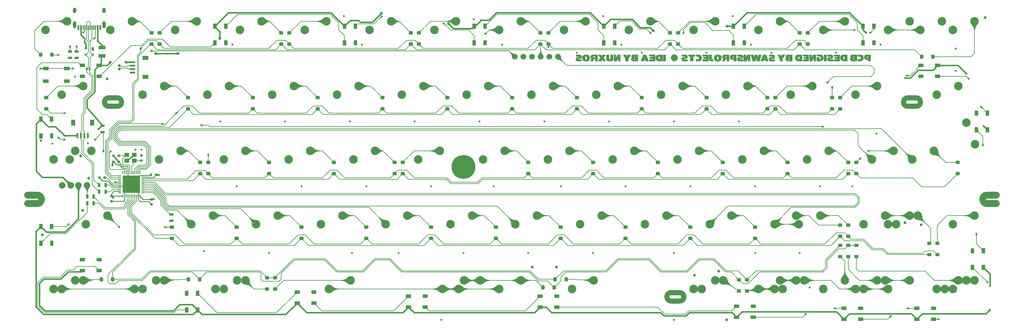
<source format=gbr>
G04 #@! TF.GenerationSoftware,KiCad,Pcbnew,(5.1.10)-1*
G04 #@! TF.CreationDate,2021-10-10T16:54:22+07:00*
G04 #@! TF.ProjectId,averange65,61766572-616e-4676-9536-352e6b696361,rev?*
G04 #@! TF.SameCoordinates,Original*
G04 #@! TF.FileFunction,Copper,L2,Bot*
G04 #@! TF.FilePolarity,Positive*
%FSLAX46Y46*%
G04 Gerber Fmt 4.6, Leading zero omitted, Abs format (unit mm)*
G04 Created by KiCad (PCBNEW (5.1.10)-1) date 2021-10-10 16:54:22*
%MOMM*%
%LPD*%
G01*
G04 APERTURE LIST*
G04 #@! TA.AperFunction,EtchedComponent*
%ADD10C,2.000000*%
G04 #@! TD*
G04 #@! TA.AperFunction,EtchedComponent*
%ADD11C,1.500000*%
G04 #@! TD*
G04 #@! TA.AperFunction,EtchedComponent*
%ADD12C,0.010000*%
G04 #@! TD*
G04 #@! TA.AperFunction,SMDPad,CuDef*
%ADD13R,1.400000X1.200000*%
G04 #@! TD*
G04 #@! TA.AperFunction,SMDPad,CuDef*
%ADD14R,0.700000X1.300000*%
G04 #@! TD*
G04 #@! TA.AperFunction,SMDPad,CuDef*
%ADD15R,1.300000X0.700000*%
G04 #@! TD*
G04 #@! TA.AperFunction,SMDPad,CuDef*
%ADD16R,0.800000X0.750000*%
G04 #@! TD*
G04 #@! TA.AperFunction,SMDPad,CuDef*
%ADD17R,0.750000X0.800000*%
G04 #@! TD*
G04 #@! TA.AperFunction,SMDPad,CuDef*
%ADD18R,1.500000X1.000000*%
G04 #@! TD*
G04 #@! TA.AperFunction,SMDPad,CuDef*
%ADD19R,1.000000X1.500000*%
G04 #@! TD*
G04 #@! TA.AperFunction,ComponentPad*
%ADD20C,1.700000*%
G04 #@! TD*
G04 #@! TA.AperFunction,ComponentPad*
%ADD21C,7.000000*%
G04 #@! TD*
G04 #@! TA.AperFunction,ComponentPad*
%ADD22C,2.500000*%
G04 #@! TD*
G04 #@! TA.AperFunction,SMDPad,CuDef*
%ADD23R,1.800000X1.200000*%
G04 #@! TD*
G04 #@! TA.AperFunction,SMDPad,CuDef*
%ADD24R,1.550000X0.600000*%
G04 #@! TD*
G04 #@! TA.AperFunction,SMDPad,CuDef*
%ADD25R,2.030000X1.140000*%
G04 #@! TD*
G04 #@! TA.AperFunction,ComponentPad*
%ADD26C,1.905000*%
G04 #@! TD*
G04 #@! TA.AperFunction,SMDPad,CuDef*
%ADD27R,1.800000X1.100000*%
G04 #@! TD*
G04 #@! TA.AperFunction,SMDPad,CuDef*
%ADD28R,0.700000X1.000000*%
G04 #@! TD*
G04 #@! TA.AperFunction,SMDPad,CuDef*
%ADD29R,0.700000X0.600000*%
G04 #@! TD*
G04 #@! TA.AperFunction,SMDPad,CuDef*
%ADD30R,0.600000X1.550000*%
G04 #@! TD*
G04 #@! TA.AperFunction,SMDPad,CuDef*
%ADD31R,1.200000X1.800000*%
G04 #@! TD*
G04 #@! TA.AperFunction,SMDPad,CuDef*
%ADD32R,5.150000X5.150000*%
G04 #@! TD*
G04 #@! TA.AperFunction,ComponentPad*
%ADD33O,1.000000X1.600000*%
G04 #@! TD*
G04 #@! TA.AperFunction,ComponentPad*
%ADD34O,1.000000X2.100000*%
G04 #@! TD*
G04 #@! TA.AperFunction,SMDPad,CuDef*
%ADD35R,0.300000X1.450000*%
G04 #@! TD*
G04 #@! TA.AperFunction,SMDPad,CuDef*
%ADD36R,0.600000X1.450000*%
G04 #@! TD*
G04 #@! TA.AperFunction,ViaPad*
%ADD37C,0.600000*%
G04 #@! TD*
G04 #@! TA.AperFunction,ViaPad*
%ADD38C,0.800000*%
G04 #@! TD*
G04 #@! TA.AperFunction,Conductor*
%ADD39C,0.250000*%
G04 #@! TD*
G04 #@! TA.AperFunction,Conductor*
%ADD40C,0.400000*%
G04 #@! TD*
G04 #@! TA.AperFunction,Conductor*
%ADD41C,0.200000*%
G04 #@! TD*
G04 #@! TA.AperFunction,Conductor*
%ADD42C,0.025400*%
G04 #@! TD*
G04 #@! TA.AperFunction,Conductor*
%ADD43C,0.100000*%
G04 #@! TD*
G04 APERTURE END LIST*
D10*
X366366Y-96492536D02*
X3116366Y-96492536D01*
X3116366Y-93992536D02*
X366366Y-93992536D01*
X285066366Y-93992536D02*
X282316366Y-93992536D01*
X282316366Y-96492536D02*
X285066366Y-96492536D01*
D11*
X24166366Y-67892536D02*
X26666366Y-67892536D01*
X26666366Y-65392536D02*
X24166366Y-65392536D01*
X189466366Y-125192536D02*
X191966366Y-125192536D01*
X191966366Y-122692536D02*
X189466366Y-122692536D01*
X261516366Y-65392536D02*
X259016366Y-65392536D01*
X259016366Y-67892536D02*
X261516366Y-67892536D01*
D10*
X282316366Y-93992536D02*
G75*
G03*
X282316366Y-96492536I0J-1250000D01*
G01*
X3116366Y-96492536D02*
G75*
G03*
X3116366Y-93992536I0J1250000D01*
G01*
D11*
X24166366Y-67892536D02*
G75*
G02*
X24166366Y-65392536I0J1250000D01*
G01*
X191966366Y-122692536D02*
G75*
G02*
X191966366Y-125192536I0J-1250000D01*
G01*
X189466366Y-125192536D02*
G75*
G02*
X189466366Y-122692536I0J1250000D01*
G01*
X26666366Y-65392536D02*
G75*
G02*
X26666366Y-67892536I0J-1250000D01*
G01*
X261516366Y-65392536D02*
G75*
G02*
X261516366Y-67892536I0J-1250000D01*
G01*
X259016366Y-67892536D02*
G75*
G02*
X259016366Y-65392536I0J1250000D01*
G01*
D12*
G36*
X203092301Y-52687045D02*
G01*
X203043967Y-52688075D01*
X202999218Y-52689669D01*
X202959677Y-52691825D01*
X202926965Y-52694544D01*
X202917359Y-52695637D01*
X202816239Y-52711204D01*
X202722574Y-52731881D01*
X202635780Y-52757899D01*
X202555269Y-52789488D01*
X202480454Y-52826879D01*
X202410751Y-52870302D01*
X202345571Y-52919988D01*
X202345038Y-52920435D01*
X202286743Y-52975496D01*
X202234818Y-53037439D01*
X202189299Y-53106191D01*
X202150223Y-53181679D01*
X202117624Y-53263830D01*
X202091537Y-53352572D01*
X202071999Y-53447832D01*
X202065228Y-53493762D01*
X202062684Y-53520549D01*
X202060889Y-53554670D01*
X202059829Y-53594084D01*
X202059489Y-53636749D01*
X202059853Y-53680623D01*
X202060906Y-53723664D01*
X202062632Y-53763829D01*
X202065017Y-53799079D01*
X202067715Y-53824927D01*
X202084325Y-53922355D01*
X202107795Y-54013463D01*
X202138191Y-54098436D01*
X202175578Y-54177462D01*
X202215200Y-54243566D01*
X202238551Y-54275476D01*
X202267546Y-54310195D01*
X202299962Y-54345375D01*
X202333574Y-54378667D01*
X202366157Y-54407724D01*
X202384521Y-54422323D01*
X202447526Y-54465505D01*
X202514087Y-54502918D01*
X202585155Y-54534927D01*
X202661682Y-54561900D01*
X202744618Y-54584203D01*
X202834914Y-54602201D01*
X202863267Y-54606768D01*
X202886717Y-54610238D01*
X202907840Y-54613015D01*
X202928189Y-54615189D01*
X202949316Y-54616850D01*
X202972774Y-54618089D01*
X203000116Y-54618995D01*
X203032894Y-54619660D01*
X203072660Y-54620172D01*
X203098452Y-54620424D01*
X203138765Y-54620647D01*
X203178697Y-54620601D01*
X203216581Y-54620307D01*
X203250749Y-54619787D01*
X203279532Y-54619062D01*
X203301264Y-54618153D01*
X203307767Y-54617731D01*
X203416574Y-54605956D01*
X203518856Y-54587682D01*
X203614556Y-54562940D01*
X203703615Y-54531762D01*
X203785975Y-54494180D01*
X203861577Y-54450227D01*
X203930362Y-54399933D01*
X203992273Y-54343332D01*
X204047250Y-54280455D01*
X204095236Y-54211334D01*
X204115849Y-54175799D01*
X204150613Y-54103162D01*
X204179310Y-54024464D01*
X204201920Y-53940847D01*
X204218424Y-53853456D01*
X204228804Y-53763434D01*
X204233041Y-53671925D01*
X204232316Y-53637359D01*
X203422450Y-53637359D01*
X203421747Y-53698532D01*
X203418844Y-53758260D01*
X203413756Y-53813897D01*
X203408920Y-53848892D01*
X203395124Y-53914697D01*
X203376385Y-53972505D01*
X203352696Y-54022325D01*
X203324048Y-54064166D01*
X203290437Y-54098039D01*
X203251856Y-54123953D01*
X203211341Y-54140972D01*
X203191499Y-54144952D01*
X203165888Y-54146849D01*
X203137909Y-54146674D01*
X203110963Y-54144440D01*
X203089954Y-54140560D01*
X203045381Y-54124344D01*
X203005840Y-54100217D01*
X202971322Y-54068169D01*
X202941818Y-54028187D01*
X202917321Y-53980260D01*
X202897821Y-53924376D01*
X202883310Y-53860524D01*
X202882513Y-53855947D01*
X202876251Y-53810488D01*
X202871659Y-53758571D01*
X202868859Y-53703018D01*
X202867972Y-53646650D01*
X202869119Y-53592290D01*
X202870228Y-53570880D01*
X202875647Y-53504807D01*
X202883327Y-53446887D01*
X202893538Y-53396078D01*
X202906550Y-53351339D01*
X202922633Y-53311629D01*
X202942057Y-53275904D01*
X202949779Y-53264026D01*
X202979624Y-53227777D01*
X203015380Y-53198584D01*
X203046965Y-53180692D01*
X203088888Y-53165528D01*
X203132147Y-53159175D01*
X203175573Y-53161379D01*
X203217996Y-53171883D01*
X203258246Y-53190432D01*
X203295156Y-53216769D01*
X203318784Y-53240159D01*
X203341324Y-53270755D01*
X203362187Y-53309031D01*
X203380704Y-53353316D01*
X203396208Y-53401937D01*
X203408031Y-53453222D01*
X203411193Y-53471605D01*
X203417188Y-53521251D01*
X203420935Y-53577384D01*
X203422450Y-53637359D01*
X204232316Y-53637359D01*
X204231114Y-53580072D01*
X204223006Y-53489019D01*
X204208698Y-53399910D01*
X204188169Y-53313888D01*
X204161402Y-53232097D01*
X204132685Y-53164559D01*
X204106761Y-53114146D01*
X204079392Y-53069304D01*
X204048699Y-53027401D01*
X204012805Y-52985806D01*
X203983026Y-52954910D01*
X203931111Y-52906483D01*
X203879068Y-52865452D01*
X203824477Y-52830220D01*
X203764918Y-52799193D01*
X203712371Y-52776448D01*
X203633470Y-52747971D01*
X203551483Y-52724816D01*
X203464423Y-52706477D01*
X203394785Y-52695604D01*
X203366769Y-52692690D01*
X203330984Y-52690341D01*
X203289052Y-52688555D01*
X203242596Y-52687332D01*
X203193237Y-52686673D01*
X203142598Y-52686577D01*
X203092301Y-52687045D01*
G37*
X203092301Y-52687045D02*
X203043967Y-52688075D01*
X202999218Y-52689669D01*
X202959677Y-52691825D01*
X202926965Y-52694544D01*
X202917359Y-52695637D01*
X202816239Y-52711204D01*
X202722574Y-52731881D01*
X202635780Y-52757899D01*
X202555269Y-52789488D01*
X202480454Y-52826879D01*
X202410751Y-52870302D01*
X202345571Y-52919988D01*
X202345038Y-52920435D01*
X202286743Y-52975496D01*
X202234818Y-53037439D01*
X202189299Y-53106191D01*
X202150223Y-53181679D01*
X202117624Y-53263830D01*
X202091537Y-53352572D01*
X202071999Y-53447832D01*
X202065228Y-53493762D01*
X202062684Y-53520549D01*
X202060889Y-53554670D01*
X202059829Y-53594084D01*
X202059489Y-53636749D01*
X202059853Y-53680623D01*
X202060906Y-53723664D01*
X202062632Y-53763829D01*
X202065017Y-53799079D01*
X202067715Y-53824927D01*
X202084325Y-53922355D01*
X202107795Y-54013463D01*
X202138191Y-54098436D01*
X202175578Y-54177462D01*
X202215200Y-54243566D01*
X202238551Y-54275476D01*
X202267546Y-54310195D01*
X202299962Y-54345375D01*
X202333574Y-54378667D01*
X202366157Y-54407724D01*
X202384521Y-54422323D01*
X202447526Y-54465505D01*
X202514087Y-54502918D01*
X202585155Y-54534927D01*
X202661682Y-54561900D01*
X202744618Y-54584203D01*
X202834914Y-54602201D01*
X202863267Y-54606768D01*
X202886717Y-54610238D01*
X202907840Y-54613015D01*
X202928189Y-54615189D01*
X202949316Y-54616850D01*
X202972774Y-54618089D01*
X203000116Y-54618995D01*
X203032894Y-54619660D01*
X203072660Y-54620172D01*
X203098452Y-54620424D01*
X203138765Y-54620647D01*
X203178697Y-54620601D01*
X203216581Y-54620307D01*
X203250749Y-54619787D01*
X203279532Y-54619062D01*
X203301264Y-54618153D01*
X203307767Y-54617731D01*
X203416574Y-54605956D01*
X203518856Y-54587682D01*
X203614556Y-54562940D01*
X203703615Y-54531762D01*
X203785975Y-54494180D01*
X203861577Y-54450227D01*
X203930362Y-54399933D01*
X203992273Y-54343332D01*
X204047250Y-54280455D01*
X204095236Y-54211334D01*
X204115849Y-54175799D01*
X204150613Y-54103162D01*
X204179310Y-54024464D01*
X204201920Y-53940847D01*
X204218424Y-53853456D01*
X204228804Y-53763434D01*
X204233041Y-53671925D01*
X204232316Y-53637359D01*
X203422450Y-53637359D01*
X203421747Y-53698532D01*
X203418844Y-53758260D01*
X203413756Y-53813897D01*
X203408920Y-53848892D01*
X203395124Y-53914697D01*
X203376385Y-53972505D01*
X203352696Y-54022325D01*
X203324048Y-54064166D01*
X203290437Y-54098039D01*
X203251856Y-54123953D01*
X203211341Y-54140972D01*
X203191499Y-54144952D01*
X203165888Y-54146849D01*
X203137909Y-54146674D01*
X203110963Y-54144440D01*
X203089954Y-54140560D01*
X203045381Y-54124344D01*
X203005840Y-54100217D01*
X202971322Y-54068169D01*
X202941818Y-54028187D01*
X202917321Y-53980260D01*
X202897821Y-53924376D01*
X202883310Y-53860524D01*
X202882513Y-53855947D01*
X202876251Y-53810488D01*
X202871659Y-53758571D01*
X202868859Y-53703018D01*
X202867972Y-53646650D01*
X202869119Y-53592290D01*
X202870228Y-53570880D01*
X202875647Y-53504807D01*
X202883327Y-53446887D01*
X202893538Y-53396078D01*
X202906550Y-53351339D01*
X202922633Y-53311629D01*
X202942057Y-53275904D01*
X202949779Y-53264026D01*
X202979624Y-53227777D01*
X203015380Y-53198584D01*
X203046965Y-53180692D01*
X203088888Y-53165528D01*
X203132147Y-53159175D01*
X203175573Y-53161379D01*
X203217996Y-53171883D01*
X203258246Y-53190432D01*
X203295156Y-53216769D01*
X203318784Y-53240159D01*
X203341324Y-53270755D01*
X203362187Y-53309031D01*
X203380704Y-53353316D01*
X203396208Y-53401937D01*
X203408031Y-53453222D01*
X203411193Y-53471605D01*
X203417188Y-53521251D01*
X203420935Y-53577384D01*
X203422450Y-53637359D01*
X204232316Y-53637359D01*
X204231114Y-53580072D01*
X204223006Y-53489019D01*
X204208698Y-53399910D01*
X204188169Y-53313888D01*
X204161402Y-53232097D01*
X204132685Y-53164559D01*
X204106761Y-53114146D01*
X204079392Y-53069304D01*
X204048699Y-53027401D01*
X204012805Y-52985806D01*
X203983026Y-52954910D01*
X203931111Y-52906483D01*
X203879068Y-52865452D01*
X203824477Y-52830220D01*
X203764918Y-52799193D01*
X203712371Y-52776448D01*
X203633470Y-52747971D01*
X203551483Y-52724816D01*
X203464423Y-52706477D01*
X203394785Y-52695604D01*
X203366769Y-52692690D01*
X203330984Y-52690341D01*
X203289052Y-52688555D01*
X203242596Y-52687332D01*
X203193237Y-52686673D01*
X203142598Y-52686577D01*
X203092301Y-52687045D01*
G36*
X164366614Y-52678074D02*
G01*
X164323880Y-52678790D01*
X164284831Y-52679885D01*
X164251105Y-52681360D01*
X164224335Y-52683213D01*
X164217637Y-52683872D01*
X164129735Y-52695244D01*
X164049340Y-52709689D01*
X163974938Y-52727612D01*
X163905016Y-52749422D01*
X163838057Y-52775524D01*
X163784896Y-52800121D01*
X163708362Y-52842626D01*
X163639001Y-52890876D01*
X163576719Y-52945008D01*
X163521422Y-53005160D01*
X163473016Y-53071470D01*
X163431405Y-53144077D01*
X163396497Y-53223119D01*
X163368197Y-53308733D01*
X163346410Y-53401058D01*
X163337002Y-53455858D01*
X163334212Y-53480462D01*
X163331953Y-53512449D01*
X163330239Y-53549982D01*
X163329079Y-53591220D01*
X163328486Y-53634327D01*
X163328470Y-53677463D01*
X163329044Y-53718790D01*
X163330219Y-53756469D01*
X163332006Y-53788663D01*
X163334417Y-53813533D01*
X163334753Y-53815966D01*
X163343635Y-53870349D01*
X163354391Y-53924180D01*
X163366394Y-53974605D01*
X163379014Y-54018775D01*
X163380348Y-54022929D01*
X163393030Y-54057770D01*
X163409429Y-54096544D01*
X163428366Y-54136901D01*
X163448662Y-54176490D01*
X163469138Y-54212962D01*
X163488615Y-54243966D01*
X163497599Y-54256668D01*
X163551259Y-54321514D01*
X163610717Y-54379669D01*
X163676165Y-54431229D01*
X163747793Y-54476291D01*
X163825793Y-54514950D01*
X163910354Y-54547303D01*
X164001668Y-54573446D01*
X164099926Y-54593475D01*
X164190387Y-54605912D01*
X164212248Y-54607710D01*
X164241818Y-54609265D01*
X164277402Y-54610558D01*
X164317305Y-54611570D01*
X164359831Y-54612285D01*
X164403285Y-54612682D01*
X164445972Y-54612743D01*
X164486197Y-54612451D01*
X164522263Y-54611786D01*
X164552477Y-54610731D01*
X164565711Y-54609995D01*
X164670604Y-54599659D01*
X164770251Y-54582919D01*
X164864338Y-54559911D01*
X164952550Y-54530768D01*
X165034572Y-54495624D01*
X165110090Y-54454613D01*
X165178788Y-54407868D01*
X165240353Y-54355524D01*
X165291618Y-54301122D01*
X165341068Y-54236031D01*
X165383673Y-54166073D01*
X165419658Y-54090720D01*
X165449246Y-54009448D01*
X165472660Y-53921728D01*
X165488592Y-53837132D01*
X165491977Y-53808413D01*
X165494570Y-53772247D01*
X165496371Y-53730563D01*
X165497384Y-53685288D01*
X165497608Y-53638351D01*
X165497372Y-53618672D01*
X164688155Y-53618672D01*
X164688027Y-53661775D01*
X164687254Y-53704581D01*
X164685850Y-53745155D01*
X164683830Y-53781563D01*
X164681210Y-53811869D01*
X164679182Y-53827442D01*
X164665689Y-53894724D01*
X164647646Y-53953944D01*
X164625078Y-54005055D01*
X164598013Y-54048011D01*
X164566475Y-54082764D01*
X164530490Y-54109267D01*
X164522142Y-54113900D01*
X164479843Y-54131432D01*
X164436867Y-54139752D01*
X164392594Y-54138912D01*
X164346402Y-54128964D01*
X164345580Y-54128711D01*
X164302965Y-54110753D01*
X164265073Y-54084681D01*
X164231928Y-54050530D01*
X164203551Y-54008334D01*
X164179964Y-53958127D01*
X164161189Y-53899943D01*
X164147247Y-53833816D01*
X164144175Y-53813614D01*
X164141937Y-53791627D01*
X164140178Y-53762235D01*
X164138899Y-53727291D01*
X164138104Y-53688651D01*
X164137795Y-53648168D01*
X164137974Y-53607698D01*
X164138643Y-53569094D01*
X164139805Y-53534211D01*
X164141461Y-53504904D01*
X164143615Y-53483026D01*
X164143758Y-53482003D01*
X164155935Y-53414208D01*
X164171922Y-53354775D01*
X164191867Y-53303401D01*
X164215919Y-53259781D01*
X164244225Y-53223612D01*
X164276935Y-53194592D01*
X164287723Y-53187173D01*
X164327984Y-53166444D01*
X164370263Y-53154362D01*
X164413411Y-53150713D01*
X164456283Y-53155285D01*
X164497731Y-53167864D01*
X164536609Y-53188238D01*
X164571770Y-53216194D01*
X164596996Y-53244590D01*
X164622393Y-53284522D01*
X164644307Y-53332465D01*
X164662437Y-53387579D01*
X164676482Y-53449023D01*
X164681900Y-53482003D01*
X164684509Y-53506939D01*
X164686411Y-53539319D01*
X164687621Y-53577209D01*
X164688155Y-53618672D01*
X165497372Y-53618672D01*
X165497047Y-53591678D01*
X165495701Y-53547198D01*
X165493572Y-53506838D01*
X165490663Y-53472526D01*
X165488262Y-53453781D01*
X165470072Y-53359221D01*
X165445612Y-53270716D01*
X165415013Y-53188626D01*
X165378407Y-53113315D01*
X165345057Y-53058447D01*
X165295455Y-52992420D01*
X165239259Y-52932676D01*
X165176380Y-52879170D01*
X165106727Y-52831854D01*
X165030212Y-52790682D01*
X164946745Y-52755605D01*
X164856236Y-52726578D01*
X164758595Y-52703554D01*
X164653735Y-52686484D01*
X164631563Y-52683742D01*
X164608826Y-52681785D01*
X164578326Y-52680211D01*
X164541697Y-52679020D01*
X164500576Y-52678212D01*
X164456598Y-52677785D01*
X164411399Y-52677739D01*
X164366614Y-52678074D01*
G37*
X164366614Y-52678074D02*
X164323880Y-52678790D01*
X164284831Y-52679885D01*
X164251105Y-52681360D01*
X164224335Y-52683213D01*
X164217637Y-52683872D01*
X164129735Y-52695244D01*
X164049340Y-52709689D01*
X163974938Y-52727612D01*
X163905016Y-52749422D01*
X163838057Y-52775524D01*
X163784896Y-52800121D01*
X163708362Y-52842626D01*
X163639001Y-52890876D01*
X163576719Y-52945008D01*
X163521422Y-53005160D01*
X163473016Y-53071470D01*
X163431405Y-53144077D01*
X163396497Y-53223119D01*
X163368197Y-53308733D01*
X163346410Y-53401058D01*
X163337002Y-53455858D01*
X163334212Y-53480462D01*
X163331953Y-53512449D01*
X163330239Y-53549982D01*
X163329079Y-53591220D01*
X163328486Y-53634327D01*
X163328470Y-53677463D01*
X163329044Y-53718790D01*
X163330219Y-53756469D01*
X163332006Y-53788663D01*
X163334417Y-53813533D01*
X163334753Y-53815966D01*
X163343635Y-53870349D01*
X163354391Y-53924180D01*
X163366394Y-53974605D01*
X163379014Y-54018775D01*
X163380348Y-54022929D01*
X163393030Y-54057770D01*
X163409429Y-54096544D01*
X163428366Y-54136901D01*
X163448662Y-54176490D01*
X163469138Y-54212962D01*
X163488615Y-54243966D01*
X163497599Y-54256668D01*
X163551259Y-54321514D01*
X163610717Y-54379669D01*
X163676165Y-54431229D01*
X163747793Y-54476291D01*
X163825793Y-54514950D01*
X163910354Y-54547303D01*
X164001668Y-54573446D01*
X164099926Y-54593475D01*
X164190387Y-54605912D01*
X164212248Y-54607710D01*
X164241818Y-54609265D01*
X164277402Y-54610558D01*
X164317305Y-54611570D01*
X164359831Y-54612285D01*
X164403285Y-54612682D01*
X164445972Y-54612743D01*
X164486197Y-54612451D01*
X164522263Y-54611786D01*
X164552477Y-54610731D01*
X164565711Y-54609995D01*
X164670604Y-54599659D01*
X164770251Y-54582919D01*
X164864338Y-54559911D01*
X164952550Y-54530768D01*
X165034572Y-54495624D01*
X165110090Y-54454613D01*
X165178788Y-54407868D01*
X165240353Y-54355524D01*
X165291618Y-54301122D01*
X165341068Y-54236031D01*
X165383673Y-54166073D01*
X165419658Y-54090720D01*
X165449246Y-54009448D01*
X165472660Y-53921728D01*
X165488592Y-53837132D01*
X165491977Y-53808413D01*
X165494570Y-53772247D01*
X165496371Y-53730563D01*
X165497384Y-53685288D01*
X165497608Y-53638351D01*
X165497372Y-53618672D01*
X164688155Y-53618672D01*
X164688027Y-53661775D01*
X164687254Y-53704581D01*
X164685850Y-53745155D01*
X164683830Y-53781563D01*
X164681210Y-53811869D01*
X164679182Y-53827442D01*
X164665689Y-53894724D01*
X164647646Y-53953944D01*
X164625078Y-54005055D01*
X164598013Y-54048011D01*
X164566475Y-54082764D01*
X164530490Y-54109267D01*
X164522142Y-54113900D01*
X164479843Y-54131432D01*
X164436867Y-54139752D01*
X164392594Y-54138912D01*
X164346402Y-54128964D01*
X164345580Y-54128711D01*
X164302965Y-54110753D01*
X164265073Y-54084681D01*
X164231928Y-54050530D01*
X164203551Y-54008334D01*
X164179964Y-53958127D01*
X164161189Y-53899943D01*
X164147247Y-53833816D01*
X164144175Y-53813614D01*
X164141937Y-53791627D01*
X164140178Y-53762235D01*
X164138899Y-53727291D01*
X164138104Y-53688651D01*
X164137795Y-53648168D01*
X164137974Y-53607698D01*
X164138643Y-53569094D01*
X164139805Y-53534211D01*
X164141461Y-53504904D01*
X164143615Y-53483026D01*
X164143758Y-53482003D01*
X164155935Y-53414208D01*
X164171922Y-53354775D01*
X164191867Y-53303401D01*
X164215919Y-53259781D01*
X164244225Y-53223612D01*
X164276935Y-53194592D01*
X164287723Y-53187173D01*
X164327984Y-53166444D01*
X164370263Y-53154362D01*
X164413411Y-53150713D01*
X164456283Y-53155285D01*
X164497731Y-53167864D01*
X164536609Y-53188238D01*
X164571770Y-53216194D01*
X164596996Y-53244590D01*
X164622393Y-53284522D01*
X164644307Y-53332465D01*
X164662437Y-53387579D01*
X164676482Y-53449023D01*
X164681900Y-53482003D01*
X164684509Y-53506939D01*
X164686411Y-53539319D01*
X164687621Y-53577209D01*
X164688155Y-53618672D01*
X165497372Y-53618672D01*
X165497047Y-53591678D01*
X165495701Y-53547198D01*
X165493572Y-53506838D01*
X165490663Y-53472526D01*
X165488262Y-53453781D01*
X165470072Y-53359221D01*
X165445612Y-53270716D01*
X165415013Y-53188626D01*
X165378407Y-53113315D01*
X165345057Y-53058447D01*
X165295455Y-52992420D01*
X165239259Y-52932676D01*
X165176380Y-52879170D01*
X165106727Y-52831854D01*
X165030212Y-52790682D01*
X164946745Y-52755605D01*
X164856236Y-52726578D01*
X164758595Y-52703554D01*
X164653735Y-52686484D01*
X164631563Y-52683742D01*
X164608826Y-52681785D01*
X164578326Y-52680211D01*
X164541697Y-52679020D01*
X164500576Y-52678212D01*
X164456598Y-52677785D01*
X164411399Y-52677739D01*
X164366614Y-52678074D01*
G36*
X171603493Y-53259753D02*
G01*
X171603148Y-53349158D01*
X171602797Y-53429688D01*
X171602425Y-53501877D01*
X171602015Y-53566256D01*
X171601553Y-53623360D01*
X171601021Y-53673720D01*
X171600406Y-53717869D01*
X171599690Y-53756340D01*
X171598860Y-53789666D01*
X171597898Y-53818379D01*
X171596789Y-53843013D01*
X171595518Y-53864100D01*
X171594069Y-53882173D01*
X171592426Y-53897765D01*
X171590574Y-53911408D01*
X171588498Y-53923635D01*
X171586180Y-53934980D01*
X171583607Y-53945974D01*
X171583328Y-53947104D01*
X171569652Y-53987786D01*
X171550705Y-54021449D01*
X171526812Y-54047660D01*
X171498296Y-54065989D01*
X171492106Y-54068655D01*
X171480333Y-54072883D01*
X171468485Y-54075812D01*
X171454465Y-54077675D01*
X171436176Y-54078707D01*
X171411521Y-54079144D01*
X171397841Y-54079208D01*
X171361897Y-54078671D01*
X171333505Y-54076573D01*
X171310877Y-54072477D01*
X171292225Y-54065947D01*
X171275761Y-54056545D01*
X171262293Y-54046092D01*
X171245546Y-54028470D01*
X171231551Y-54006214D01*
X171220061Y-53978488D01*
X171210828Y-53944457D01*
X171203605Y-53903287D01*
X171198147Y-53854142D01*
X171195627Y-53820669D01*
X171195015Y-53806461D01*
X171194426Y-53783552D01*
X171193864Y-53752650D01*
X171193336Y-53714461D01*
X171192847Y-53669694D01*
X171192402Y-53619054D01*
X171192007Y-53563250D01*
X171191668Y-53502987D01*
X171191390Y-53438974D01*
X171191178Y-53371917D01*
X171191038Y-53302523D01*
X171190976Y-53231500D01*
X171190975Y-53224475D01*
X171190878Y-52698836D01*
X170400290Y-52698836D01*
X170402050Y-53306790D01*
X170402307Y-53396153D01*
X170402544Y-53476650D01*
X170402780Y-53548822D01*
X170403034Y-53613208D01*
X170403323Y-53670350D01*
X170403665Y-53720790D01*
X170404080Y-53765066D01*
X170404584Y-53803721D01*
X170405197Y-53837295D01*
X170405937Y-53866329D01*
X170406821Y-53891364D01*
X170407869Y-53912941D01*
X170409098Y-53931600D01*
X170410526Y-53947882D01*
X170412172Y-53962328D01*
X170414054Y-53975479D01*
X170416190Y-53987875D01*
X170418599Y-54000059D01*
X170421298Y-54012569D01*
X170424307Y-54025947D01*
X170426641Y-54036276D01*
X170447984Y-54114129D01*
X170475654Y-54185806D01*
X170509799Y-54251417D01*
X170550567Y-54311071D01*
X170598106Y-54364878D01*
X170652563Y-54412947D01*
X170714087Y-54455388D01*
X170782824Y-54492311D01*
X170858924Y-54523824D01*
X170942534Y-54550038D01*
X171033801Y-54571062D01*
X171132874Y-54587006D01*
X171176767Y-54592205D01*
X171207181Y-54594817D01*
X171245020Y-54597065D01*
X171288309Y-54598913D01*
X171335071Y-54600329D01*
X171383330Y-54601276D01*
X171431109Y-54601722D01*
X171476433Y-54601631D01*
X171517325Y-54600969D01*
X171551810Y-54599701D01*
X171564258Y-54598955D01*
X171666391Y-54589387D01*
X171760494Y-54575369D01*
X171846888Y-54556788D01*
X171925892Y-54533528D01*
X171997827Y-54505478D01*
X172063011Y-54472522D01*
X172121764Y-54434547D01*
X172174406Y-54391438D01*
X172190763Y-54375798D01*
X172237200Y-54324537D01*
X172276716Y-54269605D01*
X172309934Y-54209868D01*
X172337474Y-54144192D01*
X172359959Y-54071441D01*
X172362132Y-54063030D01*
X172366627Y-54044312D01*
X172370703Y-54024951D01*
X172374378Y-54004432D01*
X172377674Y-53982239D01*
X172380608Y-53957856D01*
X172383203Y-53930768D01*
X172385476Y-53900457D01*
X172387449Y-53866408D01*
X172389140Y-53828106D01*
X172390570Y-53785034D01*
X172391759Y-53736676D01*
X172392725Y-53682517D01*
X172393490Y-53622041D01*
X172394073Y-53554731D01*
X172394494Y-53480073D01*
X172394772Y-53397549D01*
X172394928Y-53306644D01*
X172394981Y-53208012D01*
X172395026Y-52698836D01*
X171605562Y-52698836D01*
X171603493Y-53259753D01*
G37*
X171603493Y-53259753D02*
X171603148Y-53349158D01*
X171602797Y-53429688D01*
X171602425Y-53501877D01*
X171602015Y-53566256D01*
X171601553Y-53623360D01*
X171601021Y-53673720D01*
X171600406Y-53717869D01*
X171599690Y-53756340D01*
X171598860Y-53789666D01*
X171597898Y-53818379D01*
X171596789Y-53843013D01*
X171595518Y-53864100D01*
X171594069Y-53882173D01*
X171592426Y-53897765D01*
X171590574Y-53911408D01*
X171588498Y-53923635D01*
X171586180Y-53934980D01*
X171583607Y-53945974D01*
X171583328Y-53947104D01*
X171569652Y-53987786D01*
X171550705Y-54021449D01*
X171526812Y-54047660D01*
X171498296Y-54065989D01*
X171492106Y-54068655D01*
X171480333Y-54072883D01*
X171468485Y-54075812D01*
X171454465Y-54077675D01*
X171436176Y-54078707D01*
X171411521Y-54079144D01*
X171397841Y-54079208D01*
X171361897Y-54078671D01*
X171333505Y-54076573D01*
X171310877Y-54072477D01*
X171292225Y-54065947D01*
X171275761Y-54056545D01*
X171262293Y-54046092D01*
X171245546Y-54028470D01*
X171231551Y-54006214D01*
X171220061Y-53978488D01*
X171210828Y-53944457D01*
X171203605Y-53903287D01*
X171198147Y-53854142D01*
X171195627Y-53820669D01*
X171195015Y-53806461D01*
X171194426Y-53783552D01*
X171193864Y-53752650D01*
X171193336Y-53714461D01*
X171192847Y-53669694D01*
X171192402Y-53619054D01*
X171192007Y-53563250D01*
X171191668Y-53502987D01*
X171191390Y-53438974D01*
X171191178Y-53371917D01*
X171191038Y-53302523D01*
X171190976Y-53231500D01*
X171190975Y-53224475D01*
X171190878Y-52698836D01*
X170400290Y-52698836D01*
X170402050Y-53306790D01*
X170402307Y-53396153D01*
X170402544Y-53476650D01*
X170402780Y-53548822D01*
X170403034Y-53613208D01*
X170403323Y-53670350D01*
X170403665Y-53720790D01*
X170404080Y-53765066D01*
X170404584Y-53803721D01*
X170405197Y-53837295D01*
X170405937Y-53866329D01*
X170406821Y-53891364D01*
X170407869Y-53912941D01*
X170409098Y-53931600D01*
X170410526Y-53947882D01*
X170412172Y-53962328D01*
X170414054Y-53975479D01*
X170416190Y-53987875D01*
X170418599Y-54000059D01*
X170421298Y-54012569D01*
X170424307Y-54025947D01*
X170426641Y-54036276D01*
X170447984Y-54114129D01*
X170475654Y-54185806D01*
X170509799Y-54251417D01*
X170550567Y-54311071D01*
X170598106Y-54364878D01*
X170652563Y-54412947D01*
X170714087Y-54455388D01*
X170782824Y-54492311D01*
X170858924Y-54523824D01*
X170942534Y-54550038D01*
X171033801Y-54571062D01*
X171132874Y-54587006D01*
X171176767Y-54592205D01*
X171207181Y-54594817D01*
X171245020Y-54597065D01*
X171288309Y-54598913D01*
X171335071Y-54600329D01*
X171383330Y-54601276D01*
X171431109Y-54601722D01*
X171476433Y-54601631D01*
X171517325Y-54600969D01*
X171551810Y-54599701D01*
X171564258Y-54598955D01*
X171666391Y-54589387D01*
X171760494Y-54575369D01*
X171846888Y-54556788D01*
X171925892Y-54533528D01*
X171997827Y-54505478D01*
X172063011Y-54472522D01*
X172121764Y-54434547D01*
X172174406Y-54391438D01*
X172190763Y-54375798D01*
X172237200Y-54324537D01*
X172276716Y-54269605D01*
X172309934Y-54209868D01*
X172337474Y-54144192D01*
X172359959Y-54071441D01*
X172362132Y-54063030D01*
X172366627Y-54044312D01*
X172370703Y-54024951D01*
X172374378Y-54004432D01*
X172377674Y-53982239D01*
X172380608Y-53957856D01*
X172383203Y-53930768D01*
X172385476Y-53900457D01*
X172387449Y-53866408D01*
X172389140Y-53828106D01*
X172390570Y-53785034D01*
X172391759Y-53736676D01*
X172392725Y-53682517D01*
X172393490Y-53622041D01*
X172394073Y-53554731D01*
X172394494Y-53480073D01*
X172394772Y-53397549D01*
X172394928Y-53306644D01*
X172394981Y-53208012D01*
X172395026Y-52698836D01*
X171605562Y-52698836D01*
X171603493Y-53259753D01*
G36*
X193393370Y-52699050D02*
G01*
X193321579Y-52699225D01*
X193241556Y-52699566D01*
X193153036Y-52700074D01*
X193055750Y-52700747D01*
X192949432Y-52701584D01*
X192904759Y-52701962D01*
X192541807Y-52705081D01*
X192546295Y-52717245D01*
X192548823Y-52723775D01*
X192554496Y-52738223D01*
X192562987Y-52759768D01*
X192573972Y-52787583D01*
X192587124Y-52820846D01*
X192602118Y-52858732D01*
X192618628Y-52900416D01*
X192636328Y-52945076D01*
X192650130Y-52979882D01*
X192749477Y-53230355D01*
X193122353Y-53230355D01*
X193201484Y-53230414D01*
X193271313Y-53230594D01*
X193331942Y-53230894D01*
X193383475Y-53231318D01*
X193426016Y-53231865D01*
X193459668Y-53232538D01*
X193484535Y-53233337D01*
X193500721Y-53234265D01*
X193508329Y-53235322D01*
X193508470Y-53235372D01*
X193526934Y-53245783D01*
X193540883Y-53261760D01*
X193550646Y-53284099D01*
X193556551Y-53313594D01*
X193558930Y-53351040D01*
X193559002Y-53357355D01*
X193557694Y-53392340D01*
X193552894Y-53419574D01*
X193543973Y-53440263D01*
X193530307Y-53455616D01*
X193511266Y-53466840D01*
X193499946Y-53471146D01*
X193490971Y-53472551D01*
X193472750Y-53473899D01*
X193445446Y-53475186D01*
X193409220Y-53476406D01*
X193364232Y-53477554D01*
X193310646Y-53478625D01*
X193248622Y-53479614D01*
X193232433Y-53479839D01*
X193170579Y-53480737D01*
X193117196Y-53481689D01*
X193071348Y-53482782D01*
X193032100Y-53484105D01*
X192998516Y-53485745D01*
X192969659Y-53487790D01*
X192944593Y-53490327D01*
X192922384Y-53493445D01*
X192902093Y-53497231D01*
X192882787Y-53501772D01*
X192863528Y-53507157D01*
X192843381Y-53513474D01*
X192831432Y-53517427D01*
X192781523Y-53536332D01*
X192738916Y-53557499D01*
X192701566Y-53582122D01*
X192667427Y-53611395D01*
X192662820Y-53615901D01*
X192627133Y-53655924D01*
X192598371Y-53698782D01*
X192575831Y-53745916D01*
X192558808Y-53798764D01*
X192547843Y-53851082D01*
X192543534Y-53887710D01*
X192541420Y-53930848D01*
X192541417Y-53977876D01*
X192543441Y-54026176D01*
X192547408Y-54073131D01*
X192553234Y-54116120D01*
X192556993Y-54136144D01*
X192574069Y-54204657D01*
X192595069Y-54267046D01*
X192619634Y-54322404D01*
X192647405Y-54369820D01*
X192651715Y-54376038D01*
X192685313Y-54416152D01*
X192726462Y-54453300D01*
X192773529Y-54486560D01*
X192824882Y-54515010D01*
X192878889Y-54537728D01*
X192933918Y-54553793D01*
X192980151Y-54561516D01*
X192999238Y-54563392D01*
X193014522Y-54564641D01*
X193023787Y-54565093D01*
X193025470Y-54564967D01*
X193030377Y-54564824D01*
X193044129Y-54564668D01*
X193066167Y-54564501D01*
X193095928Y-54564325D01*
X193132853Y-54564143D01*
X193176379Y-54563955D01*
X193225945Y-54563766D01*
X193280991Y-54563575D01*
X193340955Y-54563387D01*
X193405276Y-54563203D01*
X193473392Y-54563024D01*
X193544743Y-54562854D01*
X193618768Y-54562694D01*
X193626411Y-54562679D01*
X194225001Y-54561467D01*
X194222563Y-54084077D01*
X193300637Y-54079373D01*
X193273099Y-54068973D01*
X193241924Y-54054516D01*
X193219171Y-54037292D01*
X193203988Y-54016110D01*
X193195520Y-53989778D01*
X193192916Y-53957103D01*
X193192916Y-53956908D01*
X193195502Y-53922990D01*
X193203589Y-53896035D01*
X193217894Y-53874907D01*
X193239131Y-53858469D01*
X193261521Y-53847960D01*
X193267119Y-53846192D01*
X193274533Y-53844668D01*
X193284553Y-53843354D01*
X193297970Y-53842217D01*
X193315573Y-53841225D01*
X193338154Y-53840344D01*
X193366502Y-53839541D01*
X193401409Y-53838784D01*
X193443665Y-53838039D01*
X193494060Y-53837273D01*
X193528767Y-53836786D01*
X193589028Y-53835913D01*
X193640827Y-53835015D01*
X193685107Y-53834013D01*
X193722814Y-53832825D01*
X193754890Y-53831371D01*
X193782282Y-53829570D01*
X193805933Y-53827342D01*
X193826788Y-53824605D01*
X193845791Y-53821280D01*
X193863887Y-53817284D01*
X193882019Y-53812538D01*
X193901133Y-53806961D01*
X193910228Y-53804183D01*
X193973637Y-53780233D01*
X194030567Y-53749530D01*
X194080897Y-53712190D01*
X194124504Y-53668331D01*
X194161266Y-53618070D01*
X194191061Y-53561524D01*
X194207799Y-53517989D01*
X194220083Y-53477675D01*
X194229136Y-53439448D01*
X194235327Y-53400742D01*
X194239025Y-53358990D01*
X194240599Y-53311625D01*
X194240716Y-53289151D01*
X194238092Y-53217559D01*
X194230162Y-53152947D01*
X194216521Y-53094266D01*
X194196765Y-53040465D01*
X194170488Y-52990494D01*
X194137284Y-52943303D01*
X194096748Y-52897842D01*
X194085382Y-52886586D01*
X194024515Y-52833638D01*
X193960411Y-52789471D01*
X193893151Y-52754125D01*
X193822819Y-52727638D01*
X193749497Y-52710051D01*
X193703481Y-52703724D01*
X193687910Y-52702544D01*
X193666247Y-52701536D01*
X193638226Y-52700698D01*
X193603577Y-52700030D01*
X193562035Y-52699533D01*
X193513331Y-52699204D01*
X193457198Y-52699043D01*
X193393370Y-52699050D01*
G37*
X193393370Y-52699050D02*
X193321579Y-52699225D01*
X193241556Y-52699566D01*
X193153036Y-52700074D01*
X193055750Y-52700747D01*
X192949432Y-52701584D01*
X192904759Y-52701962D01*
X192541807Y-52705081D01*
X192546295Y-52717245D01*
X192548823Y-52723775D01*
X192554496Y-52738223D01*
X192562987Y-52759768D01*
X192573972Y-52787583D01*
X192587124Y-52820846D01*
X192602118Y-52858732D01*
X192618628Y-52900416D01*
X192636328Y-52945076D01*
X192650130Y-52979882D01*
X192749477Y-53230355D01*
X193122353Y-53230355D01*
X193201484Y-53230414D01*
X193271313Y-53230594D01*
X193331942Y-53230894D01*
X193383475Y-53231318D01*
X193426016Y-53231865D01*
X193459668Y-53232538D01*
X193484535Y-53233337D01*
X193500721Y-53234265D01*
X193508329Y-53235322D01*
X193508470Y-53235372D01*
X193526934Y-53245783D01*
X193540883Y-53261760D01*
X193550646Y-53284099D01*
X193556551Y-53313594D01*
X193558930Y-53351040D01*
X193559002Y-53357355D01*
X193557694Y-53392340D01*
X193552894Y-53419574D01*
X193543973Y-53440263D01*
X193530307Y-53455616D01*
X193511266Y-53466840D01*
X193499946Y-53471146D01*
X193490971Y-53472551D01*
X193472750Y-53473899D01*
X193445446Y-53475186D01*
X193409220Y-53476406D01*
X193364232Y-53477554D01*
X193310646Y-53478625D01*
X193248622Y-53479614D01*
X193232433Y-53479839D01*
X193170579Y-53480737D01*
X193117196Y-53481689D01*
X193071348Y-53482782D01*
X193032100Y-53484105D01*
X192998516Y-53485745D01*
X192969659Y-53487790D01*
X192944593Y-53490327D01*
X192922384Y-53493445D01*
X192902093Y-53497231D01*
X192882787Y-53501772D01*
X192863528Y-53507157D01*
X192843381Y-53513474D01*
X192831432Y-53517427D01*
X192781523Y-53536332D01*
X192738916Y-53557499D01*
X192701566Y-53582122D01*
X192667427Y-53611395D01*
X192662820Y-53615901D01*
X192627133Y-53655924D01*
X192598371Y-53698782D01*
X192575831Y-53745916D01*
X192558808Y-53798764D01*
X192547843Y-53851082D01*
X192543534Y-53887710D01*
X192541420Y-53930848D01*
X192541417Y-53977876D01*
X192543441Y-54026176D01*
X192547408Y-54073131D01*
X192553234Y-54116120D01*
X192556993Y-54136144D01*
X192574069Y-54204657D01*
X192595069Y-54267046D01*
X192619634Y-54322404D01*
X192647405Y-54369820D01*
X192651715Y-54376038D01*
X192685313Y-54416152D01*
X192726462Y-54453300D01*
X192773529Y-54486560D01*
X192824882Y-54515010D01*
X192878889Y-54537728D01*
X192933918Y-54553793D01*
X192980151Y-54561516D01*
X192999238Y-54563392D01*
X193014522Y-54564641D01*
X193023787Y-54565093D01*
X193025470Y-54564967D01*
X193030377Y-54564824D01*
X193044129Y-54564668D01*
X193066167Y-54564501D01*
X193095928Y-54564325D01*
X193132853Y-54564143D01*
X193176379Y-54563955D01*
X193225945Y-54563766D01*
X193280991Y-54563575D01*
X193340955Y-54563387D01*
X193405276Y-54563203D01*
X193473392Y-54563024D01*
X193544743Y-54562854D01*
X193618768Y-54562694D01*
X193626411Y-54562679D01*
X194225001Y-54561467D01*
X194222563Y-54084077D01*
X193300637Y-54079373D01*
X193273099Y-54068973D01*
X193241924Y-54054516D01*
X193219171Y-54037292D01*
X193203988Y-54016110D01*
X193195520Y-53989778D01*
X193192916Y-53957103D01*
X193192916Y-53956908D01*
X193195502Y-53922990D01*
X193203589Y-53896035D01*
X193217894Y-53874907D01*
X193239131Y-53858469D01*
X193261521Y-53847960D01*
X193267119Y-53846192D01*
X193274533Y-53844668D01*
X193284553Y-53843354D01*
X193297970Y-53842217D01*
X193315573Y-53841225D01*
X193338154Y-53840344D01*
X193366502Y-53839541D01*
X193401409Y-53838784D01*
X193443665Y-53838039D01*
X193494060Y-53837273D01*
X193528767Y-53836786D01*
X193589028Y-53835913D01*
X193640827Y-53835015D01*
X193685107Y-53834013D01*
X193722814Y-53832825D01*
X193754890Y-53831371D01*
X193782282Y-53829570D01*
X193805933Y-53827342D01*
X193826788Y-53824605D01*
X193845791Y-53821280D01*
X193863887Y-53817284D01*
X193882019Y-53812538D01*
X193901133Y-53806961D01*
X193910228Y-53804183D01*
X193973637Y-53780233D01*
X194030567Y-53749530D01*
X194080897Y-53712190D01*
X194124504Y-53668331D01*
X194161266Y-53618070D01*
X194191061Y-53561524D01*
X194207799Y-53517989D01*
X194220083Y-53477675D01*
X194229136Y-53439448D01*
X194235327Y-53400742D01*
X194239025Y-53358990D01*
X194240599Y-53311625D01*
X194240716Y-53289151D01*
X194238092Y-53217559D01*
X194230162Y-53152947D01*
X194216521Y-53094266D01*
X194196765Y-53040465D01*
X194170488Y-52990494D01*
X194137284Y-52943303D01*
X194096748Y-52897842D01*
X194085382Y-52886586D01*
X194024515Y-52833638D01*
X193960411Y-52789471D01*
X193893151Y-52754125D01*
X193822819Y-52727638D01*
X193749497Y-52710051D01*
X193703481Y-52703724D01*
X193687910Y-52702544D01*
X193666247Y-52701536D01*
X193638226Y-52700698D01*
X193603577Y-52700030D01*
X193562035Y-52699533D01*
X193513331Y-52699204D01*
X193457198Y-52699043D01*
X193393370Y-52699050D01*
G36*
X200557371Y-53316197D02*
G01*
X200557625Y-53407641D01*
X200557867Y-53490213D01*
X200558119Y-53564449D01*
X200558402Y-53630886D01*
X200558739Y-53690059D01*
X200559151Y-53742503D01*
X200559662Y-53788755D01*
X200560292Y-53829350D01*
X200561065Y-53864825D01*
X200562002Y-53895715D01*
X200563124Y-53922556D01*
X200564456Y-53945883D01*
X200566018Y-53966233D01*
X200567832Y-53984141D01*
X200569921Y-54000144D01*
X200572307Y-54014777D01*
X200575012Y-54028575D01*
X200578058Y-54042076D01*
X200581467Y-54055814D01*
X200585261Y-54070325D01*
X200589064Y-54084646D01*
X200612012Y-54156590D01*
X200641028Y-54221826D01*
X200676351Y-54280573D01*
X200718217Y-54333048D01*
X200766864Y-54379470D01*
X200822528Y-54420058D01*
X200885447Y-54455030D01*
X200955859Y-54484604D01*
X201033999Y-54508998D01*
X201055812Y-54514569D01*
X201091708Y-54522914D01*
X201127124Y-54530173D01*
X201163024Y-54536428D01*
X201200372Y-54541758D01*
X201240131Y-54546243D01*
X201283264Y-54549964D01*
X201330736Y-54553000D01*
X201383509Y-54555431D01*
X201442548Y-54557338D01*
X201508816Y-54558801D01*
X201583276Y-54559900D01*
X201603850Y-54560133D01*
X201849618Y-54562774D01*
X201849618Y-54040270D01*
X201697924Y-54038101D01*
X201651449Y-54037325D01*
X201613349Y-54036416D01*
X201582593Y-54035322D01*
X201558147Y-54033988D01*
X201538980Y-54032359D01*
X201524060Y-54030381D01*
X201514081Y-54028417D01*
X201470556Y-54015171D01*
X201434701Y-53997157D01*
X201405638Y-53973538D01*
X201382491Y-53943479D01*
X201364383Y-53906142D01*
X201354533Y-53876288D01*
X201344134Y-53839484D01*
X201342715Y-53273864D01*
X201341295Y-52708243D01*
X200555673Y-52708243D01*
X200557371Y-53316197D01*
G37*
X200557371Y-53316197D02*
X200557625Y-53407641D01*
X200557867Y-53490213D01*
X200558119Y-53564449D01*
X200558402Y-53630886D01*
X200558739Y-53690059D01*
X200559151Y-53742503D01*
X200559662Y-53788755D01*
X200560292Y-53829350D01*
X200561065Y-53864825D01*
X200562002Y-53895715D01*
X200563124Y-53922556D01*
X200564456Y-53945883D01*
X200566018Y-53966233D01*
X200567832Y-53984141D01*
X200569921Y-54000144D01*
X200572307Y-54014777D01*
X200575012Y-54028575D01*
X200578058Y-54042076D01*
X200581467Y-54055814D01*
X200585261Y-54070325D01*
X200589064Y-54084646D01*
X200612012Y-54156590D01*
X200641028Y-54221826D01*
X200676351Y-54280573D01*
X200718217Y-54333048D01*
X200766864Y-54379470D01*
X200822528Y-54420058D01*
X200885447Y-54455030D01*
X200955859Y-54484604D01*
X201033999Y-54508998D01*
X201055812Y-54514569D01*
X201091708Y-54522914D01*
X201127124Y-54530173D01*
X201163024Y-54536428D01*
X201200372Y-54541758D01*
X201240131Y-54546243D01*
X201283264Y-54549964D01*
X201330736Y-54553000D01*
X201383509Y-54555431D01*
X201442548Y-54557338D01*
X201508816Y-54558801D01*
X201583276Y-54559900D01*
X201603850Y-54560133D01*
X201849618Y-54562774D01*
X201849618Y-54040270D01*
X201697924Y-54038101D01*
X201651449Y-54037325D01*
X201613349Y-54036416D01*
X201582593Y-54035322D01*
X201558147Y-54033988D01*
X201538980Y-54032359D01*
X201524060Y-54030381D01*
X201514081Y-54028417D01*
X201470556Y-54015171D01*
X201434701Y-53997157D01*
X201405638Y-53973538D01*
X201382491Y-53943479D01*
X201364383Y-53906142D01*
X201354533Y-53876288D01*
X201344134Y-53839484D01*
X201342715Y-53273864D01*
X201341295Y-52708243D01*
X200555673Y-52708243D01*
X200557371Y-53316197D01*
G36*
X199494407Y-52705355D02*
G01*
X199404721Y-52705707D01*
X199317575Y-52706065D01*
X199233433Y-52706426D01*
X199152759Y-52706787D01*
X199076018Y-52707146D01*
X199003674Y-52707501D01*
X198936192Y-52707848D01*
X198874035Y-52708185D01*
X198817669Y-52708510D01*
X198767558Y-52708820D01*
X198724166Y-52709113D01*
X198687957Y-52709385D01*
X198659397Y-52709634D01*
X198638949Y-52709858D01*
X198627078Y-52710054D01*
X198624070Y-52710187D01*
X198625467Y-52714714D01*
X198630034Y-52727165D01*
X198637456Y-52746727D01*
X198647417Y-52772588D01*
X198659603Y-52803933D01*
X198673696Y-52839950D01*
X198689383Y-52879824D01*
X198706348Y-52922744D01*
X198713833Y-52941621D01*
X198805092Y-53171558D01*
X199690618Y-53173958D01*
X199690618Y-53394984D01*
X198867470Y-53394984D01*
X198867470Y-53841836D01*
X199690618Y-53841836D01*
X199690618Y-54091132D01*
X198807006Y-54091132D01*
X198792906Y-54127586D01*
X198788193Y-54139659D01*
X198780444Y-54159372D01*
X198770094Y-54185625D01*
X198757578Y-54217315D01*
X198743333Y-54253339D01*
X198727794Y-54292596D01*
X198711396Y-54333983D01*
X198700842Y-54360599D01*
X198684755Y-54401202D01*
X198669789Y-54439069D01*
X198656290Y-54473314D01*
X198644605Y-54503052D01*
X198635083Y-54527397D01*
X198628069Y-54545464D01*
X198623913Y-54556368D01*
X198622878Y-54559331D01*
X198627504Y-54559555D01*
X198641075Y-54559772D01*
X198663128Y-54559983D01*
X198693198Y-54560184D01*
X198730825Y-54560375D01*
X198775543Y-54560556D01*
X198826891Y-54560724D01*
X198884406Y-54560879D01*
X198947624Y-54561020D01*
X199016083Y-54561145D01*
X199089319Y-54561253D01*
X199166869Y-54561343D01*
X199248272Y-54561415D01*
X199333062Y-54561466D01*
X199420778Y-54561495D01*
X199493063Y-54561503D01*
X200363248Y-54561503D01*
X200363248Y-52702019D01*
X199494407Y-52705355D01*
G37*
X199494407Y-52705355D02*
X199404721Y-52705707D01*
X199317575Y-52706065D01*
X199233433Y-52706426D01*
X199152759Y-52706787D01*
X199076018Y-52707146D01*
X199003674Y-52707501D01*
X198936192Y-52707848D01*
X198874035Y-52708185D01*
X198817669Y-52708510D01*
X198767558Y-52708820D01*
X198724166Y-52709113D01*
X198687957Y-52709385D01*
X198659397Y-52709634D01*
X198638949Y-52709858D01*
X198627078Y-52710054D01*
X198624070Y-52710187D01*
X198625467Y-52714714D01*
X198630034Y-52727165D01*
X198637456Y-52746727D01*
X198647417Y-52772588D01*
X198659603Y-52803933D01*
X198673696Y-52839950D01*
X198689383Y-52879824D01*
X198706348Y-52922744D01*
X198713833Y-52941621D01*
X198805092Y-53171558D01*
X199690618Y-53173958D01*
X199690618Y-53394984D01*
X198867470Y-53394984D01*
X198867470Y-53841836D01*
X199690618Y-53841836D01*
X199690618Y-54091132D01*
X198807006Y-54091132D01*
X198792906Y-54127586D01*
X198788193Y-54139659D01*
X198780444Y-54159372D01*
X198770094Y-54185625D01*
X198757578Y-54217315D01*
X198743333Y-54253339D01*
X198727794Y-54292596D01*
X198711396Y-54333983D01*
X198700842Y-54360599D01*
X198684755Y-54401202D01*
X198669789Y-54439069D01*
X198656290Y-54473314D01*
X198644605Y-54503052D01*
X198635083Y-54527397D01*
X198628069Y-54545464D01*
X198623913Y-54556368D01*
X198622878Y-54559331D01*
X198627504Y-54559555D01*
X198641075Y-54559772D01*
X198663128Y-54559983D01*
X198693198Y-54560184D01*
X198730825Y-54560375D01*
X198775543Y-54560556D01*
X198826891Y-54560724D01*
X198884406Y-54560879D01*
X198947624Y-54561020D01*
X199016083Y-54561145D01*
X199089319Y-54561253D01*
X199166869Y-54561343D01*
X199248272Y-54561415D01*
X199333062Y-54561466D01*
X199420778Y-54561495D01*
X199493063Y-54561503D01*
X200363248Y-54561503D01*
X200363248Y-52702019D01*
X199494407Y-52705355D01*
G36*
X196935343Y-52708479D02*
G01*
X196886894Y-52708594D01*
X196842075Y-52708781D01*
X196801693Y-52709041D01*
X196766551Y-52709376D01*
X196737456Y-52709786D01*
X196715213Y-52710274D01*
X196700626Y-52710840D01*
X196694501Y-52711486D01*
X196694359Y-52711607D01*
X196696043Y-52716473D01*
X196700892Y-52729308D01*
X196708604Y-52749336D01*
X196718876Y-52775782D01*
X196731405Y-52807868D01*
X196745888Y-52844820D01*
X196762022Y-52885862D01*
X196779504Y-52930218D01*
X196796273Y-52972663D01*
X196898186Y-53230355D01*
X197089437Y-53230355D01*
X197155289Y-53230572D01*
X197212606Y-53231283D01*
X197262254Y-53232580D01*
X197305096Y-53234552D01*
X197341998Y-53237292D01*
X197373823Y-53240888D01*
X197401436Y-53245432D01*
X197425702Y-53251015D01*
X197447485Y-53257727D01*
X197467649Y-53265659D01*
X197479878Y-53271306D01*
X197513896Y-53293066D01*
X197543095Y-53322834D01*
X197567413Y-53360502D01*
X197586788Y-53405960D01*
X197601155Y-53459101D01*
X197606878Y-53491410D01*
X197610379Y-53522160D01*
X197612978Y-53559580D01*
X197614617Y-53600970D01*
X197615240Y-53643631D01*
X197614790Y-53684864D01*
X197613209Y-53721969D01*
X197612072Y-53737074D01*
X197604688Y-53796834D01*
X197593614Y-53848403D01*
X197578401Y-53892421D01*
X197558598Y-53929529D01*
X197533754Y-53960367D01*
X197503419Y-53985578D01*
X197467141Y-54005800D01*
X197424472Y-54021676D01*
X197408855Y-54026084D01*
X197400651Y-54028181D01*
X197392641Y-54029981D01*
X197384055Y-54031513D01*
X197374124Y-54032802D01*
X197362078Y-54033877D01*
X197347148Y-54034764D01*
X197328564Y-54035492D01*
X197305557Y-54036087D01*
X197277356Y-54036576D01*
X197243193Y-54036987D01*
X197202298Y-54037347D01*
X197153901Y-54037684D01*
X197097232Y-54038024D01*
X197067128Y-54038195D01*
X196764915Y-54039899D01*
X196764915Y-54561503D01*
X197161202Y-54560856D01*
X197222636Y-54560710D01*
X197282221Y-54560481D01*
X197339163Y-54560177D01*
X197392670Y-54559805D01*
X197441949Y-54559375D01*
X197486206Y-54558895D01*
X197524648Y-54558372D01*
X197556483Y-54557814D01*
X197580917Y-54557231D01*
X197597158Y-54556629D01*
X197602174Y-54556306D01*
X197703928Y-54543554D01*
X197799756Y-54523600D01*
X197889612Y-54496457D01*
X197973450Y-54462140D01*
X198051225Y-54420665D01*
X198082174Y-54401046D01*
X198114991Y-54376760D01*
X198150099Y-54346587D01*
X198185297Y-54312731D01*
X198218383Y-54277394D01*
X198247157Y-54242780D01*
X198264906Y-54218132D01*
X198308600Y-54144093D01*
X198344943Y-54065157D01*
X198374048Y-53980979D01*
X198396022Y-53891218D01*
X198410976Y-53795528D01*
X198415812Y-53745903D01*
X198420113Y-53649888D01*
X198417847Y-53555408D01*
X198409201Y-53463343D01*
X198394360Y-53374571D01*
X198373510Y-53289971D01*
X198346838Y-53210423D01*
X198314528Y-53136804D01*
X198276767Y-53069995D01*
X198270915Y-53061021D01*
X198223527Y-52998118D01*
X198168764Y-52940787D01*
X198107016Y-52889292D01*
X198038678Y-52843902D01*
X197964142Y-52804881D01*
X197883799Y-52772497D01*
X197813767Y-52751055D01*
X197768360Y-52739912D01*
X197723837Y-52731030D01*
X197678031Y-52724117D01*
X197628772Y-52718883D01*
X197573891Y-52715039D01*
X197529267Y-52712951D01*
X197506882Y-52712248D01*
X197477661Y-52711599D01*
X197442410Y-52711007D01*
X197401934Y-52710473D01*
X197357037Y-52709998D01*
X197308524Y-52709584D01*
X197257202Y-52709231D01*
X197203875Y-52708940D01*
X197149347Y-52708715D01*
X197094426Y-52708554D01*
X197039914Y-52708461D01*
X196986618Y-52708435D01*
X196935343Y-52708479D01*
G37*
X196935343Y-52708479D02*
X196886894Y-52708594D01*
X196842075Y-52708781D01*
X196801693Y-52709041D01*
X196766551Y-52709376D01*
X196737456Y-52709786D01*
X196715213Y-52710274D01*
X196700626Y-52710840D01*
X196694501Y-52711486D01*
X196694359Y-52711607D01*
X196696043Y-52716473D01*
X196700892Y-52729308D01*
X196708604Y-52749336D01*
X196718876Y-52775782D01*
X196731405Y-52807868D01*
X196745888Y-52844820D01*
X196762022Y-52885862D01*
X196779504Y-52930218D01*
X196796273Y-52972663D01*
X196898186Y-53230355D01*
X197089437Y-53230355D01*
X197155289Y-53230572D01*
X197212606Y-53231283D01*
X197262254Y-53232580D01*
X197305096Y-53234552D01*
X197341998Y-53237292D01*
X197373823Y-53240888D01*
X197401436Y-53245432D01*
X197425702Y-53251015D01*
X197447485Y-53257727D01*
X197467649Y-53265659D01*
X197479878Y-53271306D01*
X197513896Y-53293066D01*
X197543095Y-53322834D01*
X197567413Y-53360502D01*
X197586788Y-53405960D01*
X197601155Y-53459101D01*
X197606878Y-53491410D01*
X197610379Y-53522160D01*
X197612978Y-53559580D01*
X197614617Y-53600970D01*
X197615240Y-53643631D01*
X197614790Y-53684864D01*
X197613209Y-53721969D01*
X197612072Y-53737074D01*
X197604688Y-53796834D01*
X197593614Y-53848403D01*
X197578401Y-53892421D01*
X197558598Y-53929529D01*
X197533754Y-53960367D01*
X197503419Y-53985578D01*
X197467141Y-54005800D01*
X197424472Y-54021676D01*
X197408855Y-54026084D01*
X197400651Y-54028181D01*
X197392641Y-54029981D01*
X197384055Y-54031513D01*
X197374124Y-54032802D01*
X197362078Y-54033877D01*
X197347148Y-54034764D01*
X197328564Y-54035492D01*
X197305557Y-54036087D01*
X197277356Y-54036576D01*
X197243193Y-54036987D01*
X197202298Y-54037347D01*
X197153901Y-54037684D01*
X197097232Y-54038024D01*
X197067128Y-54038195D01*
X196764915Y-54039899D01*
X196764915Y-54561503D01*
X197161202Y-54560856D01*
X197222636Y-54560710D01*
X197282221Y-54560481D01*
X197339163Y-54560177D01*
X197392670Y-54559805D01*
X197441949Y-54559375D01*
X197486206Y-54558895D01*
X197524648Y-54558372D01*
X197556483Y-54557814D01*
X197580917Y-54557231D01*
X197597158Y-54556629D01*
X197602174Y-54556306D01*
X197703928Y-54543554D01*
X197799756Y-54523600D01*
X197889612Y-54496457D01*
X197973450Y-54462140D01*
X198051225Y-54420665D01*
X198082174Y-54401046D01*
X198114991Y-54376760D01*
X198150099Y-54346587D01*
X198185297Y-54312731D01*
X198218383Y-54277394D01*
X198247157Y-54242780D01*
X198264906Y-54218132D01*
X198308600Y-54144093D01*
X198344943Y-54065157D01*
X198374048Y-53980979D01*
X198396022Y-53891218D01*
X198410976Y-53795528D01*
X198415812Y-53745903D01*
X198420113Y-53649888D01*
X198417847Y-53555408D01*
X198409201Y-53463343D01*
X198394360Y-53374571D01*
X198373510Y-53289971D01*
X198346838Y-53210423D01*
X198314528Y-53136804D01*
X198276767Y-53069995D01*
X198270915Y-53061021D01*
X198223527Y-52998118D01*
X198168764Y-52940787D01*
X198107016Y-52889292D01*
X198038678Y-52843902D01*
X197964142Y-52804881D01*
X197883799Y-52772497D01*
X197813767Y-52751055D01*
X197768360Y-52739912D01*
X197723837Y-52731030D01*
X197678031Y-52724117D01*
X197628772Y-52718883D01*
X197573891Y-52715039D01*
X197529267Y-52712951D01*
X197506882Y-52712248D01*
X197477661Y-52711599D01*
X197442410Y-52711007D01*
X197401934Y-52710473D01*
X197357037Y-52709998D01*
X197308524Y-52709584D01*
X197257202Y-52709231D01*
X197203875Y-52708940D01*
X197149347Y-52708715D01*
X197094426Y-52708554D01*
X197039914Y-52708461D01*
X196986618Y-52708435D01*
X196935343Y-52708479D01*
G36*
X194448648Y-52718827D02*
G01*
X194451070Y-52725499D01*
X194456533Y-52739888D01*
X194464633Y-52760952D01*
X194474969Y-52787654D01*
X194487139Y-52818953D01*
X194500739Y-52853811D01*
X194515367Y-52891189D01*
X194516485Y-52894040D01*
X194532899Y-52935924D01*
X194549826Y-52979149D01*
X194566571Y-53021940D01*
X194582441Y-53062519D01*
X194596740Y-53099113D01*
X194608774Y-53129944D01*
X194615369Y-53146864D01*
X194649709Y-53235058D01*
X195074757Y-53235058D01*
X195077873Y-53419273D01*
X195078323Y-53450920D01*
X195078754Y-53490986D01*
X195079160Y-53538483D01*
X195079538Y-53592424D01*
X195079883Y-53651821D01*
X195080189Y-53715686D01*
X195080453Y-53783031D01*
X195080669Y-53852867D01*
X195080833Y-53924208D01*
X195080941Y-53996065D01*
X195080987Y-54067450D01*
X195080989Y-54082495D01*
X195080989Y-54561503D01*
X195866507Y-54561503D01*
X195866507Y-53230355D01*
X196079350Y-53230310D01*
X196292192Y-53230266D01*
X196392052Y-52977486D01*
X196410387Y-52931062D01*
X196427734Y-52887114D01*
X196443776Y-52846445D01*
X196458198Y-52809860D01*
X196470682Y-52778164D01*
X196480911Y-52752159D01*
X196488568Y-52732652D01*
X196493338Y-52720444D01*
X196494861Y-52716475D01*
X196494874Y-52715546D01*
X196493978Y-52714689D01*
X196491806Y-52713902D01*
X196487996Y-52713181D01*
X196482180Y-52712524D01*
X196473995Y-52711928D01*
X196463076Y-52711390D01*
X196449057Y-52710907D01*
X196431574Y-52710475D01*
X196410262Y-52710093D01*
X196384755Y-52709757D01*
X196354689Y-52709464D01*
X196319698Y-52709211D01*
X196279419Y-52708995D01*
X196233485Y-52708814D01*
X196181532Y-52708664D01*
X196123196Y-52708543D01*
X196058110Y-52708447D01*
X195985910Y-52708374D01*
X195906231Y-52708320D01*
X195818708Y-52708283D01*
X195722977Y-52708260D01*
X195618671Y-52708248D01*
X195505427Y-52708244D01*
X195471582Y-52708243D01*
X194445355Y-52708243D01*
X194448648Y-52718827D01*
G37*
X194448648Y-52718827D02*
X194451070Y-52725499D01*
X194456533Y-52739888D01*
X194464633Y-52760952D01*
X194474969Y-52787654D01*
X194487139Y-52818953D01*
X194500739Y-52853811D01*
X194515367Y-52891189D01*
X194516485Y-52894040D01*
X194532899Y-52935924D01*
X194549826Y-52979149D01*
X194566571Y-53021940D01*
X194582441Y-53062519D01*
X194596740Y-53099113D01*
X194608774Y-53129944D01*
X194615369Y-53146864D01*
X194649709Y-53235058D01*
X195074757Y-53235058D01*
X195077873Y-53419273D01*
X195078323Y-53450920D01*
X195078754Y-53490986D01*
X195079160Y-53538483D01*
X195079538Y-53592424D01*
X195079883Y-53651821D01*
X195080189Y-53715686D01*
X195080453Y-53783031D01*
X195080669Y-53852867D01*
X195080833Y-53924208D01*
X195080941Y-53996065D01*
X195080987Y-54067450D01*
X195080989Y-54082495D01*
X195080989Y-54561503D01*
X195866507Y-54561503D01*
X195866507Y-53230355D01*
X196079350Y-53230310D01*
X196292192Y-53230266D01*
X196392052Y-52977486D01*
X196410387Y-52931062D01*
X196427734Y-52887114D01*
X196443776Y-52846445D01*
X196458198Y-52809860D01*
X196470682Y-52778164D01*
X196480911Y-52752159D01*
X196488568Y-52732652D01*
X196493338Y-52720444D01*
X196494861Y-52716475D01*
X196494874Y-52715546D01*
X196493978Y-52714689D01*
X196491806Y-52713902D01*
X196487996Y-52713181D01*
X196482180Y-52712524D01*
X196473995Y-52711928D01*
X196463076Y-52711390D01*
X196449057Y-52710907D01*
X196431574Y-52710475D01*
X196410262Y-52710093D01*
X196384755Y-52709757D01*
X196354689Y-52709464D01*
X196319698Y-52709211D01*
X196279419Y-52708995D01*
X196233485Y-52708814D01*
X196181532Y-52708664D01*
X196123196Y-52708543D01*
X196058110Y-52708447D01*
X195985910Y-52708374D01*
X195906231Y-52708320D01*
X195818708Y-52708283D01*
X195722977Y-52708260D01*
X195618671Y-52708248D01*
X195505427Y-52708244D01*
X195471582Y-52708243D01*
X194445355Y-52708243D01*
X194448648Y-52718827D01*
G36*
X211692098Y-53038316D02*
G01*
X211655745Y-53107394D01*
X211623490Y-53168755D01*
X211595033Y-53222995D01*
X211570072Y-53270713D01*
X211548306Y-53312505D01*
X211529434Y-53348970D01*
X211513156Y-53380704D01*
X211499169Y-53408306D01*
X211487173Y-53432372D01*
X211476867Y-53453501D01*
X211467950Y-53472290D01*
X211460121Y-53489336D01*
X211453077Y-53505237D01*
X211446520Y-53520590D01*
X211440146Y-53535994D01*
X211435340Y-53547855D01*
X211426148Y-53570323D01*
X211417929Y-53589742D01*
X211411432Y-53604387D01*
X211407407Y-53612536D01*
X211406782Y-53613471D01*
X211406226Y-53609514D01*
X211405694Y-53596778D01*
X211405190Y-53575892D01*
X211404720Y-53547485D01*
X211404291Y-53512187D01*
X211403906Y-53470625D01*
X211403572Y-53423430D01*
X211403294Y-53371229D01*
X211403077Y-53314651D01*
X211402928Y-53254326D01*
X211402850Y-53190883D01*
X211402841Y-53158388D01*
X211402841Y-52698836D01*
X210739618Y-52698836D01*
X210739618Y-54556799D01*
X211136505Y-54556799D01*
X211209851Y-54556772D01*
X211274288Y-54556684D01*
X211330314Y-54556530D01*
X211378426Y-54556301D01*
X211419124Y-54555990D01*
X211452904Y-54555591D01*
X211480266Y-54555095D01*
X211501706Y-54554496D01*
X211517724Y-54553785D01*
X211528817Y-54552957D01*
X211535483Y-54552003D01*
X211538219Y-54550919D01*
X211541255Y-54545813D01*
X211548329Y-54533142D01*
X211559046Y-54513641D01*
X211573012Y-54488043D01*
X211589831Y-54457083D01*
X211609111Y-54421494D01*
X211630455Y-54382010D01*
X211653471Y-54339365D01*
X211677763Y-54294293D01*
X211702937Y-54247527D01*
X211728598Y-54199802D01*
X211754353Y-54151852D01*
X211779806Y-54104409D01*
X211804564Y-54058209D01*
X211828232Y-54013984D01*
X211850415Y-53972470D01*
X211870719Y-53934399D01*
X211888749Y-53900506D01*
X211904112Y-53871524D01*
X211916412Y-53848187D01*
X211925256Y-53831229D01*
X211929442Y-53823021D01*
X211939528Y-53802136D01*
X211951887Y-53775549D01*
X211965158Y-53746237D01*
X211977985Y-53717175D01*
X211981846Y-53708246D01*
X212011970Y-53638155D01*
X212014368Y-54556799D01*
X212314206Y-54555878D01*
X212367465Y-54555690D01*
X212418699Y-54555463D01*
X212467004Y-54555203D01*
X212511477Y-54554919D01*
X212551213Y-54554616D01*
X212585308Y-54554301D01*
X212612859Y-54553983D01*
X212632961Y-54553667D01*
X212644711Y-54553361D01*
X212645794Y-54553311D01*
X212677544Y-54551665D01*
X212677544Y-52698836D01*
X211870818Y-52698836D01*
X211692098Y-53038316D01*
G37*
X211692098Y-53038316D02*
X211655745Y-53107394D01*
X211623490Y-53168755D01*
X211595033Y-53222995D01*
X211570072Y-53270713D01*
X211548306Y-53312505D01*
X211529434Y-53348970D01*
X211513156Y-53380704D01*
X211499169Y-53408306D01*
X211487173Y-53432372D01*
X211476867Y-53453501D01*
X211467950Y-53472290D01*
X211460121Y-53489336D01*
X211453077Y-53505237D01*
X211446520Y-53520590D01*
X211440146Y-53535994D01*
X211435340Y-53547855D01*
X211426148Y-53570323D01*
X211417929Y-53589742D01*
X211411432Y-53604387D01*
X211407407Y-53612536D01*
X211406782Y-53613471D01*
X211406226Y-53609514D01*
X211405694Y-53596778D01*
X211405190Y-53575892D01*
X211404720Y-53547485D01*
X211404291Y-53512187D01*
X211403906Y-53470625D01*
X211403572Y-53423430D01*
X211403294Y-53371229D01*
X211403077Y-53314651D01*
X211402928Y-53254326D01*
X211402850Y-53190883D01*
X211402841Y-53158388D01*
X211402841Y-52698836D01*
X210739618Y-52698836D01*
X210739618Y-54556799D01*
X211136505Y-54556799D01*
X211209851Y-54556772D01*
X211274288Y-54556684D01*
X211330314Y-54556530D01*
X211378426Y-54556301D01*
X211419124Y-54555990D01*
X211452904Y-54555591D01*
X211480266Y-54555095D01*
X211501706Y-54554496D01*
X211517724Y-54553785D01*
X211528817Y-54552957D01*
X211535483Y-54552003D01*
X211538219Y-54550919D01*
X211541255Y-54545813D01*
X211548329Y-54533142D01*
X211559046Y-54513641D01*
X211573012Y-54488043D01*
X211589831Y-54457083D01*
X211609111Y-54421494D01*
X211630455Y-54382010D01*
X211653471Y-54339365D01*
X211677763Y-54294293D01*
X211702937Y-54247527D01*
X211728598Y-54199802D01*
X211754353Y-54151852D01*
X211779806Y-54104409D01*
X211804564Y-54058209D01*
X211828232Y-54013984D01*
X211850415Y-53972470D01*
X211870719Y-53934399D01*
X211888749Y-53900506D01*
X211904112Y-53871524D01*
X211916412Y-53848187D01*
X211925256Y-53831229D01*
X211929442Y-53823021D01*
X211939528Y-53802136D01*
X211951887Y-53775549D01*
X211965158Y-53746237D01*
X211977985Y-53717175D01*
X211981846Y-53708246D01*
X212011970Y-53638155D01*
X212014368Y-54556799D01*
X212314206Y-54555878D01*
X212367465Y-54555690D01*
X212418699Y-54555463D01*
X212467004Y-54555203D01*
X212511477Y-54554919D01*
X212551213Y-54554616D01*
X212585308Y-54554301D01*
X212612859Y-54553983D01*
X212632961Y-54553667D01*
X212644711Y-54553361D01*
X212645794Y-54553311D01*
X212677544Y-54551665D01*
X212677544Y-52698836D01*
X211870818Y-52698836D01*
X211692098Y-53038316D01*
G36*
X208889116Y-52829227D02*
G01*
X208905899Y-52871629D01*
X208924693Y-52919129D01*
X208944344Y-52968809D01*
X208963697Y-53017753D01*
X208981599Y-53063041D01*
X208993304Y-53092665D01*
X209043898Y-53220734D01*
X209423397Y-53222016D01*
X209492002Y-53222253D01*
X209551826Y-53222478D01*
X209603494Y-53222709D01*
X209647634Y-53222965D01*
X209684871Y-53223262D01*
X209715830Y-53223617D01*
X209741140Y-53224049D01*
X209761424Y-53224575D01*
X209777310Y-53225211D01*
X209789424Y-53225976D01*
X209798391Y-53226887D01*
X209804838Y-53227961D01*
X209809391Y-53229216D01*
X209812677Y-53230670D01*
X209815320Y-53232338D01*
X209816174Y-53232951D01*
X209826011Y-53242821D01*
X209836345Y-53257269D01*
X209841211Y-53265877D01*
X209846204Y-53276586D01*
X209849552Y-53286765D01*
X209851576Y-53298671D01*
X209852601Y-53314556D01*
X209852948Y-53336677D01*
X209852970Y-53347947D01*
X209852795Y-53373339D01*
X209852069Y-53391494D01*
X209850496Y-53404579D01*
X209847777Y-53414761D01*
X209843615Y-53424208D01*
X209842089Y-53427130D01*
X209830533Y-53443529D01*
X209814657Y-53454987D01*
X209809163Y-53457692D01*
X209804005Y-53459952D01*
X209798589Y-53461864D01*
X209792092Y-53463467D01*
X209783692Y-53464803D01*
X209772564Y-53465911D01*
X209757886Y-53466832D01*
X209738834Y-53467606D01*
X209714586Y-53468273D01*
X209684317Y-53468875D01*
X209647205Y-53469451D01*
X209602426Y-53470041D01*
X209549157Y-53470687D01*
X209542526Y-53470766D01*
X209484450Y-53471507D01*
X209434911Y-53472266D01*
X209393037Y-53473076D01*
X209357959Y-53473969D01*
X209328805Y-53474976D01*
X209304705Y-53476131D01*
X209284787Y-53477465D01*
X209268181Y-53479011D01*
X209254017Y-53480801D01*
X209248544Y-53481640D01*
X209198161Y-53490801D01*
X209154557Y-53501178D01*
X209115113Y-53513578D01*
X209077210Y-53528809D01*
X209043933Y-53544745D01*
X209000816Y-53571545D01*
X208960398Y-53606028D01*
X208924185Y-53646545D01*
X208893681Y-53691447D01*
X208873496Y-53731521D01*
X208855520Y-53784082D01*
X208843286Y-53842508D01*
X208836636Y-53905334D01*
X208835412Y-53971098D01*
X208839457Y-54038335D01*
X208848614Y-54105582D01*
X208862724Y-54171375D01*
X208881631Y-54234252D01*
X208905176Y-54292747D01*
X208933202Y-54345398D01*
X208940885Y-54357468D01*
X208973258Y-54398896D01*
X209013443Y-54437754D01*
X209059962Y-54472961D01*
X209111337Y-54503434D01*
X209166092Y-54528093D01*
X209181615Y-54533734D01*
X209191021Y-54536957D01*
X209199928Y-54539865D01*
X209208842Y-54542474D01*
X209218270Y-54544800D01*
X209228721Y-54546860D01*
X209240700Y-54548669D01*
X209254715Y-54550245D01*
X209271274Y-54551602D01*
X209290883Y-54552758D01*
X209314049Y-54553728D01*
X209341281Y-54554529D01*
X209373084Y-54555177D01*
X209409966Y-54555688D01*
X209452434Y-54556079D01*
X209500996Y-54556365D01*
X209556158Y-54556563D01*
X209618428Y-54556690D01*
X209688313Y-54556760D01*
X209766320Y-54556791D01*
X209852956Y-54556799D01*
X210518544Y-54556799D01*
X210518544Y-54078041D01*
X210068165Y-54075598D01*
X209980221Y-54075067D01*
X209901078Y-54074474D01*
X209830805Y-54073822D01*
X209769472Y-54073112D01*
X209717149Y-54072344D01*
X209673908Y-54071520D01*
X209639817Y-54070641D01*
X209614948Y-54069708D01*
X209599370Y-54068722D01*
X209594267Y-54068054D01*
X209563189Y-54058392D01*
X209535537Y-54044187D01*
X209513646Y-54026786D01*
X209505155Y-54016694D01*
X209497346Y-54004186D01*
X209492708Y-53991997D01*
X209490214Y-53976566D01*
X209489157Y-53961190D01*
X209490226Y-53924405D01*
X209497691Y-53894279D01*
X209511835Y-53870319D01*
X209532942Y-53852032D01*
X209559109Y-53839672D01*
X209565367Y-53837692D01*
X209572430Y-53835999D01*
X209581114Y-53834559D01*
X209592234Y-53833336D01*
X209606604Y-53832293D01*
X209625040Y-53831395D01*
X209648355Y-53830606D01*
X209677366Y-53829891D01*
X209712887Y-53829214D01*
X209755732Y-53828539D01*
X209806716Y-53827831D01*
X209838859Y-53827409D01*
X209898618Y-53826603D01*
X209949900Y-53825790D01*
X209993639Y-53824886D01*
X210030764Y-53823806D01*
X210062207Y-53822466D01*
X210088899Y-53820782D01*
X210111772Y-53818668D01*
X210131757Y-53816039D01*
X210149785Y-53812813D01*
X210166787Y-53808903D01*
X210183695Y-53804225D01*
X210201441Y-53798695D01*
X210219004Y-53792884D01*
X210280792Y-53767623D01*
X210336147Y-53735557D01*
X210384981Y-53696827D01*
X210427206Y-53651576D01*
X210462732Y-53599945D01*
X210491471Y-53542076D01*
X210513333Y-53478111D01*
X210528231Y-53408192D01*
X210536075Y-53332460D01*
X210537359Y-53284447D01*
X210534583Y-53211439D01*
X210526008Y-53145163D01*
X210511259Y-53084664D01*
X210489965Y-53028991D01*
X210461752Y-52977190D01*
X210426247Y-52928309D01*
X210383078Y-52881394D01*
X210377510Y-52875990D01*
X210321665Y-52827240D01*
X210263587Y-52786464D01*
X210201720Y-52752795D01*
X210134509Y-52725365D01*
X210074496Y-52706968D01*
X210068858Y-52705483D01*
X210063278Y-52704149D01*
X210057247Y-52702955D01*
X210050252Y-52701894D01*
X210041782Y-52700955D01*
X210031326Y-52700128D01*
X210018372Y-52699406D01*
X210002409Y-52698778D01*
X209982926Y-52698234D01*
X209959412Y-52697767D01*
X209931355Y-52697366D01*
X209898243Y-52697022D01*
X209859566Y-52696726D01*
X209814812Y-52696468D01*
X209763469Y-52696239D01*
X209705027Y-52696030D01*
X209638975Y-52695832D01*
X209564800Y-52695634D01*
X209481991Y-52695428D01*
X209435968Y-52695316D01*
X208835522Y-52693859D01*
X208889116Y-52829227D01*
G37*
X208889116Y-52829227D02*
X208905899Y-52871629D01*
X208924693Y-52919129D01*
X208944344Y-52968809D01*
X208963697Y-53017753D01*
X208981599Y-53063041D01*
X208993304Y-53092665D01*
X209043898Y-53220734D01*
X209423397Y-53222016D01*
X209492002Y-53222253D01*
X209551826Y-53222478D01*
X209603494Y-53222709D01*
X209647634Y-53222965D01*
X209684871Y-53223262D01*
X209715830Y-53223617D01*
X209741140Y-53224049D01*
X209761424Y-53224575D01*
X209777310Y-53225211D01*
X209789424Y-53225976D01*
X209798391Y-53226887D01*
X209804838Y-53227961D01*
X209809391Y-53229216D01*
X209812677Y-53230670D01*
X209815320Y-53232338D01*
X209816174Y-53232951D01*
X209826011Y-53242821D01*
X209836345Y-53257269D01*
X209841211Y-53265877D01*
X209846204Y-53276586D01*
X209849552Y-53286765D01*
X209851576Y-53298671D01*
X209852601Y-53314556D01*
X209852948Y-53336677D01*
X209852970Y-53347947D01*
X209852795Y-53373339D01*
X209852069Y-53391494D01*
X209850496Y-53404579D01*
X209847777Y-53414761D01*
X209843615Y-53424208D01*
X209842089Y-53427130D01*
X209830533Y-53443529D01*
X209814657Y-53454987D01*
X209809163Y-53457692D01*
X209804005Y-53459952D01*
X209798589Y-53461864D01*
X209792092Y-53463467D01*
X209783692Y-53464803D01*
X209772564Y-53465911D01*
X209757886Y-53466832D01*
X209738834Y-53467606D01*
X209714586Y-53468273D01*
X209684317Y-53468875D01*
X209647205Y-53469451D01*
X209602426Y-53470041D01*
X209549157Y-53470687D01*
X209542526Y-53470766D01*
X209484450Y-53471507D01*
X209434911Y-53472266D01*
X209393037Y-53473076D01*
X209357959Y-53473969D01*
X209328805Y-53474976D01*
X209304705Y-53476131D01*
X209284787Y-53477465D01*
X209268181Y-53479011D01*
X209254017Y-53480801D01*
X209248544Y-53481640D01*
X209198161Y-53490801D01*
X209154557Y-53501178D01*
X209115113Y-53513578D01*
X209077210Y-53528809D01*
X209043933Y-53544745D01*
X209000816Y-53571545D01*
X208960398Y-53606028D01*
X208924185Y-53646545D01*
X208893681Y-53691447D01*
X208873496Y-53731521D01*
X208855520Y-53784082D01*
X208843286Y-53842508D01*
X208836636Y-53905334D01*
X208835412Y-53971098D01*
X208839457Y-54038335D01*
X208848614Y-54105582D01*
X208862724Y-54171375D01*
X208881631Y-54234252D01*
X208905176Y-54292747D01*
X208933202Y-54345398D01*
X208940885Y-54357468D01*
X208973258Y-54398896D01*
X209013443Y-54437754D01*
X209059962Y-54472961D01*
X209111337Y-54503434D01*
X209166092Y-54528093D01*
X209181615Y-54533734D01*
X209191021Y-54536957D01*
X209199928Y-54539865D01*
X209208842Y-54542474D01*
X209218270Y-54544800D01*
X209228721Y-54546860D01*
X209240700Y-54548669D01*
X209254715Y-54550245D01*
X209271274Y-54551602D01*
X209290883Y-54552758D01*
X209314049Y-54553728D01*
X209341281Y-54554529D01*
X209373084Y-54555177D01*
X209409966Y-54555688D01*
X209452434Y-54556079D01*
X209500996Y-54556365D01*
X209556158Y-54556563D01*
X209618428Y-54556690D01*
X209688313Y-54556760D01*
X209766320Y-54556791D01*
X209852956Y-54556799D01*
X210518544Y-54556799D01*
X210518544Y-54078041D01*
X210068165Y-54075598D01*
X209980221Y-54075067D01*
X209901078Y-54074474D01*
X209830805Y-54073822D01*
X209769472Y-54073112D01*
X209717149Y-54072344D01*
X209673908Y-54071520D01*
X209639817Y-54070641D01*
X209614948Y-54069708D01*
X209599370Y-54068722D01*
X209594267Y-54068054D01*
X209563189Y-54058392D01*
X209535537Y-54044187D01*
X209513646Y-54026786D01*
X209505155Y-54016694D01*
X209497346Y-54004186D01*
X209492708Y-53991997D01*
X209490214Y-53976566D01*
X209489157Y-53961190D01*
X209490226Y-53924405D01*
X209497691Y-53894279D01*
X209511835Y-53870319D01*
X209532942Y-53852032D01*
X209559109Y-53839672D01*
X209565367Y-53837692D01*
X209572430Y-53835999D01*
X209581114Y-53834559D01*
X209592234Y-53833336D01*
X209606604Y-53832293D01*
X209625040Y-53831395D01*
X209648355Y-53830606D01*
X209677366Y-53829891D01*
X209712887Y-53829214D01*
X209755732Y-53828539D01*
X209806716Y-53827831D01*
X209838859Y-53827409D01*
X209898618Y-53826603D01*
X209949900Y-53825790D01*
X209993639Y-53824886D01*
X210030764Y-53823806D01*
X210062207Y-53822466D01*
X210088899Y-53820782D01*
X210111772Y-53818668D01*
X210131757Y-53816039D01*
X210149785Y-53812813D01*
X210166787Y-53808903D01*
X210183695Y-53804225D01*
X210201441Y-53798695D01*
X210219004Y-53792884D01*
X210280792Y-53767623D01*
X210336147Y-53735557D01*
X210384981Y-53696827D01*
X210427206Y-53651576D01*
X210462732Y-53599945D01*
X210491471Y-53542076D01*
X210513333Y-53478111D01*
X210528231Y-53408192D01*
X210536075Y-53332460D01*
X210537359Y-53284447D01*
X210534583Y-53211439D01*
X210526008Y-53145163D01*
X210511259Y-53084664D01*
X210489965Y-53028991D01*
X210461752Y-52977190D01*
X210426247Y-52928309D01*
X210383078Y-52881394D01*
X210377510Y-52875990D01*
X210321665Y-52827240D01*
X210263587Y-52786464D01*
X210201720Y-52752795D01*
X210134509Y-52725365D01*
X210074496Y-52706968D01*
X210068858Y-52705483D01*
X210063278Y-52704149D01*
X210057247Y-52702955D01*
X210050252Y-52701894D01*
X210041782Y-52700955D01*
X210031326Y-52700128D01*
X210018372Y-52699406D01*
X210002409Y-52698778D01*
X209982926Y-52698234D01*
X209959412Y-52697767D01*
X209931355Y-52697366D01*
X209898243Y-52697022D01*
X209859566Y-52696726D01*
X209814812Y-52696468D01*
X209763469Y-52696239D01*
X209705027Y-52696030D01*
X209638975Y-52695832D01*
X209564800Y-52695634D01*
X209481991Y-52695428D01*
X209435968Y-52695316D01*
X208835522Y-52693859D01*
X208889116Y-52829227D01*
G36*
X208144350Y-52703584D02*
G01*
X208045992Y-52703636D01*
X207956482Y-52703786D01*
X207875261Y-52704055D01*
X207801768Y-52704466D01*
X207735445Y-52705038D01*
X207675733Y-52705794D01*
X207622071Y-52706754D01*
X207573901Y-52707940D01*
X207530663Y-52709373D01*
X207491798Y-52711074D01*
X207456747Y-52713064D01*
X207424950Y-52715365D01*
X207395848Y-52717998D01*
X207368881Y-52720984D01*
X207343490Y-52724344D01*
X207319116Y-52728099D01*
X207295200Y-52732271D01*
X207272287Y-52736661D01*
X207185218Y-52757322D01*
X207105935Y-52783220D01*
X207034321Y-52814492D01*
X206970259Y-52851271D01*
X206913631Y-52893693D01*
X206864320Y-52941892D01*
X206822210Y-52996003D01*
X206787184Y-53056161D01*
X206759123Y-53122501D01*
X206737911Y-53195157D01*
X206723432Y-53274264D01*
X206715567Y-53359957D01*
X206714755Y-53378521D01*
X206714864Y-53472315D01*
X206722181Y-53560090D01*
X206736741Y-53641886D01*
X206758575Y-53717744D01*
X206787719Y-53787706D01*
X206824204Y-53851811D01*
X206868065Y-53910101D01*
X206919334Y-53962616D01*
X206978045Y-54009398D01*
X207044232Y-54050487D01*
X207117927Y-54085925D01*
X207199165Y-54115751D01*
X207287977Y-54140008D01*
X207345896Y-54152088D01*
X207383983Y-54158684D01*
X207421908Y-54164146D01*
X207461172Y-54168591D01*
X207503276Y-54172140D01*
X207549722Y-54174911D01*
X207602013Y-54177023D01*
X207661649Y-54178596D01*
X207685739Y-54179063D01*
X207846841Y-54181934D01*
X207846841Y-54556799D01*
X208637063Y-54556799D01*
X208637063Y-53663095D01*
X207846841Y-53663095D01*
X207768054Y-53662974D01*
X207737175Y-53662637D01*
X207705273Y-53661791D01*
X207675391Y-53660550D01*
X207650568Y-53659025D01*
X207642229Y-53658312D01*
X207616762Y-53655288D01*
X207597234Y-53651334D01*
X207580179Y-53645562D01*
X207564800Y-53638443D01*
X207541590Y-53624696D01*
X207523223Y-53608694D01*
X207509170Y-53589244D01*
X207498901Y-53565151D01*
X207491889Y-53535224D01*
X207487603Y-53498269D01*
X207485697Y-53460057D01*
X207485428Y-53409567D01*
X207488035Y-53367246D01*
X207493849Y-53332209D01*
X207503198Y-53303567D01*
X207516414Y-53280435D01*
X207533825Y-53261925D01*
X207555761Y-53247152D01*
X207566942Y-53241602D01*
X207581941Y-53235642D01*
X207598761Y-53230850D01*
X207618693Y-53227066D01*
X207643027Y-53224130D01*
X207673054Y-53221880D01*
X207710064Y-53220157D01*
X207749239Y-53218955D01*
X207846841Y-53216442D01*
X207846841Y-53663095D01*
X208637063Y-53663095D01*
X208637063Y-52703540D01*
X208144350Y-52703584D01*
G37*
X208144350Y-52703584D02*
X208045992Y-52703636D01*
X207956482Y-52703786D01*
X207875261Y-52704055D01*
X207801768Y-52704466D01*
X207735445Y-52705038D01*
X207675733Y-52705794D01*
X207622071Y-52706754D01*
X207573901Y-52707940D01*
X207530663Y-52709373D01*
X207491798Y-52711074D01*
X207456747Y-52713064D01*
X207424950Y-52715365D01*
X207395848Y-52717998D01*
X207368881Y-52720984D01*
X207343490Y-52724344D01*
X207319116Y-52728099D01*
X207295200Y-52732271D01*
X207272287Y-52736661D01*
X207185218Y-52757322D01*
X207105935Y-52783220D01*
X207034321Y-52814492D01*
X206970259Y-52851271D01*
X206913631Y-52893693D01*
X206864320Y-52941892D01*
X206822210Y-52996003D01*
X206787184Y-53056161D01*
X206759123Y-53122501D01*
X206737911Y-53195157D01*
X206723432Y-53274264D01*
X206715567Y-53359957D01*
X206714755Y-53378521D01*
X206714864Y-53472315D01*
X206722181Y-53560090D01*
X206736741Y-53641886D01*
X206758575Y-53717744D01*
X206787719Y-53787706D01*
X206824204Y-53851811D01*
X206868065Y-53910101D01*
X206919334Y-53962616D01*
X206978045Y-54009398D01*
X207044232Y-54050487D01*
X207117927Y-54085925D01*
X207199165Y-54115751D01*
X207287977Y-54140008D01*
X207345896Y-54152088D01*
X207383983Y-54158684D01*
X207421908Y-54164146D01*
X207461172Y-54168591D01*
X207503276Y-54172140D01*
X207549722Y-54174911D01*
X207602013Y-54177023D01*
X207661649Y-54178596D01*
X207685739Y-54179063D01*
X207846841Y-54181934D01*
X207846841Y-54556799D01*
X208637063Y-54556799D01*
X208637063Y-53663095D01*
X207846841Y-53663095D01*
X207768054Y-53662974D01*
X207737175Y-53662637D01*
X207705273Y-53661791D01*
X207675391Y-53660550D01*
X207650568Y-53659025D01*
X207642229Y-53658312D01*
X207616762Y-53655288D01*
X207597234Y-53651334D01*
X207580179Y-53645562D01*
X207564800Y-53638443D01*
X207541590Y-53624696D01*
X207523223Y-53608694D01*
X207509170Y-53589244D01*
X207498901Y-53565151D01*
X207491889Y-53535224D01*
X207487603Y-53498269D01*
X207485697Y-53460057D01*
X207485428Y-53409567D01*
X207488035Y-53367246D01*
X207493849Y-53332209D01*
X207503198Y-53303567D01*
X207516414Y-53280435D01*
X207533825Y-53261925D01*
X207555761Y-53247152D01*
X207566942Y-53241602D01*
X207581941Y-53235642D01*
X207598761Y-53230850D01*
X207618693Y-53227066D01*
X207643027Y-53224130D01*
X207673054Y-53221880D01*
X207710064Y-53220157D01*
X207749239Y-53218955D01*
X207846841Y-53216442D01*
X207846841Y-53663095D01*
X208637063Y-53663095D01*
X208637063Y-52703540D01*
X208144350Y-52703584D01*
G36*
X205884220Y-52703562D02*
G01*
X205794783Y-52703603D01*
X205709484Y-52703719D01*
X205628794Y-52703906D01*
X205553182Y-52704162D01*
X205483116Y-52704481D01*
X205419067Y-52704863D01*
X205361503Y-52705302D01*
X205310893Y-52705797D01*
X205267707Y-52706343D01*
X205232414Y-52706938D01*
X205205483Y-52707577D01*
X205187383Y-52708259D01*
X205184544Y-52708420D01*
X205087040Y-52717046D01*
X204997595Y-52730291D01*
X204916049Y-52748195D01*
X204842243Y-52770797D01*
X204776017Y-52798138D01*
X204730220Y-52822368D01*
X204701179Y-52841824D01*
X204670451Y-52866523D01*
X204640096Y-52894465D01*
X204612176Y-52923650D01*
X204588749Y-52952078D01*
X204573996Y-52974003D01*
X204547389Y-53026665D01*
X204526383Y-53084345D01*
X204510716Y-53147969D01*
X204500128Y-53218463D01*
X204497472Y-53246160D01*
X204494427Y-53317945D01*
X204496996Y-53389005D01*
X204504951Y-53457682D01*
X204518065Y-53522319D01*
X204536110Y-53581258D01*
X204547321Y-53609003D01*
X204574017Y-53658147D01*
X204608945Y-53704633D01*
X204651080Y-53747473D01*
X204699397Y-53785679D01*
X204752870Y-53818265D01*
X204777181Y-53830297D01*
X204813221Y-53846949D01*
X204792418Y-53885550D01*
X204783670Y-53901917D01*
X204771065Y-53925690D01*
X204755095Y-53955930D01*
X204736251Y-53991701D01*
X204715023Y-54032065D01*
X204691903Y-54076085D01*
X204667380Y-54122823D01*
X204641947Y-54171342D01*
X204616094Y-54220705D01*
X204590311Y-54269974D01*
X204565090Y-54318211D01*
X204540922Y-54364480D01*
X204518297Y-54407842D01*
X204497706Y-54447361D01*
X204479640Y-54482098D01*
X204464591Y-54511118D01*
X204453048Y-54533481D01*
X204448930Y-54541512D01*
X204441118Y-54556799D01*
X205197921Y-54556799D01*
X205322215Y-54245179D01*
X205446509Y-53933558D01*
X205642434Y-53932331D01*
X205838359Y-53931103D01*
X205838359Y-54556799D01*
X206506285Y-54556799D01*
X206506285Y-53510261D01*
X205838359Y-53510261D01*
X205566720Y-53508864D01*
X205507618Y-53508528D01*
X205457180Y-53508159D01*
X205414665Y-53507738D01*
X205379328Y-53507240D01*
X205350428Y-53506646D01*
X205327222Y-53505933D01*
X205308967Y-53505079D01*
X205294921Y-53504062D01*
X205284340Y-53502862D01*
X205276482Y-53501455D01*
X205271848Y-53500227D01*
X205237821Y-53484872D01*
X205209042Y-53461936D01*
X205186203Y-53432069D01*
X205174808Y-53409095D01*
X205170918Y-53393151D01*
X205168722Y-53369068D01*
X205168259Y-53345595D01*
X205168766Y-53321366D01*
X205170380Y-53303559D01*
X205173559Y-53289212D01*
X205178762Y-53275363D01*
X205179348Y-53274034D01*
X205195329Y-53248018D01*
X205218435Y-53223624D01*
X205246388Y-53202730D01*
X205276909Y-53187214D01*
X205290244Y-53182667D01*
X205297499Y-53181857D01*
X205313265Y-53180999D01*
X205336646Y-53180114D01*
X205366745Y-53179225D01*
X205402664Y-53178354D01*
X205443510Y-53177524D01*
X205488383Y-53176757D01*
X205536389Y-53176075D01*
X205571424Y-53175659D01*
X205838359Y-53172752D01*
X205838359Y-53510261D01*
X206506285Y-53510261D01*
X206506285Y-52703540D01*
X205884220Y-52703562D01*
G37*
X205884220Y-52703562D02*
X205794783Y-52703603D01*
X205709484Y-52703719D01*
X205628794Y-52703906D01*
X205553182Y-52704162D01*
X205483116Y-52704481D01*
X205419067Y-52704863D01*
X205361503Y-52705302D01*
X205310893Y-52705797D01*
X205267707Y-52706343D01*
X205232414Y-52706938D01*
X205205483Y-52707577D01*
X205187383Y-52708259D01*
X205184544Y-52708420D01*
X205087040Y-52717046D01*
X204997595Y-52730291D01*
X204916049Y-52748195D01*
X204842243Y-52770797D01*
X204776017Y-52798138D01*
X204730220Y-52822368D01*
X204701179Y-52841824D01*
X204670451Y-52866523D01*
X204640096Y-52894465D01*
X204612176Y-52923650D01*
X204588749Y-52952078D01*
X204573996Y-52974003D01*
X204547389Y-53026665D01*
X204526383Y-53084345D01*
X204510716Y-53147969D01*
X204500128Y-53218463D01*
X204497472Y-53246160D01*
X204494427Y-53317945D01*
X204496996Y-53389005D01*
X204504951Y-53457682D01*
X204518065Y-53522319D01*
X204536110Y-53581258D01*
X204547321Y-53609003D01*
X204574017Y-53658147D01*
X204608945Y-53704633D01*
X204651080Y-53747473D01*
X204699397Y-53785679D01*
X204752870Y-53818265D01*
X204777181Y-53830297D01*
X204813221Y-53846949D01*
X204792418Y-53885550D01*
X204783670Y-53901917D01*
X204771065Y-53925690D01*
X204755095Y-53955930D01*
X204736251Y-53991701D01*
X204715023Y-54032065D01*
X204691903Y-54076085D01*
X204667380Y-54122823D01*
X204641947Y-54171342D01*
X204616094Y-54220705D01*
X204590311Y-54269974D01*
X204565090Y-54318211D01*
X204540922Y-54364480D01*
X204518297Y-54407842D01*
X204497706Y-54447361D01*
X204479640Y-54482098D01*
X204464591Y-54511118D01*
X204453048Y-54533481D01*
X204448930Y-54541512D01*
X204441118Y-54556799D01*
X205197921Y-54556799D01*
X205322215Y-54245179D01*
X205446509Y-53933558D01*
X205642434Y-53932331D01*
X205838359Y-53931103D01*
X205838359Y-54556799D01*
X206506285Y-54556799D01*
X206506285Y-53510261D01*
X205838359Y-53510261D01*
X205566720Y-53508864D01*
X205507618Y-53508528D01*
X205457180Y-53508159D01*
X205414665Y-53507738D01*
X205379328Y-53507240D01*
X205350428Y-53506646D01*
X205327222Y-53505933D01*
X205308967Y-53505079D01*
X205294921Y-53504062D01*
X205284340Y-53502862D01*
X205276482Y-53501455D01*
X205271848Y-53500227D01*
X205237821Y-53484872D01*
X205209042Y-53461936D01*
X205186203Y-53432069D01*
X205174808Y-53409095D01*
X205170918Y-53393151D01*
X205168722Y-53369068D01*
X205168259Y-53345595D01*
X205168766Y-53321366D01*
X205170380Y-53303559D01*
X205173559Y-53289212D01*
X205178762Y-53275363D01*
X205179348Y-53274034D01*
X205195329Y-53248018D01*
X205218435Y-53223624D01*
X205246388Y-53202730D01*
X205276909Y-53187214D01*
X205290244Y-53182667D01*
X205297499Y-53181857D01*
X205313265Y-53180999D01*
X205336646Y-53180114D01*
X205366745Y-53179225D01*
X205402664Y-53178354D01*
X205443510Y-53177524D01*
X205488383Y-53176757D01*
X205536389Y-53176075D01*
X205571424Y-53175659D01*
X205838359Y-53172752D01*
X205838359Y-53510261D01*
X206506285Y-53510261D01*
X206506285Y-52703540D01*
X205884220Y-52703562D01*
G36*
X221072527Y-52694162D02*
G01*
X221016242Y-52694249D01*
X220963444Y-52694388D01*
X220914832Y-52694575D01*
X220871103Y-52694805D01*
X220832957Y-52695073D01*
X220801091Y-52695376D01*
X220776204Y-52695708D01*
X220758995Y-52696065D01*
X220750160Y-52696443D01*
X220749100Y-52696629D01*
X220751226Y-52701434D01*
X220757072Y-52712959D01*
X220765840Y-52729671D01*
X220776733Y-52750037D01*
X220781554Y-52758953D01*
X220789644Y-52773957D01*
X220801642Y-52796339D01*
X220817052Y-52825166D01*
X220835376Y-52859505D01*
X220856117Y-52898423D01*
X220878777Y-52940986D01*
X220902859Y-52986262D01*
X220927866Y-53033316D01*
X220952568Y-53079836D01*
X220981995Y-53135242D01*
X221014163Y-53195740D01*
X221048085Y-53259481D01*
X221082776Y-53324614D01*
X221117249Y-53389289D01*
X221150519Y-53451655D01*
X221181599Y-53509862D01*
X221209504Y-53562060D01*
X221215746Y-53573725D01*
X221240031Y-53619113D01*
X221263907Y-53663761D01*
X221286831Y-53706657D01*
X221308264Y-53746787D01*
X221327666Y-53783140D01*
X221344495Y-53814702D01*
X221358210Y-53840460D01*
X221368273Y-53859403D01*
X221371514Y-53865528D01*
X221402664Y-53924498D01*
X221405907Y-54238297D01*
X221409151Y-54552095D01*
X221738820Y-54551068D01*
X221795632Y-54550873D01*
X221851165Y-54550647D01*
X221904464Y-54550396D01*
X221954575Y-54550127D01*
X222000546Y-54549845D01*
X222041421Y-54549557D01*
X222076247Y-54549268D01*
X222104070Y-54548986D01*
X222123937Y-54548714D01*
X222130813Y-54548580D01*
X222193137Y-54547119D01*
X222193137Y-53929468D01*
X222534155Y-53313663D01*
X222573204Y-53243136D01*
X222610991Y-53174866D01*
X222647264Y-53109305D01*
X222681776Y-53046905D01*
X222714276Y-52988117D01*
X222744515Y-52933395D01*
X222772243Y-52883189D01*
X222797211Y-52837952D01*
X222819169Y-52798137D01*
X222837867Y-52764194D01*
X222853056Y-52736577D01*
X222864487Y-52715737D01*
X222871909Y-52702126D01*
X222875074Y-52696197D01*
X222875174Y-52695970D01*
X222870581Y-52695706D01*
X222857242Y-52695480D01*
X222835819Y-52695291D01*
X222806974Y-52695141D01*
X222771370Y-52695031D01*
X222729666Y-52694963D01*
X222682527Y-52694936D01*
X222630612Y-52694953D01*
X222574585Y-52695014D01*
X222515106Y-52695120D01*
X222452838Y-52695273D01*
X222449281Y-52695283D01*
X222023387Y-52696484D01*
X221958670Y-52837595D01*
X221932492Y-52894759D01*
X221909891Y-52944339D01*
X221890467Y-52987274D01*
X221873823Y-53024507D01*
X221859558Y-53056979D01*
X221847274Y-53085631D01*
X221836571Y-53111403D01*
X221827051Y-53135237D01*
X221818315Y-53158075D01*
X221809962Y-53180856D01*
X221801595Y-53204523D01*
X221795112Y-53223299D01*
X221785271Y-53251404D01*
X221776331Y-53275775D01*
X221768752Y-53295261D01*
X221762988Y-53308709D01*
X221759498Y-53314967D01*
X221758741Y-53315021D01*
X221756574Y-53308641D01*
X221751915Y-53294725D01*
X221745227Y-53274669D01*
X221736978Y-53249866D01*
X221727630Y-53221713D01*
X221723475Y-53209188D01*
X221711270Y-53174127D01*
X221695431Y-53131492D01*
X221676327Y-53082218D01*
X221654327Y-53027243D01*
X221629803Y-52967506D01*
X221603123Y-52903942D01*
X221602414Y-52902271D01*
X221514103Y-52694132D01*
X221131601Y-52694132D01*
X221072527Y-52694162D01*
G37*
X221072527Y-52694162D02*
X221016242Y-52694249D01*
X220963444Y-52694388D01*
X220914832Y-52694575D01*
X220871103Y-52694805D01*
X220832957Y-52695073D01*
X220801091Y-52695376D01*
X220776204Y-52695708D01*
X220758995Y-52696065D01*
X220750160Y-52696443D01*
X220749100Y-52696629D01*
X220751226Y-52701434D01*
X220757072Y-52712959D01*
X220765840Y-52729671D01*
X220776733Y-52750037D01*
X220781554Y-52758953D01*
X220789644Y-52773957D01*
X220801642Y-52796339D01*
X220817052Y-52825166D01*
X220835376Y-52859505D01*
X220856117Y-52898423D01*
X220878777Y-52940986D01*
X220902859Y-52986262D01*
X220927866Y-53033316D01*
X220952568Y-53079836D01*
X220981995Y-53135242D01*
X221014163Y-53195740D01*
X221048085Y-53259481D01*
X221082776Y-53324614D01*
X221117249Y-53389289D01*
X221150519Y-53451655D01*
X221181599Y-53509862D01*
X221209504Y-53562060D01*
X221215746Y-53573725D01*
X221240031Y-53619113D01*
X221263907Y-53663761D01*
X221286831Y-53706657D01*
X221308264Y-53746787D01*
X221327666Y-53783140D01*
X221344495Y-53814702D01*
X221358210Y-53840460D01*
X221368273Y-53859403D01*
X221371514Y-53865528D01*
X221402664Y-53924498D01*
X221405907Y-54238297D01*
X221409151Y-54552095D01*
X221738820Y-54551068D01*
X221795632Y-54550873D01*
X221851165Y-54550647D01*
X221904464Y-54550396D01*
X221954575Y-54550127D01*
X222000546Y-54549845D01*
X222041421Y-54549557D01*
X222076247Y-54549268D01*
X222104070Y-54548986D01*
X222123937Y-54548714D01*
X222130813Y-54548580D01*
X222193137Y-54547119D01*
X222193137Y-53929468D01*
X222534155Y-53313663D01*
X222573204Y-53243136D01*
X222610991Y-53174866D01*
X222647264Y-53109305D01*
X222681776Y-53046905D01*
X222714276Y-52988117D01*
X222744515Y-52933395D01*
X222772243Y-52883189D01*
X222797211Y-52837952D01*
X222819169Y-52798137D01*
X222837867Y-52764194D01*
X222853056Y-52736577D01*
X222864487Y-52715737D01*
X222871909Y-52702126D01*
X222875074Y-52696197D01*
X222875174Y-52695970D01*
X222870581Y-52695706D01*
X222857242Y-52695480D01*
X222835819Y-52695291D01*
X222806974Y-52695141D01*
X222771370Y-52695031D01*
X222729666Y-52694963D01*
X222682527Y-52694936D01*
X222630612Y-52694953D01*
X222574585Y-52695014D01*
X222515106Y-52695120D01*
X222452838Y-52695273D01*
X222449281Y-52695283D01*
X222023387Y-52696484D01*
X221958670Y-52837595D01*
X221932492Y-52894759D01*
X221909891Y-52944339D01*
X221890467Y-52987274D01*
X221873823Y-53024507D01*
X221859558Y-53056979D01*
X221847274Y-53085631D01*
X221836571Y-53111403D01*
X221827051Y-53135237D01*
X221818315Y-53158075D01*
X221809962Y-53180856D01*
X221801595Y-53204523D01*
X221795112Y-53223299D01*
X221785271Y-53251404D01*
X221776331Y-53275775D01*
X221768752Y-53295261D01*
X221762988Y-53308709D01*
X221759498Y-53314967D01*
X221758741Y-53315021D01*
X221756574Y-53308641D01*
X221751915Y-53294725D01*
X221745227Y-53274669D01*
X221736978Y-53249866D01*
X221727630Y-53221713D01*
X221723475Y-53209188D01*
X221711270Y-53174127D01*
X221695431Y-53131492D01*
X221676327Y-53082218D01*
X221654327Y-53027243D01*
X221629803Y-52967506D01*
X221603123Y-52903942D01*
X221602414Y-52902271D01*
X221514103Y-52694132D01*
X221131601Y-52694132D01*
X221072527Y-52694162D01*
G36*
X218702229Y-52689457D02*
G01*
X218631837Y-52689538D01*
X218564670Y-52689670D01*
X218501295Y-52689849D01*
X218442280Y-52690072D01*
X218388190Y-52690334D01*
X218339594Y-52690633D01*
X218297057Y-52690965D01*
X218261147Y-52691326D01*
X218232430Y-52691714D01*
X218211474Y-52692124D01*
X218198845Y-52692554D01*
X218195067Y-52692956D01*
X218196771Y-52697849D01*
X218201654Y-52710707D01*
X218209411Y-52730756D01*
X218219738Y-52757222D01*
X218232332Y-52789331D01*
X218246890Y-52826308D01*
X218263108Y-52867379D01*
X218280681Y-52911770D01*
X218297910Y-52955188D01*
X218400674Y-53213892D01*
X218778785Y-53216243D01*
X218849550Y-53216667D01*
X218911515Y-53217039D01*
X218965286Y-53217419D01*
X219011469Y-53217864D01*
X219050671Y-53218432D01*
X219083499Y-53219183D01*
X219110559Y-53220174D01*
X219132457Y-53221463D01*
X219149799Y-53223110D01*
X219163193Y-53225173D01*
X219173245Y-53227709D01*
X219180561Y-53230777D01*
X219185747Y-53234436D01*
X219189411Y-53238744D01*
X219192158Y-53243759D01*
X219194595Y-53249540D01*
X219197328Y-53256145D01*
X219197498Y-53256532D01*
X219204404Y-53277909D01*
X219209544Y-53305054D01*
X219212532Y-53334428D01*
X219212980Y-53362492D01*
X219211222Y-53381795D01*
X219204042Y-53411297D01*
X219192960Y-53433062D01*
X219177176Y-53448233D01*
X219158720Y-53457052D01*
X219149565Y-53458513D01*
X219131097Y-53459902D01*
X219103407Y-53461215D01*
X219066590Y-53462449D01*
X219020738Y-53463601D01*
X218965945Y-53464669D01*
X218902304Y-53465648D01*
X218898192Y-53465704D01*
X218839261Y-53466561D01*
X218788909Y-53467434D01*
X218746311Y-53468354D01*
X218710640Y-53469352D01*
X218681069Y-53470458D01*
X218656771Y-53471706D01*
X218636920Y-53473124D01*
X218620687Y-53474746D01*
X218607247Y-53476601D01*
X218606563Y-53476712D01*
X218539834Y-53489777D01*
X218481126Y-53505992D01*
X218429456Y-53525769D01*
X218383846Y-53549520D01*
X218343314Y-53577654D01*
X218321531Y-53596343D01*
X218284251Y-53636249D01*
X218253643Y-53681134D01*
X218229457Y-53731577D01*
X218211443Y-53788154D01*
X218199354Y-53851443D01*
X218195170Y-53888963D01*
X218192615Y-53952938D01*
X218195537Y-54019019D01*
X218203571Y-54085562D01*
X218216351Y-54150923D01*
X218233512Y-54213455D01*
X218254689Y-54271516D01*
X218279516Y-54323459D01*
X218298746Y-54355113D01*
X218330200Y-54394487D01*
X218369465Y-54431849D01*
X218414996Y-54466148D01*
X218465247Y-54496331D01*
X218518669Y-54521349D01*
X218568933Y-54538796D01*
X218606563Y-54549653D01*
X219874211Y-54552325D01*
X219874211Y-54072318D01*
X219494387Y-54071995D01*
X219408699Y-54071873D01*
X219331917Y-54071649D01*
X219263539Y-54071309D01*
X219203064Y-54070839D01*
X219149990Y-54070226D01*
X219103817Y-54069453D01*
X219064041Y-54068508D01*
X219030163Y-54067375D01*
X219001680Y-54066041D01*
X218978092Y-54064491D01*
X218958897Y-54062711D01*
X218943593Y-54060686D01*
X218931679Y-54058403D01*
X218922653Y-54055846D01*
X218922153Y-54055670D01*
X218893575Y-54040911D01*
X218870506Y-54019790D01*
X218854042Y-53993801D01*
X218845278Y-53964442D01*
X218844126Y-53949077D01*
X218847408Y-53913991D01*
X218857475Y-53885122D01*
X218874147Y-53862347D01*
X218881661Y-53854947D01*
X218888821Y-53848633D01*
X218896412Y-53843310D01*
X218905220Y-53838881D01*
X218916033Y-53835248D01*
X218929637Y-53832316D01*
X218946817Y-53829988D01*
X218968361Y-53828166D01*
X218995053Y-53826755D01*
X219027681Y-53825658D01*
X219067032Y-53824777D01*
X219113890Y-53824017D01*
X219169043Y-53823281D01*
X219194526Y-53822960D01*
X219253791Y-53822180D01*
X219304585Y-53821390D01*
X219347846Y-53820511D01*
X219384509Y-53819465D01*
X219415511Y-53818173D01*
X219441789Y-53816557D01*
X219464280Y-53814538D01*
X219483920Y-53812038D01*
X219501645Y-53808978D01*
X219518393Y-53805280D01*
X219535099Y-53800866D01*
X219552701Y-53795657D01*
X219564571Y-53791964D01*
X219596795Y-53780387D01*
X219630912Y-53765690D01*
X219663523Y-53749477D01*
X219691227Y-53733351D01*
X219697075Y-53729461D01*
X219743153Y-53692159D01*
X219784022Y-53647593D01*
X219819114Y-53596681D01*
X219847863Y-53540343D01*
X219869702Y-53479497D01*
X219881286Y-53431037D01*
X219891736Y-53357272D01*
X219895410Y-53283301D01*
X219892414Y-53210708D01*
X219882853Y-53141076D01*
X219866832Y-53075991D01*
X219855476Y-53043148D01*
X219831433Y-52992723D01*
X219799064Y-52943298D01*
X219759447Y-52895796D01*
X219713664Y-52851145D01*
X219662794Y-52810270D01*
X219607917Y-52774098D01*
X219550114Y-52743555D01*
X219490465Y-52719566D01*
X219470787Y-52713313D01*
X219459178Y-52709877D01*
X219448378Y-52706787D01*
X219437851Y-52704026D01*
X219427060Y-52701574D01*
X219415471Y-52699413D01*
X219402548Y-52697524D01*
X219387754Y-52695891D01*
X219370554Y-52694493D01*
X219350412Y-52693313D01*
X219326792Y-52692332D01*
X219299158Y-52691531D01*
X219266975Y-52690894D01*
X219229706Y-52690400D01*
X219186816Y-52690032D01*
X219137769Y-52689770D01*
X219082030Y-52689598D01*
X219019062Y-52689496D01*
X218948329Y-52689446D01*
X218869296Y-52689430D01*
X218781428Y-52689429D01*
X218775280Y-52689429D01*
X218702229Y-52689457D01*
G37*
X218702229Y-52689457D02*
X218631837Y-52689538D01*
X218564670Y-52689670D01*
X218501295Y-52689849D01*
X218442280Y-52690072D01*
X218388190Y-52690334D01*
X218339594Y-52690633D01*
X218297057Y-52690965D01*
X218261147Y-52691326D01*
X218232430Y-52691714D01*
X218211474Y-52692124D01*
X218198845Y-52692554D01*
X218195067Y-52692956D01*
X218196771Y-52697849D01*
X218201654Y-52710707D01*
X218209411Y-52730756D01*
X218219738Y-52757222D01*
X218232332Y-52789331D01*
X218246890Y-52826308D01*
X218263108Y-52867379D01*
X218280681Y-52911770D01*
X218297910Y-52955188D01*
X218400674Y-53213892D01*
X218778785Y-53216243D01*
X218849550Y-53216667D01*
X218911515Y-53217039D01*
X218965286Y-53217419D01*
X219011469Y-53217864D01*
X219050671Y-53218432D01*
X219083499Y-53219183D01*
X219110559Y-53220174D01*
X219132457Y-53221463D01*
X219149799Y-53223110D01*
X219163193Y-53225173D01*
X219173245Y-53227709D01*
X219180561Y-53230777D01*
X219185747Y-53234436D01*
X219189411Y-53238744D01*
X219192158Y-53243759D01*
X219194595Y-53249540D01*
X219197328Y-53256145D01*
X219197498Y-53256532D01*
X219204404Y-53277909D01*
X219209544Y-53305054D01*
X219212532Y-53334428D01*
X219212980Y-53362492D01*
X219211222Y-53381795D01*
X219204042Y-53411297D01*
X219192960Y-53433062D01*
X219177176Y-53448233D01*
X219158720Y-53457052D01*
X219149565Y-53458513D01*
X219131097Y-53459902D01*
X219103407Y-53461215D01*
X219066590Y-53462449D01*
X219020738Y-53463601D01*
X218965945Y-53464669D01*
X218902304Y-53465648D01*
X218898192Y-53465704D01*
X218839261Y-53466561D01*
X218788909Y-53467434D01*
X218746311Y-53468354D01*
X218710640Y-53469352D01*
X218681069Y-53470458D01*
X218656771Y-53471706D01*
X218636920Y-53473124D01*
X218620687Y-53474746D01*
X218607247Y-53476601D01*
X218606563Y-53476712D01*
X218539834Y-53489777D01*
X218481126Y-53505992D01*
X218429456Y-53525769D01*
X218383846Y-53549520D01*
X218343314Y-53577654D01*
X218321531Y-53596343D01*
X218284251Y-53636249D01*
X218253643Y-53681134D01*
X218229457Y-53731577D01*
X218211443Y-53788154D01*
X218199354Y-53851443D01*
X218195170Y-53888963D01*
X218192615Y-53952938D01*
X218195537Y-54019019D01*
X218203571Y-54085562D01*
X218216351Y-54150923D01*
X218233512Y-54213455D01*
X218254689Y-54271516D01*
X218279516Y-54323459D01*
X218298746Y-54355113D01*
X218330200Y-54394487D01*
X218369465Y-54431849D01*
X218414996Y-54466148D01*
X218465247Y-54496331D01*
X218518669Y-54521349D01*
X218568933Y-54538796D01*
X218606563Y-54549653D01*
X219874211Y-54552325D01*
X219874211Y-54072318D01*
X219494387Y-54071995D01*
X219408699Y-54071873D01*
X219331917Y-54071649D01*
X219263539Y-54071309D01*
X219203064Y-54070839D01*
X219149990Y-54070226D01*
X219103817Y-54069453D01*
X219064041Y-54068508D01*
X219030163Y-54067375D01*
X219001680Y-54066041D01*
X218978092Y-54064491D01*
X218958897Y-54062711D01*
X218943593Y-54060686D01*
X218931679Y-54058403D01*
X218922653Y-54055846D01*
X218922153Y-54055670D01*
X218893575Y-54040911D01*
X218870506Y-54019790D01*
X218854042Y-53993801D01*
X218845278Y-53964442D01*
X218844126Y-53949077D01*
X218847408Y-53913991D01*
X218857475Y-53885122D01*
X218874147Y-53862347D01*
X218881661Y-53854947D01*
X218888821Y-53848633D01*
X218896412Y-53843310D01*
X218905220Y-53838881D01*
X218916033Y-53835248D01*
X218929637Y-53832316D01*
X218946817Y-53829988D01*
X218968361Y-53828166D01*
X218995053Y-53826755D01*
X219027681Y-53825658D01*
X219067032Y-53824777D01*
X219113890Y-53824017D01*
X219169043Y-53823281D01*
X219194526Y-53822960D01*
X219253791Y-53822180D01*
X219304585Y-53821390D01*
X219347846Y-53820511D01*
X219384509Y-53819465D01*
X219415511Y-53818173D01*
X219441789Y-53816557D01*
X219464280Y-53814538D01*
X219483920Y-53812038D01*
X219501645Y-53808978D01*
X219518393Y-53805280D01*
X219535099Y-53800866D01*
X219552701Y-53795657D01*
X219564571Y-53791964D01*
X219596795Y-53780387D01*
X219630912Y-53765690D01*
X219663523Y-53749477D01*
X219691227Y-53733351D01*
X219697075Y-53729461D01*
X219743153Y-53692159D01*
X219784022Y-53647593D01*
X219819114Y-53596681D01*
X219847863Y-53540343D01*
X219869702Y-53479497D01*
X219881286Y-53431037D01*
X219891736Y-53357272D01*
X219895410Y-53283301D01*
X219892414Y-53210708D01*
X219882853Y-53141076D01*
X219866832Y-53075991D01*
X219855476Y-53043148D01*
X219831433Y-52992723D01*
X219799064Y-52943298D01*
X219759447Y-52895796D01*
X219713664Y-52851145D01*
X219662794Y-52810270D01*
X219607917Y-52774098D01*
X219550114Y-52743555D01*
X219490465Y-52719566D01*
X219470787Y-52713313D01*
X219459178Y-52709877D01*
X219448378Y-52706787D01*
X219437851Y-52704026D01*
X219427060Y-52701574D01*
X219415471Y-52699413D01*
X219402548Y-52697524D01*
X219387754Y-52695891D01*
X219370554Y-52694493D01*
X219350412Y-52693313D01*
X219326792Y-52692332D01*
X219299158Y-52691531D01*
X219266975Y-52690894D01*
X219229706Y-52690400D01*
X219186816Y-52690032D01*
X219137769Y-52689770D01*
X219082030Y-52689598D01*
X219019062Y-52689496D01*
X218948329Y-52689446D01*
X218869296Y-52689430D01*
X218781428Y-52689429D01*
X218775280Y-52689429D01*
X218702229Y-52689457D01*
G36*
X216125739Y-53614882D02*
G01*
X216093418Y-53704392D01*
X216061936Y-53791616D01*
X216031445Y-53876135D01*
X216002094Y-53957532D01*
X215974033Y-54035389D01*
X215947414Y-54109288D01*
X215922386Y-54178810D01*
X215899099Y-54243539D01*
X215877704Y-54303056D01*
X215858351Y-54356944D01*
X215841189Y-54404784D01*
X215826371Y-54446159D01*
X215814044Y-54480650D01*
X215804361Y-54507840D01*
X215797471Y-54527311D01*
X215793524Y-54538645D01*
X215792593Y-54541512D01*
X215790299Y-54552095D01*
X216495009Y-54552095D01*
X216542475Y-54421568D01*
X216589941Y-54291040D01*
X216890670Y-54289830D01*
X217191399Y-54288619D01*
X217238111Y-54417968D01*
X217284822Y-54547316D01*
X217638710Y-54547354D01*
X217992597Y-54547392D01*
X217983447Y-54522697D01*
X217980558Y-54514793D01*
X217974708Y-54498691D01*
X217966132Y-54475039D01*
X217955064Y-54444488D01*
X217941741Y-54407686D01*
X217926395Y-54365283D01*
X217909264Y-54317927D01*
X217890580Y-54266269D01*
X217870581Y-54210958D01*
X217849500Y-54152643D01*
X217827572Y-54091973D01*
X217819619Y-54069966D01*
X217794301Y-53999918D01*
X217766330Y-53922559D01*
X217736262Y-53839424D01*
X217729329Y-53820256D01*
X217051989Y-53820256D01*
X217047463Y-53820903D01*
X217034601Y-53821496D01*
X217014473Y-53822017D01*
X216988148Y-53822448D01*
X216956698Y-53822771D01*
X216921193Y-53822967D01*
X216889208Y-53823021D01*
X216845180Y-53822975D01*
X216809709Y-53822812D01*
X216781943Y-53822497D01*
X216761032Y-53821995D01*
X216746125Y-53821270D01*
X216736371Y-53820286D01*
X216730919Y-53819009D01*
X216728918Y-53817403D01*
X216728988Y-53816346D01*
X216730908Y-53810716D01*
X216735479Y-53796998D01*
X216742422Y-53776041D01*
X216751457Y-53748696D01*
X216762302Y-53715813D01*
X216774678Y-53678241D01*
X216788304Y-53636831D01*
X216802899Y-53592432D01*
X216809866Y-53571224D01*
X216824771Y-53526123D01*
X216838885Y-53483958D01*
X216851925Y-53445530D01*
X216863612Y-53411642D01*
X216873664Y-53383096D01*
X216881802Y-53360695D01*
X216887743Y-53345240D01*
X216891207Y-53337534D01*
X216891920Y-53336835D01*
X216893896Y-53341759D01*
X216898459Y-53354621D01*
X216905277Y-53374417D01*
X216914017Y-53400142D01*
X216924346Y-53430791D01*
X216935931Y-53465360D01*
X216948441Y-53502844D01*
X216961542Y-53542239D01*
X216974901Y-53582540D01*
X216988187Y-53622742D01*
X217001066Y-53661840D01*
X217013206Y-53698831D01*
X217024274Y-53732709D01*
X217033937Y-53762470D01*
X217041864Y-53787109D01*
X217047721Y-53805622D01*
X217051175Y-53817004D01*
X217051989Y-53820256D01*
X217729329Y-53820256D01*
X217704653Y-53752045D01*
X217672055Y-53661956D01*
X217639025Y-53570690D01*
X217606118Y-53479780D01*
X217573888Y-53390760D01*
X217542891Y-53305164D01*
X217513680Y-53224525D01*
X217494063Y-53170382D01*
X217323184Y-52698836D01*
X216456592Y-52698836D01*
X216125739Y-53614882D01*
G37*
X216125739Y-53614882D02*
X216093418Y-53704392D01*
X216061936Y-53791616D01*
X216031445Y-53876135D01*
X216002094Y-53957532D01*
X215974033Y-54035389D01*
X215947414Y-54109288D01*
X215922386Y-54178810D01*
X215899099Y-54243539D01*
X215877704Y-54303056D01*
X215858351Y-54356944D01*
X215841189Y-54404784D01*
X215826371Y-54446159D01*
X215814044Y-54480650D01*
X215804361Y-54507840D01*
X215797471Y-54527311D01*
X215793524Y-54538645D01*
X215792593Y-54541512D01*
X215790299Y-54552095D01*
X216495009Y-54552095D01*
X216542475Y-54421568D01*
X216589941Y-54291040D01*
X216890670Y-54289830D01*
X217191399Y-54288619D01*
X217238111Y-54417968D01*
X217284822Y-54547316D01*
X217638710Y-54547354D01*
X217992597Y-54547392D01*
X217983447Y-54522697D01*
X217980558Y-54514793D01*
X217974708Y-54498691D01*
X217966132Y-54475039D01*
X217955064Y-54444488D01*
X217941741Y-54407686D01*
X217926395Y-54365283D01*
X217909264Y-54317927D01*
X217890580Y-54266269D01*
X217870581Y-54210958D01*
X217849500Y-54152643D01*
X217827572Y-54091973D01*
X217819619Y-54069966D01*
X217794301Y-53999918D01*
X217766330Y-53922559D01*
X217736262Y-53839424D01*
X217729329Y-53820256D01*
X217051989Y-53820256D01*
X217047463Y-53820903D01*
X217034601Y-53821496D01*
X217014473Y-53822017D01*
X216988148Y-53822448D01*
X216956698Y-53822771D01*
X216921193Y-53822967D01*
X216889208Y-53823021D01*
X216845180Y-53822975D01*
X216809709Y-53822812D01*
X216781943Y-53822497D01*
X216761032Y-53821995D01*
X216746125Y-53821270D01*
X216736371Y-53820286D01*
X216730919Y-53819009D01*
X216728918Y-53817403D01*
X216728988Y-53816346D01*
X216730908Y-53810716D01*
X216735479Y-53796998D01*
X216742422Y-53776041D01*
X216751457Y-53748696D01*
X216762302Y-53715813D01*
X216774678Y-53678241D01*
X216788304Y-53636831D01*
X216802899Y-53592432D01*
X216809866Y-53571224D01*
X216824771Y-53526123D01*
X216838885Y-53483958D01*
X216851925Y-53445530D01*
X216863612Y-53411642D01*
X216873664Y-53383096D01*
X216881802Y-53360695D01*
X216887743Y-53345240D01*
X216891207Y-53337534D01*
X216891920Y-53336835D01*
X216893896Y-53341759D01*
X216898459Y-53354621D01*
X216905277Y-53374417D01*
X216914017Y-53400142D01*
X216924346Y-53430791D01*
X216935931Y-53465360D01*
X216948441Y-53502844D01*
X216961542Y-53542239D01*
X216974901Y-53582540D01*
X216988187Y-53622742D01*
X217001066Y-53661840D01*
X217013206Y-53698831D01*
X217024274Y-53732709D01*
X217033937Y-53762470D01*
X217041864Y-53787109D01*
X217047721Y-53805622D01*
X217051175Y-53817004D01*
X217051989Y-53820256D01*
X217729329Y-53820256D01*
X217704653Y-53752045D01*
X217672055Y-53661956D01*
X217639025Y-53570690D01*
X217606118Y-53479780D01*
X217573888Y-53390760D01*
X217542891Y-53305164D01*
X217513680Y-53224525D01*
X217494063Y-53170382D01*
X217323184Y-52698836D01*
X216456592Y-52698836D01*
X216125739Y-53614882D01*
G36*
X215102805Y-52744697D02*
G01*
X215100507Y-52757623D01*
X215096712Y-52778838D01*
X215091595Y-52807372D01*
X215085328Y-52842255D01*
X215078088Y-52882519D01*
X215070047Y-52927194D01*
X215061381Y-52975310D01*
X215052264Y-53025899D01*
X215043385Y-53075132D01*
X215028796Y-53156228D01*
X215015814Y-53228907D01*
X215004300Y-53293996D01*
X214994116Y-53352322D01*
X214985124Y-53404714D01*
X214977185Y-53451998D01*
X214970161Y-53495001D01*
X214963913Y-53534551D01*
X214958303Y-53571475D01*
X214953194Y-53606600D01*
X214948445Y-53640753D01*
X214947054Y-53651053D01*
X214943269Y-53678837D01*
X214939835Y-53703225D01*
X214936966Y-53722761D01*
X214934877Y-53735986D01*
X214933783Y-53741442D01*
X214933749Y-53741496D01*
X214932520Y-53737593D01*
X214929994Y-53725936D01*
X214926474Y-53708040D01*
X214922262Y-53685420D01*
X214919290Y-53668871D01*
X214912582Y-53631781D01*
X214905572Y-53594695D01*
X214898046Y-53556640D01*
X214889791Y-53516641D01*
X214880593Y-53473724D01*
X214870238Y-53426914D01*
X214858514Y-53375237D01*
X214845206Y-53317718D01*
X214830101Y-53253383D01*
X214812985Y-53181257D01*
X214806182Y-53152743D01*
X214793717Y-53100561D01*
X214781249Y-53048363D01*
X214769068Y-52997361D01*
X214757464Y-52948773D01*
X214746728Y-52903812D01*
X214737150Y-52863694D01*
X214729019Y-52829634D01*
X214722626Y-52802846D01*
X214719975Y-52791734D01*
X214697819Y-52698836D01*
X214041798Y-52698836D01*
X214039361Y-52709419D01*
X214038099Y-52715713D01*
X214035240Y-52730480D01*
X214030930Y-52752950D01*
X214025318Y-52782352D01*
X214018547Y-52817914D01*
X214010767Y-52858865D01*
X214002123Y-52904436D01*
X213992762Y-52953854D01*
X213982830Y-53006349D01*
X213975609Y-53044558D01*
X213960610Y-53124140D01*
X213947246Y-53195496D01*
X213935339Y-53259632D01*
X213924712Y-53317553D01*
X213915187Y-53370264D01*
X213906587Y-53418772D01*
X213898734Y-53464081D01*
X213891451Y-53507198D01*
X213884562Y-53549127D01*
X213877887Y-53590874D01*
X213871251Y-53633445D01*
X213868146Y-53653688D01*
X213863078Y-53685382D01*
X213858818Y-53708881D01*
X213855434Y-53723873D01*
X213852992Y-53730048D01*
X213851878Y-53728947D01*
X213850342Y-53721036D01*
X213847669Y-53705304D01*
X213844100Y-53683237D01*
X213839871Y-53656322D01*
X213835220Y-53626044D01*
X213832645Y-53609003D01*
X213829198Y-53587550D01*
X213824077Y-53557795D01*
X213817454Y-53520661D01*
X213809504Y-53477071D01*
X213800398Y-53427947D01*
X213790309Y-53374212D01*
X213779409Y-53316788D01*
X213767873Y-53256599D01*
X213755871Y-53194567D01*
X213743578Y-53131614D01*
X213737330Y-53099850D01*
X213658267Y-52698882D01*
X213264479Y-52698859D01*
X213192011Y-52698881D01*
X213128450Y-52698959D01*
X213073296Y-52699101D01*
X213026049Y-52699316D01*
X212986209Y-52699609D01*
X212953277Y-52699989D01*
X212926751Y-52700464D01*
X212906131Y-52701040D01*
X212890919Y-52701725D01*
X212880613Y-52702527D01*
X212874714Y-52703453D01*
X212872721Y-52704510D01*
X212872739Y-52704716D01*
X212874297Y-52710107D01*
X212878155Y-52723841D01*
X212884111Y-52745189D01*
X212891965Y-52773426D01*
X212901514Y-52807825D01*
X212912556Y-52847659D01*
X212924891Y-52892201D01*
X212938316Y-52940724D01*
X212952630Y-52992502D01*
X212966360Y-53042206D01*
X212983098Y-53102799D01*
X213001892Y-53170802D01*
X213022284Y-53244561D01*
X213043817Y-53322420D01*
X213066032Y-53402724D01*
X213088472Y-53483819D01*
X213110679Y-53564049D01*
X213132194Y-53641760D01*
X213152561Y-53715296D01*
X213166117Y-53764225D01*
X213183962Y-53828649D01*
X213202222Y-53894619D01*
X213220579Y-53960979D01*
X213238711Y-54026575D01*
X213256302Y-54090249D01*
X213273031Y-54150847D01*
X213288580Y-54207213D01*
X213302629Y-54258192D01*
X213314859Y-54302627D01*
X213324951Y-54339363D01*
X213326533Y-54345132D01*
X213337770Y-54386096D01*
X213348295Y-54424428D01*
X213357835Y-54459136D01*
X213366117Y-54489228D01*
X213372868Y-54513712D01*
X213377814Y-54531596D01*
X213380683Y-54541888D01*
X213381249Y-54543864D01*
X213382091Y-54545311D01*
X213384074Y-54546579D01*
X213387787Y-54547679D01*
X213393814Y-54548622D01*
X213402744Y-54549422D01*
X213415161Y-54550089D01*
X213431652Y-54550635D01*
X213452804Y-54551073D01*
X213479202Y-54551415D01*
X213511434Y-54551671D01*
X213550085Y-54551854D01*
X213595741Y-54551977D01*
X213648990Y-54552050D01*
X213710417Y-54552085D01*
X213780609Y-54552095D01*
X214191958Y-54552095D01*
X214194421Y-54541512D01*
X214196346Y-54533317D01*
X214199984Y-54517883D01*
X214204883Y-54497130D01*
X214210591Y-54472972D01*
X214213210Y-54461893D01*
X214218252Y-54440415D01*
X214225079Y-54411097D01*
X214233430Y-54375078D01*
X214243042Y-54333496D01*
X214253656Y-54287491D01*
X214265008Y-54238203D01*
X214276838Y-54186769D01*
X214288884Y-54134328D01*
X214300885Y-54082021D01*
X214312579Y-54030985D01*
X214323704Y-53982360D01*
X214334000Y-53937285D01*
X214343204Y-53896898D01*
X214351056Y-53862339D01*
X214357293Y-53834747D01*
X214361418Y-53816329D01*
X214366760Y-53791204D01*
X214373157Y-53759419D01*
X214380104Y-53723592D01*
X214387093Y-53686340D01*
X214393620Y-53650281D01*
X214394615Y-53644643D01*
X214400116Y-53613524D01*
X214405230Y-53584959D01*
X214409684Y-53560441D01*
X214413205Y-53541466D01*
X214415522Y-53529528D01*
X214416137Y-53526688D01*
X214417945Y-53526221D01*
X214420848Y-53534870D01*
X214424794Y-53552412D01*
X214429730Y-53578625D01*
X214432548Y-53594892D01*
X214438160Y-53627373D01*
X214444401Y-53662427D01*
X214450638Y-53696561D01*
X214456236Y-53726280D01*
X214458127Y-53736003D01*
X214460588Y-53747744D01*
X214464962Y-53767762D01*
X214471045Y-53795169D01*
X214478634Y-53829076D01*
X214487527Y-53868593D01*
X214497520Y-53912831D01*
X214508411Y-53960902D01*
X214519996Y-54011917D01*
X214532074Y-54064986D01*
X214544440Y-54119220D01*
X214556892Y-54173731D01*
X214569227Y-54227629D01*
X214581242Y-54280026D01*
X214592734Y-54330032D01*
X214603500Y-54376759D01*
X214613338Y-54419317D01*
X214622044Y-54456817D01*
X214629415Y-54488371D01*
X214635249Y-54513089D01*
X214639343Y-54530082D01*
X214639843Y-54532105D01*
X214644809Y-54552095D01*
X215048452Y-54552095D01*
X215119475Y-54552087D01*
X215181677Y-54552054D01*
X215235645Y-54551985D01*
X215281965Y-54551868D01*
X215321225Y-54551691D01*
X215354011Y-54551442D01*
X215380910Y-54551108D01*
X215402509Y-54550680D01*
X215419393Y-54550143D01*
X215432151Y-54549487D01*
X215441368Y-54548699D01*
X215447632Y-54547768D01*
X215451528Y-54546682D01*
X215453645Y-54545429D01*
X215454567Y-54543997D01*
X215454610Y-54543864D01*
X215456032Y-54538555D01*
X215459713Y-54524580D01*
X215465538Y-54502378D01*
X215473394Y-54472387D01*
X215483165Y-54435044D01*
X215494739Y-54390788D01*
X215507999Y-54340056D01*
X215522833Y-54283285D01*
X215539124Y-54220915D01*
X215556760Y-54153382D01*
X215575626Y-54081125D01*
X215595607Y-54004582D01*
X215616588Y-53924190D01*
X215638456Y-53840387D01*
X215661097Y-53753611D01*
X215684395Y-53664301D01*
X215692684Y-53632521D01*
X215716213Y-53542315D01*
X215739139Y-53454426D01*
X215761345Y-53369299D01*
X215782718Y-53287374D01*
X215803140Y-53209095D01*
X215822497Y-53134904D01*
X215840673Y-53065243D01*
X215857553Y-53000555D01*
X215873022Y-52941281D01*
X215886963Y-52887866D01*
X215899261Y-52840750D01*
X215909802Y-52800376D01*
X215918469Y-52767187D01*
X215925147Y-52741625D01*
X215929721Y-52724133D01*
X215932075Y-52715153D01*
X215932348Y-52714123D01*
X215936453Y-52698836D01*
X215110888Y-52698836D01*
X215102805Y-52744697D01*
G37*
X215102805Y-52744697D02*
X215100507Y-52757623D01*
X215096712Y-52778838D01*
X215091595Y-52807372D01*
X215085328Y-52842255D01*
X215078088Y-52882519D01*
X215070047Y-52927194D01*
X215061381Y-52975310D01*
X215052264Y-53025899D01*
X215043385Y-53075132D01*
X215028796Y-53156228D01*
X215015814Y-53228907D01*
X215004300Y-53293996D01*
X214994116Y-53352322D01*
X214985124Y-53404714D01*
X214977185Y-53451998D01*
X214970161Y-53495001D01*
X214963913Y-53534551D01*
X214958303Y-53571475D01*
X214953194Y-53606600D01*
X214948445Y-53640753D01*
X214947054Y-53651053D01*
X214943269Y-53678837D01*
X214939835Y-53703225D01*
X214936966Y-53722761D01*
X214934877Y-53735986D01*
X214933783Y-53741442D01*
X214933749Y-53741496D01*
X214932520Y-53737593D01*
X214929994Y-53725936D01*
X214926474Y-53708040D01*
X214922262Y-53685420D01*
X214919290Y-53668871D01*
X214912582Y-53631781D01*
X214905572Y-53594695D01*
X214898046Y-53556640D01*
X214889791Y-53516641D01*
X214880593Y-53473724D01*
X214870238Y-53426914D01*
X214858514Y-53375237D01*
X214845206Y-53317718D01*
X214830101Y-53253383D01*
X214812985Y-53181257D01*
X214806182Y-53152743D01*
X214793717Y-53100561D01*
X214781249Y-53048363D01*
X214769068Y-52997361D01*
X214757464Y-52948773D01*
X214746728Y-52903812D01*
X214737150Y-52863694D01*
X214729019Y-52829634D01*
X214722626Y-52802846D01*
X214719975Y-52791734D01*
X214697819Y-52698836D01*
X214041798Y-52698836D01*
X214039361Y-52709419D01*
X214038099Y-52715713D01*
X214035240Y-52730480D01*
X214030930Y-52752950D01*
X214025318Y-52782352D01*
X214018547Y-52817914D01*
X214010767Y-52858865D01*
X214002123Y-52904436D01*
X213992762Y-52953854D01*
X213982830Y-53006349D01*
X213975609Y-53044558D01*
X213960610Y-53124140D01*
X213947246Y-53195496D01*
X213935339Y-53259632D01*
X213924712Y-53317553D01*
X213915187Y-53370264D01*
X213906587Y-53418772D01*
X213898734Y-53464081D01*
X213891451Y-53507198D01*
X213884562Y-53549127D01*
X213877887Y-53590874D01*
X213871251Y-53633445D01*
X213868146Y-53653688D01*
X213863078Y-53685382D01*
X213858818Y-53708881D01*
X213855434Y-53723873D01*
X213852992Y-53730048D01*
X213851878Y-53728947D01*
X213850342Y-53721036D01*
X213847669Y-53705304D01*
X213844100Y-53683237D01*
X213839871Y-53656322D01*
X213835220Y-53626044D01*
X213832645Y-53609003D01*
X213829198Y-53587550D01*
X213824077Y-53557795D01*
X213817454Y-53520661D01*
X213809504Y-53477071D01*
X213800398Y-53427947D01*
X213790309Y-53374212D01*
X213779409Y-53316788D01*
X213767873Y-53256599D01*
X213755871Y-53194567D01*
X213743578Y-53131614D01*
X213737330Y-53099850D01*
X213658267Y-52698882D01*
X213264479Y-52698859D01*
X213192011Y-52698881D01*
X213128450Y-52698959D01*
X213073296Y-52699101D01*
X213026049Y-52699316D01*
X212986209Y-52699609D01*
X212953277Y-52699989D01*
X212926751Y-52700464D01*
X212906131Y-52701040D01*
X212890919Y-52701725D01*
X212880613Y-52702527D01*
X212874714Y-52703453D01*
X212872721Y-52704510D01*
X212872739Y-52704716D01*
X212874297Y-52710107D01*
X212878155Y-52723841D01*
X212884111Y-52745189D01*
X212891965Y-52773426D01*
X212901514Y-52807825D01*
X212912556Y-52847659D01*
X212924891Y-52892201D01*
X212938316Y-52940724D01*
X212952630Y-52992502D01*
X212966360Y-53042206D01*
X212983098Y-53102799D01*
X213001892Y-53170802D01*
X213022284Y-53244561D01*
X213043817Y-53322420D01*
X213066032Y-53402724D01*
X213088472Y-53483819D01*
X213110679Y-53564049D01*
X213132194Y-53641760D01*
X213152561Y-53715296D01*
X213166117Y-53764225D01*
X213183962Y-53828649D01*
X213202222Y-53894619D01*
X213220579Y-53960979D01*
X213238711Y-54026575D01*
X213256302Y-54090249D01*
X213273031Y-54150847D01*
X213288580Y-54207213D01*
X213302629Y-54258192D01*
X213314859Y-54302627D01*
X213324951Y-54339363D01*
X213326533Y-54345132D01*
X213337770Y-54386096D01*
X213348295Y-54424428D01*
X213357835Y-54459136D01*
X213366117Y-54489228D01*
X213372868Y-54513712D01*
X213377814Y-54531596D01*
X213380683Y-54541888D01*
X213381249Y-54543864D01*
X213382091Y-54545311D01*
X213384074Y-54546579D01*
X213387787Y-54547679D01*
X213393814Y-54548622D01*
X213402744Y-54549422D01*
X213415161Y-54550089D01*
X213431652Y-54550635D01*
X213452804Y-54551073D01*
X213479202Y-54551415D01*
X213511434Y-54551671D01*
X213550085Y-54551854D01*
X213595741Y-54551977D01*
X213648990Y-54552050D01*
X213710417Y-54552085D01*
X213780609Y-54552095D01*
X214191958Y-54552095D01*
X214194421Y-54541512D01*
X214196346Y-54533317D01*
X214199984Y-54517883D01*
X214204883Y-54497130D01*
X214210591Y-54472972D01*
X214213210Y-54461893D01*
X214218252Y-54440415D01*
X214225079Y-54411097D01*
X214233430Y-54375078D01*
X214243042Y-54333496D01*
X214253656Y-54287491D01*
X214265008Y-54238203D01*
X214276838Y-54186769D01*
X214288884Y-54134328D01*
X214300885Y-54082021D01*
X214312579Y-54030985D01*
X214323704Y-53982360D01*
X214334000Y-53937285D01*
X214343204Y-53896898D01*
X214351056Y-53862339D01*
X214357293Y-53834747D01*
X214361418Y-53816329D01*
X214366760Y-53791204D01*
X214373157Y-53759419D01*
X214380104Y-53723592D01*
X214387093Y-53686340D01*
X214393620Y-53650281D01*
X214394615Y-53644643D01*
X214400116Y-53613524D01*
X214405230Y-53584959D01*
X214409684Y-53560441D01*
X214413205Y-53541466D01*
X214415522Y-53529528D01*
X214416137Y-53526688D01*
X214417945Y-53526221D01*
X214420848Y-53534870D01*
X214424794Y-53552412D01*
X214429730Y-53578625D01*
X214432548Y-53594892D01*
X214438160Y-53627373D01*
X214444401Y-53662427D01*
X214450638Y-53696561D01*
X214456236Y-53726280D01*
X214458127Y-53736003D01*
X214460588Y-53747744D01*
X214464962Y-53767762D01*
X214471045Y-53795169D01*
X214478634Y-53829076D01*
X214487527Y-53868593D01*
X214497520Y-53912831D01*
X214508411Y-53960902D01*
X214519996Y-54011917D01*
X214532074Y-54064986D01*
X214544440Y-54119220D01*
X214556892Y-54173731D01*
X214569227Y-54227629D01*
X214581242Y-54280026D01*
X214592734Y-54330032D01*
X214603500Y-54376759D01*
X214613338Y-54419317D01*
X214622044Y-54456817D01*
X214629415Y-54488371D01*
X214635249Y-54513089D01*
X214639343Y-54530082D01*
X214639843Y-54532105D01*
X214644809Y-54552095D01*
X215048452Y-54552095D01*
X215119475Y-54552087D01*
X215181677Y-54552054D01*
X215235645Y-54551985D01*
X215281965Y-54551868D01*
X215321225Y-54551691D01*
X215354011Y-54551442D01*
X215380910Y-54551108D01*
X215402509Y-54550680D01*
X215419393Y-54550143D01*
X215432151Y-54549487D01*
X215441368Y-54548699D01*
X215447632Y-54547768D01*
X215451528Y-54546682D01*
X215453645Y-54545429D01*
X215454567Y-54543997D01*
X215454610Y-54543864D01*
X215456032Y-54538555D01*
X215459713Y-54524580D01*
X215465538Y-54502378D01*
X215473394Y-54472387D01*
X215483165Y-54435044D01*
X215494739Y-54390788D01*
X215507999Y-54340056D01*
X215522833Y-54283285D01*
X215539124Y-54220915D01*
X215556760Y-54153382D01*
X215575626Y-54081125D01*
X215595607Y-54004582D01*
X215616588Y-53924190D01*
X215638456Y-53840387D01*
X215661097Y-53753611D01*
X215684395Y-53664301D01*
X215692684Y-53632521D01*
X215716213Y-53542315D01*
X215739139Y-53454426D01*
X215761345Y-53369299D01*
X215782718Y-53287374D01*
X215803140Y-53209095D01*
X215822497Y-53134904D01*
X215840673Y-53065243D01*
X215857553Y-53000555D01*
X215873022Y-52941281D01*
X215886963Y-52887866D01*
X215899261Y-52840750D01*
X215909802Y-52800376D01*
X215918469Y-52767187D01*
X215925147Y-52741625D01*
X215929721Y-52724133D01*
X215932075Y-52715153D01*
X215932348Y-52714123D01*
X215936453Y-52698836D01*
X215110888Y-52698836D01*
X215102805Y-52744697D01*
G36*
X190287950Y-52614096D02*
G01*
X190194243Y-52627855D01*
X190102509Y-52650563D01*
X190013395Y-52682006D01*
X189927549Y-52721966D01*
X189845621Y-52770226D01*
X189795011Y-52805768D01*
X189769725Y-52826091D01*
X189740694Y-52851610D01*
X189710104Y-52880217D01*
X189680138Y-52909805D01*
X189652983Y-52938264D01*
X189630821Y-52963488D01*
X189628052Y-52966875D01*
X189572869Y-53042436D01*
X189525296Y-53122735D01*
X189485589Y-53206962D01*
X189454004Y-53294305D01*
X189430798Y-53383955D01*
X189416228Y-53475101D01*
X189410549Y-53566931D01*
X189413017Y-53646415D01*
X189424810Y-53742854D01*
X189445373Y-53836164D01*
X189474553Y-53926008D01*
X189512195Y-54012046D01*
X189558146Y-54093941D01*
X189612250Y-54171355D01*
X189674355Y-54243950D01*
X189695101Y-54265317D01*
X189766163Y-54329963D01*
X189841998Y-54386526D01*
X189922691Y-54435053D01*
X190008327Y-54475593D01*
X190098992Y-54508193D01*
X190154038Y-54523512D01*
X190209285Y-54534933D01*
X190270232Y-54543361D01*
X190333580Y-54548551D01*
X190396030Y-54550255D01*
X190454285Y-54548228D01*
X190468708Y-54547024D01*
X190553054Y-54534917D01*
X190637992Y-54514942D01*
X190721596Y-54487767D01*
X190801938Y-54454063D01*
X190877092Y-54414497D01*
X190911155Y-54393360D01*
X190987683Y-54337767D01*
X191057487Y-54275995D01*
X191120370Y-54208624D01*
X191176133Y-54136234D01*
X191224577Y-54059406D01*
X191265503Y-53978719D01*
X191298711Y-53894753D01*
X191324004Y-53808089D01*
X191341181Y-53719307D01*
X191350045Y-53628986D01*
X191350396Y-53537708D01*
X191342035Y-53446052D01*
X191324764Y-53354598D01*
X191298415Y-53264021D01*
X191263433Y-53176377D01*
X191220722Y-53093610D01*
X191170794Y-53016085D01*
X191114160Y-52944169D01*
X191051330Y-52878225D01*
X190982815Y-52818620D01*
X190909125Y-52765718D01*
X190830772Y-52719884D01*
X190748265Y-52681483D01*
X190662116Y-52650880D01*
X190572834Y-52628442D01*
X190480932Y-52614531D01*
X190386918Y-52609515D01*
X190382979Y-52609504D01*
X190287950Y-52614096D01*
G37*
X190287950Y-52614096D02*
X190194243Y-52627855D01*
X190102509Y-52650563D01*
X190013395Y-52682006D01*
X189927549Y-52721966D01*
X189845621Y-52770226D01*
X189795011Y-52805768D01*
X189769725Y-52826091D01*
X189740694Y-52851610D01*
X189710104Y-52880217D01*
X189680138Y-52909805D01*
X189652983Y-52938264D01*
X189630821Y-52963488D01*
X189628052Y-52966875D01*
X189572869Y-53042436D01*
X189525296Y-53122735D01*
X189485589Y-53206962D01*
X189454004Y-53294305D01*
X189430798Y-53383955D01*
X189416228Y-53475101D01*
X189410549Y-53566931D01*
X189413017Y-53646415D01*
X189424810Y-53742854D01*
X189445373Y-53836164D01*
X189474553Y-53926008D01*
X189512195Y-54012046D01*
X189558146Y-54093941D01*
X189612250Y-54171355D01*
X189674355Y-54243950D01*
X189695101Y-54265317D01*
X189766163Y-54329963D01*
X189841998Y-54386526D01*
X189922691Y-54435053D01*
X190008327Y-54475593D01*
X190098992Y-54508193D01*
X190154038Y-54523512D01*
X190209285Y-54534933D01*
X190270232Y-54543361D01*
X190333580Y-54548551D01*
X190396030Y-54550255D01*
X190454285Y-54548228D01*
X190468708Y-54547024D01*
X190553054Y-54534917D01*
X190637992Y-54514942D01*
X190721596Y-54487767D01*
X190801938Y-54454063D01*
X190877092Y-54414497D01*
X190911155Y-54393360D01*
X190987683Y-54337767D01*
X191057487Y-54275995D01*
X191120370Y-54208624D01*
X191176133Y-54136234D01*
X191224577Y-54059406D01*
X191265503Y-53978719D01*
X191298711Y-53894753D01*
X191324004Y-53808089D01*
X191341181Y-53719307D01*
X191350045Y-53628986D01*
X191350396Y-53537708D01*
X191342035Y-53446052D01*
X191324764Y-53354598D01*
X191298415Y-53264021D01*
X191263433Y-53176377D01*
X191220722Y-53093610D01*
X191170794Y-53016085D01*
X191114160Y-52944169D01*
X191051330Y-52878225D01*
X190982815Y-52818620D01*
X190909125Y-52765718D01*
X190830772Y-52719884D01*
X190748265Y-52681483D01*
X190662116Y-52650880D01*
X190572834Y-52628442D01*
X190480932Y-52614531D01*
X190386918Y-52609515D01*
X190382979Y-52609504D01*
X190287950Y-52614096D01*
G36*
X187117618Y-54552095D02*
G01*
X187898433Y-54552095D01*
X187898433Y-52698836D01*
X187117618Y-52698836D01*
X187117618Y-54552095D01*
G37*
X187117618Y-54552095D02*
X187898433Y-54552095D01*
X187898433Y-52698836D01*
X187117618Y-52698836D01*
X187117618Y-54552095D01*
G36*
X186361498Y-52700222D02*
G01*
X186274341Y-52700560D01*
X186196056Y-52700898D01*
X186126109Y-52701246D01*
X186063964Y-52701610D01*
X186009086Y-52702000D01*
X185960940Y-52702424D01*
X185918991Y-52702889D01*
X185882705Y-52703405D01*
X185851545Y-52703978D01*
X185824978Y-52704619D01*
X185802467Y-52705333D01*
X185783478Y-52706131D01*
X185767476Y-52707019D01*
X185753926Y-52708007D01*
X185742292Y-52709102D01*
X185736071Y-52709806D01*
X185651534Y-52721652D01*
X185574682Y-52736021D01*
X185504031Y-52753328D01*
X185438099Y-52773981D01*
X185375403Y-52798394D01*
X185315195Y-52826604D01*
X185243013Y-52868105D01*
X185177880Y-52915756D01*
X185119742Y-52969628D01*
X185068543Y-53029791D01*
X185024231Y-53096314D01*
X184986750Y-53169267D01*
X184956046Y-53248719D01*
X184937679Y-53311651D01*
X184928546Y-53348599D01*
X184921225Y-53381544D01*
X184915525Y-53412278D01*
X184911252Y-53442593D01*
X184908216Y-53474280D01*
X184906224Y-53509132D01*
X184905085Y-53548941D01*
X184904605Y-53595497D01*
X184904553Y-53620762D01*
X184904749Y-53670180D01*
X184905473Y-53711937D01*
X184906898Y-53747772D01*
X184909196Y-53779425D01*
X184912540Y-53808634D01*
X184917103Y-53837140D01*
X184923057Y-53866681D01*
X184930574Y-53898996D01*
X184933234Y-53909790D01*
X184944167Y-53951045D01*
X184955421Y-53987173D01*
X184968231Y-54021518D01*
X184983833Y-54057424D01*
X185001108Y-54093484D01*
X185042049Y-54166191D01*
X185089922Y-54232594D01*
X185144738Y-54292698D01*
X185206506Y-54346509D01*
X185275236Y-54394032D01*
X185350938Y-54435272D01*
X185433621Y-54470235D01*
X185523296Y-54498926D01*
X185619972Y-54521350D01*
X185723659Y-54537514D01*
X185833507Y-54547370D01*
X185846949Y-54547889D01*
X185868817Y-54548375D01*
X185898331Y-54548825D01*
X185934711Y-54549240D01*
X185977178Y-54549618D01*
X186024952Y-54549958D01*
X186077253Y-54550260D01*
X186133300Y-54550521D01*
X186192314Y-54550743D01*
X186253515Y-54550922D01*
X186316123Y-54551060D01*
X186379358Y-54551154D01*
X186442441Y-54551204D01*
X186504591Y-54551209D01*
X186565029Y-54551167D01*
X186622974Y-54551079D01*
X186677646Y-54550942D01*
X186728267Y-54550757D01*
X186774055Y-54550522D01*
X186814232Y-54550237D01*
X186848016Y-54549899D01*
X186874628Y-54549509D01*
X186893289Y-54549066D01*
X186902424Y-54548638D01*
X186924767Y-54546876D01*
X186924767Y-53216243D01*
X186139248Y-53216243D01*
X186139248Y-54035872D01*
X186015776Y-54033330D01*
X185967662Y-54032077D01*
X185928434Y-54030465D01*
X185897573Y-54028463D01*
X185874563Y-54026038D01*
X185861052Y-54023681D01*
X185828197Y-54014069D01*
X185799834Y-54000833D01*
X185775665Y-53983352D01*
X185755389Y-53961006D01*
X185738710Y-53933175D01*
X185725328Y-53899240D01*
X185714944Y-53858580D01*
X185707261Y-53810575D01*
X185701978Y-53754605D01*
X185698798Y-53690050D01*
X185698690Y-53686614D01*
X185697784Y-53611906D01*
X185699813Y-53543568D01*
X185704719Y-53482176D01*
X185712448Y-53428306D01*
X185722942Y-53382534D01*
X185730495Y-53359328D01*
X185747783Y-53320866D01*
X185768654Y-53290147D01*
X185794288Y-53265817D01*
X185825866Y-53246525D01*
X185831155Y-53243998D01*
X185851779Y-53235368D01*
X185873023Y-53228630D01*
X185896372Y-53223581D01*
X185923311Y-53220019D01*
X185955322Y-53217744D01*
X185993891Y-53216554D01*
X186035568Y-53216243D01*
X186139248Y-53216243D01*
X186924767Y-53216243D01*
X186924767Y-52698136D01*
X186361498Y-52700222D01*
G37*
X186361498Y-52700222D02*
X186274341Y-52700560D01*
X186196056Y-52700898D01*
X186126109Y-52701246D01*
X186063964Y-52701610D01*
X186009086Y-52702000D01*
X185960940Y-52702424D01*
X185918991Y-52702889D01*
X185882705Y-52703405D01*
X185851545Y-52703978D01*
X185824978Y-52704619D01*
X185802467Y-52705333D01*
X185783478Y-52706131D01*
X185767476Y-52707019D01*
X185753926Y-52708007D01*
X185742292Y-52709102D01*
X185736071Y-52709806D01*
X185651534Y-52721652D01*
X185574682Y-52736021D01*
X185504031Y-52753328D01*
X185438099Y-52773981D01*
X185375403Y-52798394D01*
X185315195Y-52826604D01*
X185243013Y-52868105D01*
X185177880Y-52915756D01*
X185119742Y-52969628D01*
X185068543Y-53029791D01*
X185024231Y-53096314D01*
X184986750Y-53169267D01*
X184956046Y-53248719D01*
X184937679Y-53311651D01*
X184928546Y-53348599D01*
X184921225Y-53381544D01*
X184915525Y-53412278D01*
X184911252Y-53442593D01*
X184908216Y-53474280D01*
X184906224Y-53509132D01*
X184905085Y-53548941D01*
X184904605Y-53595497D01*
X184904553Y-53620762D01*
X184904749Y-53670180D01*
X184905473Y-53711937D01*
X184906898Y-53747772D01*
X184909196Y-53779425D01*
X184912540Y-53808634D01*
X184917103Y-53837140D01*
X184923057Y-53866681D01*
X184930574Y-53898996D01*
X184933234Y-53909790D01*
X184944167Y-53951045D01*
X184955421Y-53987173D01*
X184968231Y-54021518D01*
X184983833Y-54057424D01*
X185001108Y-54093484D01*
X185042049Y-54166191D01*
X185089922Y-54232594D01*
X185144738Y-54292698D01*
X185206506Y-54346509D01*
X185275236Y-54394032D01*
X185350938Y-54435272D01*
X185433621Y-54470235D01*
X185523296Y-54498926D01*
X185619972Y-54521350D01*
X185723659Y-54537514D01*
X185833507Y-54547370D01*
X185846949Y-54547889D01*
X185868817Y-54548375D01*
X185898331Y-54548825D01*
X185934711Y-54549240D01*
X185977178Y-54549618D01*
X186024952Y-54549958D01*
X186077253Y-54550260D01*
X186133300Y-54550521D01*
X186192314Y-54550743D01*
X186253515Y-54550922D01*
X186316123Y-54551060D01*
X186379358Y-54551154D01*
X186442441Y-54551204D01*
X186504591Y-54551209D01*
X186565029Y-54551167D01*
X186622974Y-54551079D01*
X186677646Y-54550942D01*
X186728267Y-54550757D01*
X186774055Y-54550522D01*
X186814232Y-54550237D01*
X186848016Y-54549899D01*
X186874628Y-54549509D01*
X186893289Y-54549066D01*
X186902424Y-54548638D01*
X186924767Y-54546876D01*
X186924767Y-53216243D01*
X186139248Y-53216243D01*
X186139248Y-54035872D01*
X186015776Y-54033330D01*
X185967662Y-54032077D01*
X185928434Y-54030465D01*
X185897573Y-54028463D01*
X185874563Y-54026038D01*
X185861052Y-54023681D01*
X185828197Y-54014069D01*
X185799834Y-54000833D01*
X185775665Y-53983352D01*
X185755389Y-53961006D01*
X185738710Y-53933175D01*
X185725328Y-53899240D01*
X185714944Y-53858580D01*
X185707261Y-53810575D01*
X185701978Y-53754605D01*
X185698798Y-53690050D01*
X185698690Y-53686614D01*
X185697784Y-53611906D01*
X185699813Y-53543568D01*
X185704719Y-53482176D01*
X185712448Y-53428306D01*
X185722942Y-53382534D01*
X185730495Y-53359328D01*
X185747783Y-53320866D01*
X185768654Y-53290147D01*
X185794288Y-53265817D01*
X185825866Y-53246525D01*
X185831155Y-53243998D01*
X185851779Y-53235368D01*
X185873023Y-53228630D01*
X185896372Y-53223581D01*
X185923311Y-53220019D01*
X185955322Y-53217744D01*
X185993891Y-53216554D01*
X186035568Y-53216243D01*
X186139248Y-53216243D01*
X186924767Y-53216243D01*
X186924767Y-52698136D01*
X186361498Y-52700222D01*
G36*
X183719758Y-52694144D02*
G01*
X183618852Y-52694179D01*
X183526674Y-52694241D01*
X183442881Y-52694332D01*
X183367133Y-52694453D01*
X183299091Y-52694608D01*
X183238412Y-52694799D01*
X183184758Y-52695027D01*
X183137787Y-52695296D01*
X183097159Y-52695607D01*
X183062533Y-52695963D01*
X183033568Y-52696367D01*
X183009925Y-52696819D01*
X182991263Y-52697324D01*
X182977241Y-52697882D01*
X182967519Y-52698497D01*
X182961757Y-52699170D01*
X182959612Y-52699905D01*
X182959582Y-52700012D01*
X182961280Y-52705399D01*
X182966145Y-52718685D01*
X182973851Y-52739032D01*
X182984075Y-52765603D01*
X182996491Y-52797562D01*
X183010776Y-52834070D01*
X183026605Y-52874291D01*
X183043654Y-52917388D01*
X183050257Y-52934021D01*
X183140894Y-53162151D01*
X183581047Y-53163351D01*
X184021199Y-53164551D01*
X184023709Y-53219795D01*
X184024555Y-53249516D01*
X184024738Y-53283286D01*
X184024255Y-53315771D01*
X184023744Y-53330308D01*
X184021269Y-53385577D01*
X183199341Y-53385577D01*
X183201785Y-53830077D01*
X183611480Y-53831278D01*
X184021174Y-53832480D01*
X184023758Y-53894778D01*
X184024597Y-53926169D01*
X184024828Y-53961919D01*
X184024451Y-53996997D01*
X184023787Y-54019377D01*
X184021231Y-54081677D01*
X183140915Y-54084077D01*
X183050330Y-54312206D01*
X183032917Y-54356163D01*
X183016601Y-54397555D01*
X183001705Y-54435547D01*
X182988554Y-54469301D01*
X182977473Y-54497979D01*
X182968785Y-54520744D01*
X182962817Y-54536758D01*
X182959891Y-54545186D01*
X182959644Y-54546216D01*
X182961303Y-54546959D01*
X182966533Y-54547640D01*
X182975674Y-54548263D01*
X182989067Y-54548829D01*
X183007053Y-54549341D01*
X183029971Y-54549801D01*
X183058163Y-54550211D01*
X183091969Y-54550574D01*
X183131729Y-54550891D01*
X183177784Y-54551165D01*
X183230475Y-54551399D01*
X183290142Y-54551595D01*
X183357125Y-54551755D01*
X183431765Y-54551881D01*
X183514403Y-54551976D01*
X183605379Y-54552042D01*
X183705033Y-54552081D01*
X183813706Y-54552095D01*
X184699915Y-54552095D01*
X184699915Y-52694132D01*
X183829729Y-52694132D01*
X183719758Y-52694144D01*
G37*
X183719758Y-52694144D02*
X183618852Y-52694179D01*
X183526674Y-52694241D01*
X183442881Y-52694332D01*
X183367133Y-52694453D01*
X183299091Y-52694608D01*
X183238412Y-52694799D01*
X183184758Y-52695027D01*
X183137787Y-52695296D01*
X183097159Y-52695607D01*
X183062533Y-52695963D01*
X183033568Y-52696367D01*
X183009925Y-52696819D01*
X182991263Y-52697324D01*
X182977241Y-52697882D01*
X182967519Y-52698497D01*
X182961757Y-52699170D01*
X182959612Y-52699905D01*
X182959582Y-52700012D01*
X182961280Y-52705399D01*
X182966145Y-52718685D01*
X182973851Y-52739032D01*
X182984075Y-52765603D01*
X182996491Y-52797562D01*
X183010776Y-52834070D01*
X183026605Y-52874291D01*
X183043654Y-52917388D01*
X183050257Y-52934021D01*
X183140894Y-53162151D01*
X183581047Y-53163351D01*
X184021199Y-53164551D01*
X184023709Y-53219795D01*
X184024555Y-53249516D01*
X184024738Y-53283286D01*
X184024255Y-53315771D01*
X184023744Y-53330308D01*
X184021269Y-53385577D01*
X183199341Y-53385577D01*
X183201785Y-53830077D01*
X183611480Y-53831278D01*
X184021174Y-53832480D01*
X184023758Y-53894778D01*
X184024597Y-53926169D01*
X184024828Y-53961919D01*
X184024451Y-53996997D01*
X184023787Y-54019377D01*
X184021231Y-54081677D01*
X183140915Y-54084077D01*
X183050330Y-54312206D01*
X183032917Y-54356163D01*
X183016601Y-54397555D01*
X183001705Y-54435547D01*
X182988554Y-54469301D01*
X182977473Y-54497979D01*
X182968785Y-54520744D01*
X182962817Y-54536758D01*
X182959891Y-54545186D01*
X182959644Y-54546216D01*
X182961303Y-54546959D01*
X182966533Y-54547640D01*
X182975674Y-54548263D01*
X182989067Y-54548829D01*
X183007053Y-54549341D01*
X183029971Y-54549801D01*
X183058163Y-54550211D01*
X183091969Y-54550574D01*
X183131729Y-54550891D01*
X183177784Y-54551165D01*
X183230475Y-54551399D01*
X183290142Y-54551595D01*
X183357125Y-54551755D01*
X183431765Y-54551881D01*
X183514403Y-54551976D01*
X183605379Y-54552042D01*
X183705033Y-54552081D01*
X183813706Y-54552095D01*
X184699915Y-54552095D01*
X184699915Y-52694132D01*
X183829729Y-52694132D01*
X183719758Y-52694144D01*
G36*
X179040183Y-52700070D02*
G01*
X178947526Y-52700321D01*
X178863768Y-52700570D01*
X178788403Y-52700825D01*
X178720923Y-52701093D01*
X178660820Y-52701381D01*
X178607588Y-52701695D01*
X178560719Y-52702043D01*
X178519705Y-52702431D01*
X178484038Y-52702867D01*
X178453212Y-52703356D01*
X178426720Y-52703907D01*
X178404052Y-52704526D01*
X178384703Y-52705219D01*
X178368165Y-52705995D01*
X178353929Y-52706859D01*
X178341490Y-52707819D01*
X178330338Y-52708881D01*
X178321692Y-52709846D01*
X178236572Y-52721652D01*
X178160025Y-52735975D01*
X178091504Y-52753020D01*
X178030462Y-52772996D01*
X177976353Y-52796108D01*
X177928630Y-52822565D01*
X177886747Y-52852572D01*
X177850156Y-52886336D01*
X177847263Y-52889396D01*
X177816365Y-52926548D01*
X177791637Y-52965852D01*
X177772700Y-53008464D01*
X177759176Y-53055543D01*
X177750686Y-53108243D01*
X177746852Y-53167724D01*
X177746547Y-53197429D01*
X177746859Y-53228532D01*
X177747658Y-53252639D01*
X177749184Y-53272159D01*
X177751677Y-53289499D01*
X177755378Y-53307069D01*
X177758870Y-53321001D01*
X177770856Y-53361148D01*
X177784504Y-53394358D01*
X177801145Y-53423096D01*
X177822113Y-53449826D01*
X177837132Y-53465733D01*
X177874174Y-53497271D01*
X177918937Y-53525174D01*
X177971874Y-53549698D01*
X178012567Y-53564506D01*
X178031433Y-53570934D01*
X178046229Y-53576343D01*
X178055169Y-53580058D01*
X178056965Y-53581317D01*
X178052036Y-53583239D01*
X178040146Y-53587064D01*
X178023385Y-53592133D01*
X178013313Y-53595077D01*
X177975930Y-53607686D01*
X177936360Y-53624130D01*
X177898128Y-53642783D01*
X177864763Y-53662022D01*
X177857448Y-53666833D01*
X177826742Y-53691050D01*
X177796828Y-53720739D01*
X177770073Y-53753209D01*
X177748843Y-53785773D01*
X177743170Y-53796665D01*
X177724027Y-53844673D01*
X177709424Y-53898662D01*
X177699620Y-53956235D01*
X177694877Y-54014995D01*
X177695453Y-54072545D01*
X177701610Y-54126489D01*
X177705354Y-54145053D01*
X177719138Y-54189339D01*
X177739868Y-54234877D01*
X177765979Y-54278916D01*
X177795905Y-54318700D01*
X177816876Y-54341184D01*
X177867543Y-54384436D01*
X177925334Y-54422553D01*
X177990378Y-54455577D01*
X178062805Y-54483550D01*
X178142744Y-54506513D01*
X178230326Y-54524507D01*
X178325680Y-54537574D01*
X178428936Y-54545755D01*
X178462804Y-54547314D01*
X178481688Y-54547872D01*
X178508220Y-54548398D01*
X178541725Y-54548891D01*
X178581529Y-54549351D01*
X178626958Y-54549776D01*
X178677338Y-54550165D01*
X178731996Y-54550519D01*
X178790257Y-54550835D01*
X178851447Y-54551113D01*
X178914892Y-54551351D01*
X178979918Y-54551550D01*
X179045852Y-54551709D01*
X179112019Y-54551825D01*
X179177745Y-54551899D01*
X179242356Y-54551929D01*
X179305178Y-54551914D01*
X179365538Y-54551854D01*
X179422760Y-54551748D01*
X179476172Y-54551595D01*
X179525099Y-54551394D01*
X179568868Y-54551143D01*
X179606803Y-54550843D01*
X179638232Y-54550492D01*
X179662480Y-54550089D01*
X179678873Y-54549634D01*
X179686737Y-54549125D01*
X179687334Y-54548960D01*
X179687649Y-54544013D01*
X179687954Y-54530111D01*
X179688249Y-54507704D01*
X179688533Y-54477244D01*
X179688803Y-54439182D01*
X179689059Y-54393970D01*
X179689298Y-54342058D01*
X179689520Y-54283900D01*
X179689722Y-54219945D01*
X179689904Y-54150645D01*
X179690063Y-54076452D01*
X179690198Y-53997818D01*
X179690308Y-53915192D01*
X179690390Y-53829028D01*
X179690416Y-53785392D01*
X178900248Y-53785392D01*
X178900248Y-54120386D01*
X178746202Y-54118048D01*
X178697997Y-54117186D01*
X178658403Y-54116175D01*
X178626623Y-54114975D01*
X178601862Y-54113544D01*
X178583324Y-54111844D01*
X178570213Y-54109833D01*
X178566285Y-54108927D01*
X178534495Y-54098639D01*
X178509764Y-54085665D01*
X178491269Y-54068842D01*
X178478189Y-54047008D01*
X178469702Y-54019000D01*
X178464986Y-53983654D01*
X178463829Y-53963944D01*
X178463458Y-53926825D01*
X178466039Y-53897121D01*
X178471996Y-53873186D01*
X178481757Y-53853372D01*
X178495748Y-53836031D01*
X178497344Y-53834420D01*
X178511019Y-53822446D01*
X178526396Y-53812496D01*
X178544414Y-53804403D01*
X178566013Y-53797997D01*
X178592131Y-53793111D01*
X178623708Y-53789576D01*
X178661682Y-53787226D01*
X178706993Y-53785890D01*
X178760580Y-53785402D01*
X178771237Y-53785392D01*
X178900248Y-53785392D01*
X179690416Y-53785392D01*
X179690445Y-53739776D01*
X179690469Y-53647888D01*
X179690470Y-53622101D01*
X179690470Y-53131577D01*
X178900248Y-53131577D01*
X178900248Y-53428628D01*
X178755609Y-53426931D01*
X178714640Y-53426420D01*
X178681904Y-53425896D01*
X178656224Y-53425274D01*
X178636428Y-53424469D01*
X178621340Y-53423397D01*
X178609784Y-53421971D01*
X178600587Y-53420108D01*
X178592573Y-53417722D01*
X178584568Y-53414729D01*
X178584038Y-53414518D01*
X178556237Y-53398798D01*
X178534624Y-53376733D01*
X178520329Y-53349541D01*
X178518628Y-53344222D01*
X178515299Y-53326731D01*
X178513259Y-53303551D01*
X178512509Y-53277591D01*
X178513050Y-53251764D01*
X178514882Y-53228979D01*
X178518005Y-53212147D01*
X178518610Y-53210244D01*
X178532435Y-53184376D01*
X178554146Y-53163225D01*
X178583308Y-53147115D01*
X178617081Y-53136866D01*
X178629870Y-53135226D01*
X178650942Y-53133843D01*
X178679179Y-53132755D01*
X178713460Y-53132000D01*
X178752664Y-53131617D01*
X178771128Y-53131577D01*
X178900248Y-53131577D01*
X179690470Y-53131577D01*
X179690470Y-52698377D01*
X179040183Y-52700070D01*
G37*
X179040183Y-52700070D02*
X178947526Y-52700321D01*
X178863768Y-52700570D01*
X178788403Y-52700825D01*
X178720923Y-52701093D01*
X178660820Y-52701381D01*
X178607588Y-52701695D01*
X178560719Y-52702043D01*
X178519705Y-52702431D01*
X178484038Y-52702867D01*
X178453212Y-52703356D01*
X178426720Y-52703907D01*
X178404052Y-52704526D01*
X178384703Y-52705219D01*
X178368165Y-52705995D01*
X178353929Y-52706859D01*
X178341490Y-52707819D01*
X178330338Y-52708881D01*
X178321692Y-52709846D01*
X178236572Y-52721652D01*
X178160025Y-52735975D01*
X178091504Y-52753020D01*
X178030462Y-52772996D01*
X177976353Y-52796108D01*
X177928630Y-52822565D01*
X177886747Y-52852572D01*
X177850156Y-52886336D01*
X177847263Y-52889396D01*
X177816365Y-52926548D01*
X177791637Y-52965852D01*
X177772700Y-53008464D01*
X177759176Y-53055543D01*
X177750686Y-53108243D01*
X177746852Y-53167724D01*
X177746547Y-53197429D01*
X177746859Y-53228532D01*
X177747658Y-53252639D01*
X177749184Y-53272159D01*
X177751677Y-53289499D01*
X177755378Y-53307069D01*
X177758870Y-53321001D01*
X177770856Y-53361148D01*
X177784504Y-53394358D01*
X177801145Y-53423096D01*
X177822113Y-53449826D01*
X177837132Y-53465733D01*
X177874174Y-53497271D01*
X177918937Y-53525174D01*
X177971874Y-53549698D01*
X178012567Y-53564506D01*
X178031433Y-53570934D01*
X178046229Y-53576343D01*
X178055169Y-53580058D01*
X178056965Y-53581317D01*
X178052036Y-53583239D01*
X178040146Y-53587064D01*
X178023385Y-53592133D01*
X178013313Y-53595077D01*
X177975930Y-53607686D01*
X177936360Y-53624130D01*
X177898128Y-53642783D01*
X177864763Y-53662022D01*
X177857448Y-53666833D01*
X177826742Y-53691050D01*
X177796828Y-53720739D01*
X177770073Y-53753209D01*
X177748843Y-53785773D01*
X177743170Y-53796665D01*
X177724027Y-53844673D01*
X177709424Y-53898662D01*
X177699620Y-53956235D01*
X177694877Y-54014995D01*
X177695453Y-54072545D01*
X177701610Y-54126489D01*
X177705354Y-54145053D01*
X177719138Y-54189339D01*
X177739868Y-54234877D01*
X177765979Y-54278916D01*
X177795905Y-54318700D01*
X177816876Y-54341184D01*
X177867543Y-54384436D01*
X177925334Y-54422553D01*
X177990378Y-54455577D01*
X178062805Y-54483550D01*
X178142744Y-54506513D01*
X178230326Y-54524507D01*
X178325680Y-54537574D01*
X178428936Y-54545755D01*
X178462804Y-54547314D01*
X178481688Y-54547872D01*
X178508220Y-54548398D01*
X178541725Y-54548891D01*
X178581529Y-54549351D01*
X178626958Y-54549776D01*
X178677338Y-54550165D01*
X178731996Y-54550519D01*
X178790257Y-54550835D01*
X178851447Y-54551113D01*
X178914892Y-54551351D01*
X178979918Y-54551550D01*
X179045852Y-54551709D01*
X179112019Y-54551825D01*
X179177745Y-54551899D01*
X179242356Y-54551929D01*
X179305178Y-54551914D01*
X179365538Y-54551854D01*
X179422760Y-54551748D01*
X179476172Y-54551595D01*
X179525099Y-54551394D01*
X179568868Y-54551143D01*
X179606803Y-54550843D01*
X179638232Y-54550492D01*
X179662480Y-54550089D01*
X179678873Y-54549634D01*
X179686737Y-54549125D01*
X179687334Y-54548960D01*
X179687649Y-54544013D01*
X179687954Y-54530111D01*
X179688249Y-54507704D01*
X179688533Y-54477244D01*
X179688803Y-54439182D01*
X179689059Y-54393970D01*
X179689298Y-54342058D01*
X179689520Y-54283900D01*
X179689722Y-54219945D01*
X179689904Y-54150645D01*
X179690063Y-54076452D01*
X179690198Y-53997818D01*
X179690308Y-53915192D01*
X179690390Y-53829028D01*
X179690416Y-53785392D01*
X178900248Y-53785392D01*
X178900248Y-54120386D01*
X178746202Y-54118048D01*
X178697997Y-54117186D01*
X178658403Y-54116175D01*
X178626623Y-54114975D01*
X178601862Y-54113544D01*
X178583324Y-54111844D01*
X178570213Y-54109833D01*
X178566285Y-54108927D01*
X178534495Y-54098639D01*
X178509764Y-54085665D01*
X178491269Y-54068842D01*
X178478189Y-54047008D01*
X178469702Y-54019000D01*
X178464986Y-53983654D01*
X178463829Y-53963944D01*
X178463458Y-53926825D01*
X178466039Y-53897121D01*
X178471996Y-53873186D01*
X178481757Y-53853372D01*
X178495748Y-53836031D01*
X178497344Y-53834420D01*
X178511019Y-53822446D01*
X178526396Y-53812496D01*
X178544414Y-53804403D01*
X178566013Y-53797997D01*
X178592131Y-53793111D01*
X178623708Y-53789576D01*
X178661682Y-53787226D01*
X178706993Y-53785890D01*
X178760580Y-53785402D01*
X178771237Y-53785392D01*
X178900248Y-53785392D01*
X179690416Y-53785392D01*
X179690445Y-53739776D01*
X179690469Y-53647888D01*
X179690470Y-53622101D01*
X179690470Y-53131577D01*
X178900248Y-53131577D01*
X178900248Y-53428628D01*
X178755609Y-53426931D01*
X178714640Y-53426420D01*
X178681904Y-53425896D01*
X178656224Y-53425274D01*
X178636428Y-53424469D01*
X178621340Y-53423397D01*
X178609784Y-53421971D01*
X178600587Y-53420108D01*
X178592573Y-53417722D01*
X178584568Y-53414729D01*
X178584038Y-53414518D01*
X178556237Y-53398798D01*
X178534624Y-53376733D01*
X178520329Y-53349541D01*
X178518628Y-53344222D01*
X178515299Y-53326731D01*
X178513259Y-53303551D01*
X178512509Y-53277591D01*
X178513050Y-53251764D01*
X178514882Y-53228979D01*
X178518005Y-53212147D01*
X178518610Y-53210244D01*
X178532435Y-53184376D01*
X178554146Y-53163225D01*
X178583308Y-53147115D01*
X178617081Y-53136866D01*
X178629870Y-53135226D01*
X178650942Y-53133843D01*
X178679179Y-53132755D01*
X178713460Y-53132000D01*
X178752664Y-53131617D01*
X178771128Y-53131577D01*
X178900248Y-53131577D01*
X179690470Y-53131577D01*
X179690470Y-52698377D01*
X179040183Y-52700070D01*
G36*
X176631922Y-52730586D02*
G01*
X176626171Y-52743209D01*
X176617069Y-52763176D01*
X176605170Y-52789275D01*
X176591028Y-52820290D01*
X176575196Y-52855007D01*
X176558227Y-52892214D01*
X176540677Y-52930694D01*
X176539995Y-52932189D01*
X176509053Y-53000844D01*
X176482193Y-53062261D01*
X176459002Y-53117468D01*
X176439063Y-53167490D01*
X176421963Y-53213353D01*
X176407288Y-53256085D01*
X176400063Y-53278743D01*
X176394266Y-53296469D01*
X176389300Y-53309866D01*
X176385883Y-53317082D01*
X176384937Y-53317759D01*
X176382851Y-53312818D01*
X176378268Y-53300228D01*
X176371636Y-53281276D01*
X176363401Y-53257249D01*
X176354011Y-53229433D01*
X176348497Y-53212927D01*
X176335074Y-53174467D01*
X176317886Y-53128333D01*
X176297251Y-53075326D01*
X176273484Y-53016249D01*
X176246901Y-52951901D01*
X176225988Y-52902271D01*
X176137603Y-52694132D01*
X175755037Y-52694132D01*
X175695958Y-52694149D01*
X175639667Y-52694198D01*
X175586864Y-52694276D01*
X175538246Y-52694382D01*
X175494512Y-52694511D01*
X175456360Y-52694662D01*
X175424487Y-52694833D01*
X175399594Y-52695020D01*
X175382377Y-52695221D01*
X175373535Y-52695434D01*
X175372470Y-52695539D01*
X175373401Y-52697533D01*
X175376292Y-52703184D01*
X175381287Y-52712767D01*
X175388532Y-52726553D01*
X175398173Y-52744818D01*
X175410355Y-52767834D01*
X175425224Y-52795876D01*
X175442925Y-52829217D01*
X175463604Y-52868131D01*
X175487406Y-52912892D01*
X175514477Y-52963772D01*
X175544962Y-53021047D01*
X175579006Y-53084990D01*
X175616756Y-53155874D01*
X175658357Y-53233973D01*
X175703953Y-53319561D01*
X175753692Y-53412912D01*
X175805749Y-53510605D01*
X176026526Y-53924910D01*
X176029526Y-54238503D01*
X176032526Y-54552095D01*
X176816313Y-54552095D01*
X176818859Y-53924151D01*
X177156523Y-53316131D01*
X177195471Y-53245983D01*
X177233184Y-53178032D01*
X177269408Y-53112738D01*
X177303887Y-53050560D01*
X177336368Y-52991957D01*
X177366596Y-52937389D01*
X177394318Y-52887316D01*
X177419278Y-52842198D01*
X177441222Y-52802493D01*
X177459896Y-52768662D01*
X177475046Y-52741164D01*
X177486417Y-52720458D01*
X177493755Y-52707005D01*
X177496805Y-52701264D01*
X177496869Y-52701121D01*
X177496500Y-52699913D01*
X177494042Y-52698850D01*
X177488948Y-52697923D01*
X177480671Y-52697123D01*
X177468663Y-52696442D01*
X177452377Y-52695870D01*
X177431265Y-52695397D01*
X177404781Y-52695016D01*
X177372376Y-52694717D01*
X177333504Y-52694491D01*
X177287617Y-52694328D01*
X177234168Y-52694221D01*
X177172609Y-52694159D01*
X177102393Y-52694134D01*
X177074037Y-52694132D01*
X176648522Y-52694132D01*
X176631922Y-52730586D01*
G37*
X176631922Y-52730586D02*
X176626171Y-52743209D01*
X176617069Y-52763176D01*
X176605170Y-52789275D01*
X176591028Y-52820290D01*
X176575196Y-52855007D01*
X176558227Y-52892214D01*
X176540677Y-52930694D01*
X176539995Y-52932189D01*
X176509053Y-53000844D01*
X176482193Y-53062261D01*
X176459002Y-53117468D01*
X176439063Y-53167490D01*
X176421963Y-53213353D01*
X176407288Y-53256085D01*
X176400063Y-53278743D01*
X176394266Y-53296469D01*
X176389300Y-53309866D01*
X176385883Y-53317082D01*
X176384937Y-53317759D01*
X176382851Y-53312818D01*
X176378268Y-53300228D01*
X176371636Y-53281276D01*
X176363401Y-53257249D01*
X176354011Y-53229433D01*
X176348497Y-53212927D01*
X176335074Y-53174467D01*
X176317886Y-53128333D01*
X176297251Y-53075326D01*
X176273484Y-53016249D01*
X176246901Y-52951901D01*
X176225988Y-52902271D01*
X176137603Y-52694132D01*
X175755037Y-52694132D01*
X175695958Y-52694149D01*
X175639667Y-52694198D01*
X175586864Y-52694276D01*
X175538246Y-52694382D01*
X175494512Y-52694511D01*
X175456360Y-52694662D01*
X175424487Y-52694833D01*
X175399594Y-52695020D01*
X175382377Y-52695221D01*
X175373535Y-52695434D01*
X175372470Y-52695539D01*
X175373401Y-52697533D01*
X175376292Y-52703184D01*
X175381287Y-52712767D01*
X175388532Y-52726553D01*
X175398173Y-52744818D01*
X175410355Y-52767834D01*
X175425224Y-52795876D01*
X175442925Y-52829217D01*
X175463604Y-52868131D01*
X175487406Y-52912892D01*
X175514477Y-52963772D01*
X175544962Y-53021047D01*
X175579006Y-53084990D01*
X175616756Y-53155874D01*
X175658357Y-53233973D01*
X175703953Y-53319561D01*
X175753692Y-53412912D01*
X175805749Y-53510605D01*
X176026526Y-53924910D01*
X176029526Y-54238503D01*
X176032526Y-54552095D01*
X176816313Y-54552095D01*
X176818859Y-53924151D01*
X177156523Y-53316131D01*
X177195471Y-53245983D01*
X177233184Y-53178032D01*
X177269408Y-53112738D01*
X177303887Y-53050560D01*
X177336368Y-52991957D01*
X177366596Y-52937389D01*
X177394318Y-52887316D01*
X177419278Y-52842198D01*
X177441222Y-52802493D01*
X177459896Y-52768662D01*
X177475046Y-52741164D01*
X177486417Y-52720458D01*
X177493755Y-52707005D01*
X177496805Y-52701264D01*
X177496869Y-52701121D01*
X177496500Y-52699913D01*
X177494042Y-52698850D01*
X177488948Y-52697923D01*
X177480671Y-52697123D01*
X177468663Y-52696442D01*
X177452377Y-52695870D01*
X177431265Y-52695397D01*
X177404781Y-52695016D01*
X177372376Y-52694717D01*
X177333504Y-52694491D01*
X177287617Y-52694328D01*
X177234168Y-52694221D01*
X177172609Y-52694159D01*
X177102393Y-52694134D01*
X177074037Y-52694132D01*
X176648522Y-52694132D01*
X176631922Y-52730586D01*
G36*
X173715052Y-52704716D02*
G01*
X173711139Y-52711648D01*
X173703281Y-52726171D01*
X173691873Y-52747529D01*
X173677312Y-52774965D01*
X173659992Y-52807725D01*
X173640310Y-52845052D01*
X173618660Y-52886190D01*
X173595439Y-52930383D01*
X173571043Y-52976877D01*
X173545866Y-53024914D01*
X173520304Y-53073740D01*
X173494753Y-53122598D01*
X173469609Y-53170733D01*
X173445267Y-53217389D01*
X173422122Y-53261810D01*
X173400571Y-53303240D01*
X173381009Y-53340923D01*
X173363831Y-53374104D01*
X173349433Y-53402027D01*
X173338210Y-53423937D01*
X173330559Y-53439076D01*
X173328507Y-53443231D01*
X173315390Y-53470945D01*
X173301566Y-53501476D01*
X173288721Y-53531034D01*
X173278925Y-53554844D01*
X173269652Y-53577191D01*
X173262245Y-53592600D01*
X173257086Y-53600342D01*
X173254915Y-53600671D01*
X173254390Y-53595236D01*
X173253886Y-53581049D01*
X173253409Y-53558763D01*
X173252963Y-53529034D01*
X173252554Y-53492517D01*
X173252188Y-53449864D01*
X173251869Y-53401732D01*
X173251604Y-53348775D01*
X173251397Y-53291648D01*
X173251254Y-53231004D01*
X173251180Y-53167500D01*
X173251172Y-53144512D01*
X173251100Y-52694132D01*
X172587878Y-52694132D01*
X172587878Y-54552095D01*
X172984765Y-54552095D01*
X173057886Y-54552069D01*
X173122107Y-54551984D01*
X173177936Y-54551834D01*
X173225879Y-54551611D01*
X173266444Y-54551307D01*
X173300139Y-54550915D01*
X173327471Y-54550427D01*
X173348947Y-54549837D01*
X173365075Y-54549135D01*
X173376361Y-54548316D01*
X173383314Y-54547371D01*
X173386440Y-54546293D01*
X173386589Y-54546146D01*
X173389766Y-54540877D01*
X173396975Y-54528039D01*
X173407822Y-54508366D01*
X173421913Y-54482589D01*
X173438855Y-54451443D01*
X173458254Y-54415661D01*
X173479717Y-54375974D01*
X173502849Y-54333117D01*
X173527257Y-54287822D01*
X173552548Y-54240822D01*
X173578327Y-54192849D01*
X173604200Y-54144638D01*
X173629775Y-54096920D01*
X173654658Y-54050429D01*
X173678454Y-54005898D01*
X173700770Y-53964059D01*
X173721213Y-53925646D01*
X173739388Y-53891391D01*
X173754902Y-53862028D01*
X173767362Y-53838289D01*
X173776373Y-53820908D01*
X173780071Y-53813614D01*
X173794044Y-53784736D01*
X173809449Y-53751537D01*
X173824263Y-53718446D01*
X173834805Y-53693882D01*
X173860229Y-53632947D01*
X173861429Y-54092521D01*
X173862628Y-54552095D01*
X174525804Y-54552095D01*
X174525804Y-52694132D01*
X173721687Y-52694132D01*
X173715052Y-52704716D01*
G37*
X173715052Y-52704716D02*
X173711139Y-52711648D01*
X173703281Y-52726171D01*
X173691873Y-52747529D01*
X173677312Y-52774965D01*
X173659992Y-52807725D01*
X173640310Y-52845052D01*
X173618660Y-52886190D01*
X173595439Y-52930383D01*
X173571043Y-52976877D01*
X173545866Y-53024914D01*
X173520304Y-53073740D01*
X173494753Y-53122598D01*
X173469609Y-53170733D01*
X173445267Y-53217389D01*
X173422122Y-53261810D01*
X173400571Y-53303240D01*
X173381009Y-53340923D01*
X173363831Y-53374104D01*
X173349433Y-53402027D01*
X173338210Y-53423937D01*
X173330559Y-53439076D01*
X173328507Y-53443231D01*
X173315390Y-53470945D01*
X173301566Y-53501476D01*
X173288721Y-53531034D01*
X173278925Y-53554844D01*
X173269652Y-53577191D01*
X173262245Y-53592600D01*
X173257086Y-53600342D01*
X173254915Y-53600671D01*
X173254390Y-53595236D01*
X173253886Y-53581049D01*
X173253409Y-53558763D01*
X173252963Y-53529034D01*
X173252554Y-53492517D01*
X173252188Y-53449864D01*
X173251869Y-53401732D01*
X173251604Y-53348775D01*
X173251397Y-53291648D01*
X173251254Y-53231004D01*
X173251180Y-53167500D01*
X173251172Y-53144512D01*
X173251100Y-52694132D01*
X172587878Y-52694132D01*
X172587878Y-54552095D01*
X172984765Y-54552095D01*
X173057886Y-54552069D01*
X173122107Y-54551984D01*
X173177936Y-54551834D01*
X173225879Y-54551611D01*
X173266444Y-54551307D01*
X173300139Y-54550915D01*
X173327471Y-54550427D01*
X173348947Y-54549837D01*
X173365075Y-54549135D01*
X173376361Y-54548316D01*
X173383314Y-54547371D01*
X173386440Y-54546293D01*
X173386589Y-54546146D01*
X173389766Y-54540877D01*
X173396975Y-54528039D01*
X173407822Y-54508366D01*
X173421913Y-54482589D01*
X173438855Y-54451443D01*
X173458254Y-54415661D01*
X173479717Y-54375974D01*
X173502849Y-54333117D01*
X173527257Y-54287822D01*
X173552548Y-54240822D01*
X173578327Y-54192849D01*
X173604200Y-54144638D01*
X173629775Y-54096920D01*
X173654658Y-54050429D01*
X173678454Y-54005898D01*
X173700770Y-53964059D01*
X173721213Y-53925646D01*
X173739388Y-53891391D01*
X173754902Y-53862028D01*
X173767362Y-53838289D01*
X173776373Y-53820908D01*
X173780071Y-53813614D01*
X173794044Y-53784736D01*
X173809449Y-53751537D01*
X173824263Y-53718446D01*
X173834805Y-53693882D01*
X173860229Y-53632947D01*
X173861429Y-54092521D01*
X173862628Y-54552095D01*
X174525804Y-54552095D01*
X174525804Y-52694132D01*
X173721687Y-52694132D01*
X173715052Y-52704716D01*
G36*
X169146820Y-52848179D02*
G01*
X169124458Y-52885234D01*
X169102468Y-52922058D01*
X169081620Y-52957337D01*
X169062681Y-52989755D01*
X169046422Y-53017997D01*
X169033611Y-53040747D01*
X169025531Y-53055695D01*
X168997734Y-53109165D01*
X168966368Y-53048639D01*
X168956312Y-53030056D01*
X168942090Y-53004941D01*
X168924543Y-52974723D01*
X168904516Y-52940834D01*
X168882852Y-52904703D01*
X168860394Y-52867760D01*
X168843997Y-52841123D01*
X168752993Y-52694132D01*
X168390988Y-52694132D01*
X168321701Y-52694160D01*
X168261301Y-52694250D01*
X168209267Y-52694410D01*
X168165079Y-52694648D01*
X168128216Y-52694974D01*
X168098158Y-52695395D01*
X168074385Y-52695920D01*
X168056375Y-52696558D01*
X168043608Y-52697317D01*
X168035564Y-52698206D01*
X168031723Y-52699233D01*
X168031244Y-52700012D01*
X168034257Y-52704565D01*
X168042411Y-52716227D01*
X168055340Y-52734484D01*
X168072674Y-52758821D01*
X168094045Y-52788724D01*
X168119083Y-52823679D01*
X168147420Y-52863171D01*
X168178687Y-52906686D01*
X168212516Y-52953709D01*
X168248537Y-53003726D01*
X168286382Y-53056221D01*
X168315299Y-53096299D01*
X168354852Y-53151099D01*
X168393277Y-53204342D01*
X168430164Y-53255456D01*
X168465099Y-53303871D01*
X168497672Y-53349015D01*
X168527469Y-53390318D01*
X168554080Y-53427207D01*
X168577092Y-53459113D01*
X168596093Y-53485465D01*
X168610671Y-53505690D01*
X168620414Y-53519219D01*
X168623885Y-53524047D01*
X168636106Y-53541238D01*
X168643539Y-53552675D01*
X168646890Y-53560237D01*
X168646865Y-53565807D01*
X168644171Y-53571266D01*
X168642546Y-53573775D01*
X168638883Y-53579144D01*
X168630192Y-53591763D01*
X168616807Y-53611153D01*
X168599060Y-53636832D01*
X168577283Y-53668321D01*
X168551809Y-53705140D01*
X168522970Y-53746806D01*
X168491100Y-53792841D01*
X168456530Y-53842764D01*
X168419593Y-53896093D01*
X168380622Y-53952350D01*
X168339949Y-54011053D01*
X168301628Y-54066351D01*
X168259855Y-54126649D01*
X168219596Y-54184804D01*
X168181173Y-54240349D01*
X168144909Y-54292815D01*
X168111126Y-54341736D01*
X168080146Y-54386643D01*
X168052292Y-54427069D01*
X168027885Y-54462546D01*
X168007249Y-54492606D01*
X167990705Y-54516782D01*
X167978575Y-54534605D01*
X167971183Y-54545609D01*
X167968841Y-54549318D01*
X167973437Y-54549712D01*
X167986800Y-54550090D01*
X168008288Y-54550448D01*
X168037259Y-54550780D01*
X168073072Y-54551084D01*
X168115086Y-54551356D01*
X168162660Y-54551591D01*
X168215151Y-54551786D01*
X168271920Y-54551937D01*
X168332324Y-54552040D01*
X168395722Y-54552091D01*
X168422368Y-54552095D01*
X168875895Y-54552095D01*
X168983663Y-54379234D01*
X169008265Y-54339628D01*
X169032865Y-54299760D01*
X169056668Y-54260934D01*
X169078881Y-54224456D01*
X169098711Y-54191629D01*
X169115364Y-54163760D01*
X169128047Y-54142151D01*
X169131010Y-54136993D01*
X169144174Y-54114175D01*
X169155795Y-54094514D01*
X169165063Y-54079344D01*
X169171165Y-54069999D01*
X169173204Y-54067614D01*
X169176538Y-54071472D01*
X169182287Y-54081377D01*
X169186646Y-54089956D01*
X169196935Y-54110155D01*
X169209909Y-54133716D01*
X169225954Y-54161267D01*
X169245457Y-54193435D01*
X169268802Y-54230847D01*
X169296377Y-54274132D01*
X169328567Y-54323915D01*
X169363897Y-54377988D01*
X169474123Y-54546019D01*
X169510062Y-54549057D01*
X169520800Y-54549569D01*
X169540080Y-54550053D01*
X169567033Y-54550503D01*
X169600792Y-54550911D01*
X169640492Y-54551271D01*
X169685264Y-54551575D01*
X169734243Y-54551816D01*
X169786561Y-54551987D01*
X169841351Y-54552080D01*
X169874828Y-54552095D01*
X169940553Y-54552065D01*
X169997416Y-54551967D01*
X170045961Y-54551791D01*
X170086732Y-54551529D01*
X170120275Y-54551169D01*
X170147134Y-54550703D01*
X170167854Y-54550119D01*
X170182979Y-54549409D01*
X170193053Y-54548563D01*
X170198623Y-54547571D01*
X170200231Y-54546422D01*
X170200153Y-54546216D01*
X170197064Y-54541786D01*
X170188877Y-54530239D01*
X170175972Y-54512108D01*
X170158729Y-54487921D01*
X170137527Y-54458212D01*
X170112748Y-54423511D01*
X170084770Y-54384349D01*
X170053973Y-54341258D01*
X170020739Y-54294768D01*
X169985445Y-54245412D01*
X169948474Y-54193720D01*
X169910203Y-54140223D01*
X169871015Y-54085453D01*
X169831287Y-54029941D01*
X169791401Y-53974218D01*
X169751736Y-53918816D01*
X169712672Y-53864265D01*
X169674589Y-53811097D01*
X169637867Y-53759843D01*
X169602886Y-53711035D01*
X169573834Y-53670513D01*
X169516753Y-53590912D01*
X169532344Y-53569383D01*
X169542757Y-53554908D01*
X169557546Y-53534205D01*
X169576294Y-53507867D01*
X169598582Y-53476487D01*
X169623993Y-53440656D01*
X169652108Y-53400966D01*
X169682511Y-53358011D01*
X169714783Y-53312383D01*
X169748506Y-53264673D01*
X169783263Y-53215474D01*
X169818634Y-53165379D01*
X169854204Y-53114980D01*
X169889553Y-53064869D01*
X169924264Y-53015638D01*
X169957919Y-52967879D01*
X169990100Y-52922186D01*
X170020389Y-52879150D01*
X170048368Y-52839364D01*
X170073620Y-52803420D01*
X170095726Y-52771910D01*
X170114269Y-52745427D01*
X170128831Y-52724563D01*
X170138994Y-52709910D01*
X170144339Y-52702060D01*
X170145071Y-52700885D01*
X170144547Y-52699748D01*
X170141703Y-52698744D01*
X170136013Y-52697863D01*
X170126956Y-52697100D01*
X170114006Y-52696444D01*
X170096641Y-52695890D01*
X170074338Y-52695428D01*
X170046571Y-52695051D01*
X170012819Y-52694751D01*
X169972557Y-52694521D01*
X169925262Y-52694352D01*
X169870410Y-52694237D01*
X169807478Y-52694168D01*
X169735942Y-52694136D01*
X169693987Y-52694132D01*
X169240313Y-52694132D01*
X169146820Y-52848179D01*
G37*
X169146820Y-52848179D02*
X169124458Y-52885234D01*
X169102468Y-52922058D01*
X169081620Y-52957337D01*
X169062681Y-52989755D01*
X169046422Y-53017997D01*
X169033611Y-53040747D01*
X169025531Y-53055695D01*
X168997734Y-53109165D01*
X168966368Y-53048639D01*
X168956312Y-53030056D01*
X168942090Y-53004941D01*
X168924543Y-52974723D01*
X168904516Y-52940834D01*
X168882852Y-52904703D01*
X168860394Y-52867760D01*
X168843997Y-52841123D01*
X168752993Y-52694132D01*
X168390988Y-52694132D01*
X168321701Y-52694160D01*
X168261301Y-52694250D01*
X168209267Y-52694410D01*
X168165079Y-52694648D01*
X168128216Y-52694974D01*
X168098158Y-52695395D01*
X168074385Y-52695920D01*
X168056375Y-52696558D01*
X168043608Y-52697317D01*
X168035564Y-52698206D01*
X168031723Y-52699233D01*
X168031244Y-52700012D01*
X168034257Y-52704565D01*
X168042411Y-52716227D01*
X168055340Y-52734484D01*
X168072674Y-52758821D01*
X168094045Y-52788724D01*
X168119083Y-52823679D01*
X168147420Y-52863171D01*
X168178687Y-52906686D01*
X168212516Y-52953709D01*
X168248537Y-53003726D01*
X168286382Y-53056221D01*
X168315299Y-53096299D01*
X168354852Y-53151099D01*
X168393277Y-53204342D01*
X168430164Y-53255456D01*
X168465099Y-53303871D01*
X168497672Y-53349015D01*
X168527469Y-53390318D01*
X168554080Y-53427207D01*
X168577092Y-53459113D01*
X168596093Y-53485465D01*
X168610671Y-53505690D01*
X168620414Y-53519219D01*
X168623885Y-53524047D01*
X168636106Y-53541238D01*
X168643539Y-53552675D01*
X168646890Y-53560237D01*
X168646865Y-53565807D01*
X168644171Y-53571266D01*
X168642546Y-53573775D01*
X168638883Y-53579144D01*
X168630192Y-53591763D01*
X168616807Y-53611153D01*
X168599060Y-53636832D01*
X168577283Y-53668321D01*
X168551809Y-53705140D01*
X168522970Y-53746806D01*
X168491100Y-53792841D01*
X168456530Y-53842764D01*
X168419593Y-53896093D01*
X168380622Y-53952350D01*
X168339949Y-54011053D01*
X168301628Y-54066351D01*
X168259855Y-54126649D01*
X168219596Y-54184804D01*
X168181173Y-54240349D01*
X168144909Y-54292815D01*
X168111126Y-54341736D01*
X168080146Y-54386643D01*
X168052292Y-54427069D01*
X168027885Y-54462546D01*
X168007249Y-54492606D01*
X167990705Y-54516782D01*
X167978575Y-54534605D01*
X167971183Y-54545609D01*
X167968841Y-54549318D01*
X167973437Y-54549712D01*
X167986800Y-54550090D01*
X168008288Y-54550448D01*
X168037259Y-54550780D01*
X168073072Y-54551084D01*
X168115086Y-54551356D01*
X168162660Y-54551591D01*
X168215151Y-54551786D01*
X168271920Y-54551937D01*
X168332324Y-54552040D01*
X168395722Y-54552091D01*
X168422368Y-54552095D01*
X168875895Y-54552095D01*
X168983663Y-54379234D01*
X169008265Y-54339628D01*
X169032865Y-54299760D01*
X169056668Y-54260934D01*
X169078881Y-54224456D01*
X169098711Y-54191629D01*
X169115364Y-54163760D01*
X169128047Y-54142151D01*
X169131010Y-54136993D01*
X169144174Y-54114175D01*
X169155795Y-54094514D01*
X169165063Y-54079344D01*
X169171165Y-54069999D01*
X169173204Y-54067614D01*
X169176538Y-54071472D01*
X169182287Y-54081377D01*
X169186646Y-54089956D01*
X169196935Y-54110155D01*
X169209909Y-54133716D01*
X169225954Y-54161267D01*
X169245457Y-54193435D01*
X169268802Y-54230847D01*
X169296377Y-54274132D01*
X169328567Y-54323915D01*
X169363897Y-54377988D01*
X169474123Y-54546019D01*
X169510062Y-54549057D01*
X169520800Y-54549569D01*
X169540080Y-54550053D01*
X169567033Y-54550503D01*
X169600792Y-54550911D01*
X169640492Y-54551271D01*
X169685264Y-54551575D01*
X169734243Y-54551816D01*
X169786561Y-54551987D01*
X169841351Y-54552080D01*
X169874828Y-54552095D01*
X169940553Y-54552065D01*
X169997416Y-54551967D01*
X170045961Y-54551791D01*
X170086732Y-54551529D01*
X170120275Y-54551169D01*
X170147134Y-54550703D01*
X170167854Y-54550119D01*
X170182979Y-54549409D01*
X170193053Y-54548563D01*
X170198623Y-54547571D01*
X170200231Y-54546422D01*
X170200153Y-54546216D01*
X170197064Y-54541786D01*
X170188877Y-54530239D01*
X170175972Y-54512108D01*
X170158729Y-54487921D01*
X170137527Y-54458212D01*
X170112748Y-54423511D01*
X170084770Y-54384349D01*
X170053973Y-54341258D01*
X170020739Y-54294768D01*
X169985445Y-54245412D01*
X169948474Y-54193720D01*
X169910203Y-54140223D01*
X169871015Y-54085453D01*
X169831287Y-54029941D01*
X169791401Y-53974218D01*
X169751736Y-53918816D01*
X169712672Y-53864265D01*
X169674589Y-53811097D01*
X169637867Y-53759843D01*
X169602886Y-53711035D01*
X169573834Y-53670513D01*
X169516753Y-53590912D01*
X169532344Y-53569383D01*
X169542757Y-53554908D01*
X169557546Y-53534205D01*
X169576294Y-53507867D01*
X169598582Y-53476487D01*
X169623993Y-53440656D01*
X169652108Y-53400966D01*
X169682511Y-53358011D01*
X169714783Y-53312383D01*
X169748506Y-53264673D01*
X169783263Y-53215474D01*
X169818634Y-53165379D01*
X169854204Y-53114980D01*
X169889553Y-53064869D01*
X169924264Y-53015638D01*
X169957919Y-52967879D01*
X169990100Y-52922186D01*
X170020389Y-52879150D01*
X170048368Y-52839364D01*
X170073620Y-52803420D01*
X170095726Y-52771910D01*
X170114269Y-52745427D01*
X170128831Y-52724563D01*
X170138994Y-52709910D01*
X170144339Y-52702060D01*
X170145071Y-52700885D01*
X170144547Y-52699748D01*
X170141703Y-52698744D01*
X170136013Y-52697863D01*
X170126956Y-52697100D01*
X170114006Y-52696444D01*
X170096641Y-52695890D01*
X170074338Y-52695428D01*
X170046571Y-52695051D01*
X170012819Y-52694751D01*
X169972557Y-52694521D01*
X169925262Y-52694352D01*
X169870410Y-52694237D01*
X169807478Y-52694168D01*
X169735942Y-52694136D01*
X169693987Y-52694132D01*
X169240313Y-52694132D01*
X169146820Y-52848179D01*
G36*
X167085720Y-52700118D02*
G01*
X166989220Y-52700347D01*
X166901618Y-52700559D01*
X166822407Y-52700771D01*
X166751079Y-52701002D01*
X166687124Y-52701268D01*
X166630036Y-52701589D01*
X166579304Y-52701980D01*
X166534422Y-52702462D01*
X166494880Y-52703050D01*
X166460170Y-52703763D01*
X166429785Y-52704618D01*
X166403215Y-52705634D01*
X166379952Y-52706828D01*
X166359488Y-52708218D01*
X166341316Y-52709821D01*
X166324925Y-52711656D01*
X166309808Y-52713740D01*
X166295457Y-52716090D01*
X166281363Y-52718726D01*
X166267019Y-52721664D01*
X166251915Y-52724921D01*
X166235543Y-52728517D01*
X166228470Y-52730066D01*
X166149152Y-52750669D01*
X166077781Y-52776172D01*
X166014191Y-52806717D01*
X165958216Y-52842442D01*
X165909690Y-52883487D01*
X165868447Y-52929992D01*
X165834321Y-52982097D01*
X165807145Y-53039941D01*
X165787441Y-53101003D01*
X165780241Y-53130028D01*
X165774740Y-53156144D01*
X165770727Y-53181401D01*
X165767988Y-53207849D01*
X165766312Y-53237537D01*
X165765487Y-53272515D01*
X165765301Y-53314833D01*
X165765301Y-53315021D01*
X165765690Y-53359413D01*
X165766886Y-53396484D01*
X165769134Y-53428306D01*
X165772680Y-53456950D01*
X165777769Y-53484485D01*
X165784646Y-53512983D01*
X165791769Y-53538447D01*
X165814118Y-53598834D01*
X165844306Y-53654075D01*
X165882198Y-53704015D01*
X165927662Y-53748503D01*
X165980563Y-53787384D01*
X166036237Y-53818338D01*
X166053432Y-53826777D01*
X166067185Y-53833757D01*
X166075447Y-53838230D01*
X166076848Y-53839164D01*
X166075257Y-53843701D01*
X166069718Y-53855604D01*
X166060705Y-53873935D01*
X166048689Y-53897757D01*
X166034144Y-53926132D01*
X166017544Y-53958122D01*
X165999361Y-53992790D01*
X165999068Y-53993345D01*
X165964311Y-54059327D01*
X165930691Y-54123267D01*
X165898473Y-54184657D01*
X165867920Y-54242992D01*
X165839295Y-54297762D01*
X165812863Y-54348461D01*
X165788887Y-54394581D01*
X165767630Y-54435616D01*
X165749355Y-54471057D01*
X165734328Y-54500398D01*
X165722810Y-54523132D01*
X165715066Y-54538750D01*
X165711358Y-54546747D01*
X165711063Y-54547670D01*
X165715714Y-54548507D01*
X165729458Y-54549236D01*
X165751983Y-54549852D01*
X165782973Y-54550353D01*
X165822116Y-54550737D01*
X165869099Y-54551001D01*
X165923607Y-54551142D01*
X165985328Y-54551158D01*
X166053947Y-54551045D01*
X166088243Y-54550947D01*
X166465423Y-54549743D01*
X166590363Y-54236947D01*
X166715304Y-53924151D01*
X167105711Y-53924151D01*
X167106920Y-54238123D01*
X167108130Y-54552095D01*
X167438923Y-54552095D01*
X167493869Y-54552052D01*
X167546049Y-54551926D01*
X167594703Y-54551725D01*
X167639069Y-54551457D01*
X167678388Y-54551127D01*
X167711900Y-54550744D01*
X167738843Y-54550314D01*
X167758457Y-54549845D01*
X167769983Y-54549344D01*
X167772853Y-54548960D01*
X167773167Y-54544013D01*
X167773473Y-54530111D01*
X167773768Y-54507704D01*
X167774051Y-54477244D01*
X167774322Y-54439182D01*
X167774578Y-54393970D01*
X167774817Y-54342059D01*
X167775039Y-54283900D01*
X167775241Y-54219946D01*
X167775422Y-54150647D01*
X167775581Y-54076455D01*
X167775716Y-53997820D01*
X167775826Y-53915196D01*
X167775909Y-53829032D01*
X167775963Y-53739781D01*
X167775988Y-53647894D01*
X167775989Y-53622139D01*
X167775989Y-53169206D01*
X167108063Y-53169206D01*
X167108063Y-53321489D01*
X167107974Y-53359097D01*
X167107721Y-53394242D01*
X167107327Y-53425672D01*
X167106814Y-53452133D01*
X167106203Y-53472370D01*
X167105517Y-53485131D01*
X167105123Y-53488470D01*
X167102183Y-53503169D01*
X166842500Y-53503169D01*
X166775096Y-53503073D01*
X166716933Y-53502780D01*
X166667847Y-53502290D01*
X166627676Y-53501597D01*
X166596254Y-53500700D01*
X166573418Y-53499595D01*
X166559004Y-53498278D01*
X166555983Y-53497780D01*
X166520866Y-53486332D01*
X166490332Y-53467548D01*
X166465547Y-53442471D01*
X166447681Y-53412141D01*
X166441935Y-53396128D01*
X166436766Y-53368480D01*
X166435549Y-53337376D01*
X166438069Y-53306105D01*
X166444110Y-53277956D01*
X166450791Y-53260929D01*
X166471829Y-53229983D01*
X166500069Y-53204394D01*
X166534476Y-53184982D01*
X166557407Y-53176710D01*
X166564032Y-53175066D01*
X166572316Y-53173674D01*
X166583041Y-53172516D01*
X166596987Y-53171571D01*
X166614935Y-53170818D01*
X166637666Y-53170238D01*
X166665961Y-53169809D01*
X166700601Y-53169512D01*
X166742367Y-53169326D01*
X166792039Y-53169231D01*
X166845509Y-53169206D01*
X167108063Y-53169206D01*
X167775989Y-53169206D01*
X167775989Y-52698455D01*
X167085720Y-52700118D01*
G37*
X167085720Y-52700118D02*
X166989220Y-52700347D01*
X166901618Y-52700559D01*
X166822407Y-52700771D01*
X166751079Y-52701002D01*
X166687124Y-52701268D01*
X166630036Y-52701589D01*
X166579304Y-52701980D01*
X166534422Y-52702462D01*
X166494880Y-52703050D01*
X166460170Y-52703763D01*
X166429785Y-52704618D01*
X166403215Y-52705634D01*
X166379952Y-52706828D01*
X166359488Y-52708218D01*
X166341316Y-52709821D01*
X166324925Y-52711656D01*
X166309808Y-52713740D01*
X166295457Y-52716090D01*
X166281363Y-52718726D01*
X166267019Y-52721664D01*
X166251915Y-52724921D01*
X166235543Y-52728517D01*
X166228470Y-52730066D01*
X166149152Y-52750669D01*
X166077781Y-52776172D01*
X166014191Y-52806717D01*
X165958216Y-52842442D01*
X165909690Y-52883487D01*
X165868447Y-52929992D01*
X165834321Y-52982097D01*
X165807145Y-53039941D01*
X165787441Y-53101003D01*
X165780241Y-53130028D01*
X165774740Y-53156144D01*
X165770727Y-53181401D01*
X165767988Y-53207849D01*
X165766312Y-53237537D01*
X165765487Y-53272515D01*
X165765301Y-53314833D01*
X165765301Y-53315021D01*
X165765690Y-53359413D01*
X165766886Y-53396484D01*
X165769134Y-53428306D01*
X165772680Y-53456950D01*
X165777769Y-53484485D01*
X165784646Y-53512983D01*
X165791769Y-53538447D01*
X165814118Y-53598834D01*
X165844306Y-53654075D01*
X165882198Y-53704015D01*
X165927662Y-53748503D01*
X165980563Y-53787384D01*
X166036237Y-53818338D01*
X166053432Y-53826777D01*
X166067185Y-53833757D01*
X166075447Y-53838230D01*
X166076848Y-53839164D01*
X166075257Y-53843701D01*
X166069718Y-53855604D01*
X166060705Y-53873935D01*
X166048689Y-53897757D01*
X166034144Y-53926132D01*
X166017544Y-53958122D01*
X165999361Y-53992790D01*
X165999068Y-53993345D01*
X165964311Y-54059327D01*
X165930691Y-54123267D01*
X165898473Y-54184657D01*
X165867920Y-54242992D01*
X165839295Y-54297762D01*
X165812863Y-54348461D01*
X165788887Y-54394581D01*
X165767630Y-54435616D01*
X165749355Y-54471057D01*
X165734328Y-54500398D01*
X165722810Y-54523132D01*
X165715066Y-54538750D01*
X165711358Y-54546747D01*
X165711063Y-54547670D01*
X165715714Y-54548507D01*
X165729458Y-54549236D01*
X165751983Y-54549852D01*
X165782973Y-54550353D01*
X165822116Y-54550737D01*
X165869099Y-54551001D01*
X165923607Y-54551142D01*
X165985328Y-54551158D01*
X166053947Y-54551045D01*
X166088243Y-54550947D01*
X166465423Y-54549743D01*
X166590363Y-54236947D01*
X166715304Y-53924151D01*
X167105711Y-53924151D01*
X167106920Y-54238123D01*
X167108130Y-54552095D01*
X167438923Y-54552095D01*
X167493869Y-54552052D01*
X167546049Y-54551926D01*
X167594703Y-54551725D01*
X167639069Y-54551457D01*
X167678388Y-54551127D01*
X167711900Y-54550744D01*
X167738843Y-54550314D01*
X167758457Y-54549845D01*
X167769983Y-54549344D01*
X167772853Y-54548960D01*
X167773167Y-54544013D01*
X167773473Y-54530111D01*
X167773768Y-54507704D01*
X167774051Y-54477244D01*
X167774322Y-54439182D01*
X167774578Y-54393970D01*
X167774817Y-54342059D01*
X167775039Y-54283900D01*
X167775241Y-54219946D01*
X167775422Y-54150647D01*
X167775581Y-54076455D01*
X167775716Y-53997820D01*
X167775826Y-53915196D01*
X167775909Y-53829032D01*
X167775963Y-53739781D01*
X167775988Y-53647894D01*
X167775989Y-53622139D01*
X167775989Y-53169206D01*
X167108063Y-53169206D01*
X167108063Y-53321489D01*
X167107974Y-53359097D01*
X167107721Y-53394242D01*
X167107327Y-53425672D01*
X167106814Y-53452133D01*
X167106203Y-53472370D01*
X167105517Y-53485131D01*
X167105123Y-53488470D01*
X167102183Y-53503169D01*
X166842500Y-53503169D01*
X166775096Y-53503073D01*
X166716933Y-53502780D01*
X166667847Y-53502290D01*
X166627676Y-53501597D01*
X166596254Y-53500700D01*
X166573418Y-53499595D01*
X166559004Y-53498278D01*
X166555983Y-53497780D01*
X166520866Y-53486332D01*
X166490332Y-53467548D01*
X166465547Y-53442471D01*
X166447681Y-53412141D01*
X166441935Y-53396128D01*
X166436766Y-53368480D01*
X166435549Y-53337376D01*
X166438069Y-53306105D01*
X166444110Y-53277956D01*
X166450791Y-53260929D01*
X166471829Y-53229983D01*
X166500069Y-53204394D01*
X166534476Y-53184982D01*
X166557407Y-53176710D01*
X166564032Y-53175066D01*
X166572316Y-53173674D01*
X166583041Y-53172516D01*
X166596987Y-53171571D01*
X166614935Y-53170818D01*
X166637666Y-53170238D01*
X166665961Y-53169809D01*
X166700601Y-53169512D01*
X166742367Y-53169326D01*
X166792039Y-53169231D01*
X166845509Y-53169206D01*
X167108063Y-53169206D01*
X167775989Y-53169206D01*
X167775989Y-52698455D01*
X167085720Y-52700118D01*
G36*
X161642751Y-52690176D02*
G01*
X161593395Y-52690279D01*
X161550925Y-52690453D01*
X161514918Y-52690701D01*
X161484956Y-52691026D01*
X161460617Y-52691431D01*
X161441481Y-52691920D01*
X161427128Y-52692496D01*
X161417137Y-52693162D01*
X161411088Y-52693921D01*
X161408561Y-52694777D01*
X161408451Y-52695171D01*
X161410610Y-52700626D01*
X161415886Y-52713959D01*
X161423935Y-52734303D01*
X161434413Y-52760788D01*
X161446977Y-52792546D01*
X161461283Y-52828708D01*
X161476986Y-52868404D01*
X161493744Y-52910767D01*
X161495500Y-52915206D01*
X161512990Y-52959407D01*
X161529995Y-53002354D01*
X161546086Y-53042968D01*
X161560836Y-53080169D01*
X161573815Y-53112878D01*
X161584596Y-53140014D01*
X161592750Y-53160498D01*
X161597642Y-53172734D01*
X161615124Y-53216243D01*
X162360032Y-53216243D01*
X162380747Y-53226827D01*
X162395811Y-53236753D01*
X162406993Y-53249971D01*
X162415087Y-53268109D01*
X162420885Y-53292793D01*
X162424122Y-53315882D01*
X162426332Y-53357405D01*
X162422520Y-53392007D01*
X162412633Y-53420039D01*
X162407438Y-53428796D01*
X162401546Y-53436760D01*
X162394935Y-53443489D01*
X162386806Y-53449085D01*
X162376356Y-53453653D01*
X162362786Y-53457295D01*
X162345296Y-53460115D01*
X162323083Y-53462215D01*
X162295349Y-53463700D01*
X162261292Y-53464671D01*
X162220112Y-53465232D01*
X162171007Y-53465487D01*
X162122312Y-53465540D01*
X162061824Y-53465665D01*
X162009661Y-53466079D01*
X161964743Y-53466842D01*
X161925990Y-53468012D01*
X161892323Y-53469648D01*
X161862662Y-53471811D01*
X161835926Y-53474557D01*
X161811037Y-53477948D01*
X161786915Y-53482041D01*
X161773573Y-53484615D01*
X161704447Y-53502055D01*
X161642731Y-53525257D01*
X161588332Y-53554313D01*
X161541155Y-53589314D01*
X161501104Y-53630351D01*
X161468086Y-53677516D01*
X161442005Y-53730900D01*
X161422766Y-53790595D01*
X161414198Y-53831014D01*
X161410710Y-53858728D01*
X161408430Y-53893243D01*
X161407357Y-53932031D01*
X161407485Y-53972565D01*
X161408813Y-54012317D01*
X161411338Y-54048760D01*
X161414479Y-54075622D01*
X161428229Y-54148599D01*
X161446862Y-54216036D01*
X161470095Y-54277274D01*
X161497645Y-54331652D01*
X161529229Y-54378508D01*
X161557995Y-54410908D01*
X161579790Y-54430206D01*
X161607279Y-54451334D01*
X161637573Y-54472269D01*
X161667783Y-54490987D01*
X161688281Y-54502168D01*
X161718760Y-54515603D01*
X161754432Y-54528239D01*
X161791211Y-54538797D01*
X161825014Y-54546004D01*
X161832024Y-54547064D01*
X161843370Y-54547935D01*
X161864077Y-54548722D01*
X161894151Y-54549427D01*
X161933595Y-54550049D01*
X161982414Y-54550589D01*
X162040613Y-54551046D01*
X162108197Y-54551421D01*
X162185168Y-54551713D01*
X162271534Y-54551923D01*
X162367296Y-54552050D01*
X162472462Y-54552095D01*
X163086396Y-54552095D01*
X163086396Y-54072318D01*
X162720683Y-54072030D01*
X162635136Y-54071918D01*
X162558473Y-54071712D01*
X162490173Y-54071395D01*
X162429712Y-54070952D01*
X162376569Y-54070366D01*
X162330222Y-54069620D01*
X162290147Y-54068697D01*
X162255822Y-54067582D01*
X162226726Y-54066257D01*
X162202335Y-54064705D01*
X162182128Y-54062912D01*
X162165582Y-54060859D01*
X162152174Y-54058530D01*
X162141382Y-54055909D01*
X162133896Y-54053447D01*
X162103201Y-54037666D01*
X162080166Y-54016511D01*
X162064978Y-53990320D01*
X162057822Y-53959433D01*
X162058886Y-53924188D01*
X162059763Y-53918565D01*
X162067979Y-53888782D01*
X162081873Y-53865481D01*
X162102481Y-53847499D01*
X162130839Y-53833674D01*
X162137523Y-53831308D01*
X162146053Y-53830016D01*
X162163639Y-53828761D01*
X162189933Y-53827553D01*
X162224584Y-53826403D01*
X162267243Y-53825323D01*
X162317558Y-53824323D01*
X162375180Y-53823414D01*
X162404359Y-53823025D01*
X162460058Y-53822303D01*
X162507257Y-53821628D01*
X162546862Y-53820961D01*
X162579781Y-53820260D01*
X162606920Y-53819485D01*
X162629186Y-53818595D01*
X162647485Y-53817548D01*
X162662725Y-53816305D01*
X162675812Y-53814825D01*
X162687653Y-53813067D01*
X162699154Y-53810990D01*
X162706981Y-53809429D01*
X162777072Y-53791339D01*
X162840078Y-53767150D01*
X162896146Y-53736778D01*
X162945424Y-53700141D01*
X162988057Y-53657157D01*
X162996905Y-53646405D01*
X163023579Y-53610106D01*
X163044686Y-53574557D01*
X163062220Y-53536061D01*
X163074183Y-53503158D01*
X163091858Y-53437846D01*
X163103229Y-53367824D01*
X163108210Y-53295441D01*
X163106718Y-53223044D01*
X163098668Y-53152983D01*
X163088558Y-53104492D01*
X163067972Y-53042346D01*
X163038628Y-52983451D01*
X163000656Y-52927982D01*
X162954187Y-52876112D01*
X162899350Y-52828013D01*
X162856478Y-52796962D01*
X162815313Y-52770688D01*
X162777111Y-52749534D01*
X162738830Y-52732125D01*
X162697427Y-52717088D01*
X162649861Y-52703050D01*
X162646600Y-52702170D01*
X162641018Y-52700700D01*
X162635461Y-52699379D01*
X162629419Y-52698197D01*
X162622380Y-52697145D01*
X162613836Y-52696214D01*
X162603273Y-52695395D01*
X162590183Y-52694679D01*
X162574055Y-52694056D01*
X162554378Y-52693517D01*
X162530641Y-52693052D01*
X162502333Y-52692653D01*
X162468945Y-52692311D01*
X162429965Y-52692016D01*
X162384883Y-52691758D01*
X162333188Y-52691529D01*
X162274371Y-52691320D01*
X162207919Y-52691120D01*
X162133322Y-52690922D01*
X162050070Y-52690715D01*
X162007516Y-52690612D01*
X161917430Y-52690409D01*
X161836331Y-52690260D01*
X161763799Y-52690170D01*
X161699412Y-52690141D01*
X161642751Y-52690176D01*
G37*
X161642751Y-52690176D02*
X161593395Y-52690279D01*
X161550925Y-52690453D01*
X161514918Y-52690701D01*
X161484956Y-52691026D01*
X161460617Y-52691431D01*
X161441481Y-52691920D01*
X161427128Y-52692496D01*
X161417137Y-52693162D01*
X161411088Y-52693921D01*
X161408561Y-52694777D01*
X161408451Y-52695171D01*
X161410610Y-52700626D01*
X161415886Y-52713959D01*
X161423935Y-52734303D01*
X161434413Y-52760788D01*
X161446977Y-52792546D01*
X161461283Y-52828708D01*
X161476986Y-52868404D01*
X161493744Y-52910767D01*
X161495500Y-52915206D01*
X161512990Y-52959407D01*
X161529995Y-53002354D01*
X161546086Y-53042968D01*
X161560836Y-53080169D01*
X161573815Y-53112878D01*
X161584596Y-53140014D01*
X161592750Y-53160498D01*
X161597642Y-53172734D01*
X161615124Y-53216243D01*
X162360032Y-53216243D01*
X162380747Y-53226827D01*
X162395811Y-53236753D01*
X162406993Y-53249971D01*
X162415087Y-53268109D01*
X162420885Y-53292793D01*
X162424122Y-53315882D01*
X162426332Y-53357405D01*
X162422520Y-53392007D01*
X162412633Y-53420039D01*
X162407438Y-53428796D01*
X162401546Y-53436760D01*
X162394935Y-53443489D01*
X162386806Y-53449085D01*
X162376356Y-53453653D01*
X162362786Y-53457295D01*
X162345296Y-53460115D01*
X162323083Y-53462215D01*
X162295349Y-53463700D01*
X162261292Y-53464671D01*
X162220112Y-53465232D01*
X162171007Y-53465487D01*
X162122312Y-53465540D01*
X162061824Y-53465665D01*
X162009661Y-53466079D01*
X161964743Y-53466842D01*
X161925990Y-53468012D01*
X161892323Y-53469648D01*
X161862662Y-53471811D01*
X161835926Y-53474557D01*
X161811037Y-53477948D01*
X161786915Y-53482041D01*
X161773573Y-53484615D01*
X161704447Y-53502055D01*
X161642731Y-53525257D01*
X161588332Y-53554313D01*
X161541155Y-53589314D01*
X161501104Y-53630351D01*
X161468086Y-53677516D01*
X161442005Y-53730900D01*
X161422766Y-53790595D01*
X161414198Y-53831014D01*
X161410710Y-53858728D01*
X161408430Y-53893243D01*
X161407357Y-53932031D01*
X161407485Y-53972565D01*
X161408813Y-54012317D01*
X161411338Y-54048760D01*
X161414479Y-54075622D01*
X161428229Y-54148599D01*
X161446862Y-54216036D01*
X161470095Y-54277274D01*
X161497645Y-54331652D01*
X161529229Y-54378508D01*
X161557995Y-54410908D01*
X161579790Y-54430206D01*
X161607279Y-54451334D01*
X161637573Y-54472269D01*
X161667783Y-54490987D01*
X161688281Y-54502168D01*
X161718760Y-54515603D01*
X161754432Y-54528239D01*
X161791211Y-54538797D01*
X161825014Y-54546004D01*
X161832024Y-54547064D01*
X161843370Y-54547935D01*
X161864077Y-54548722D01*
X161894151Y-54549427D01*
X161933595Y-54550049D01*
X161982414Y-54550589D01*
X162040613Y-54551046D01*
X162108197Y-54551421D01*
X162185168Y-54551713D01*
X162271534Y-54551923D01*
X162367296Y-54552050D01*
X162472462Y-54552095D01*
X163086396Y-54552095D01*
X163086396Y-54072318D01*
X162720683Y-54072030D01*
X162635136Y-54071918D01*
X162558473Y-54071712D01*
X162490173Y-54071395D01*
X162429712Y-54070952D01*
X162376569Y-54070366D01*
X162330222Y-54069620D01*
X162290147Y-54068697D01*
X162255822Y-54067582D01*
X162226726Y-54066257D01*
X162202335Y-54064705D01*
X162182128Y-54062912D01*
X162165582Y-54060859D01*
X162152174Y-54058530D01*
X162141382Y-54055909D01*
X162133896Y-54053447D01*
X162103201Y-54037666D01*
X162080166Y-54016511D01*
X162064978Y-53990320D01*
X162057822Y-53959433D01*
X162058886Y-53924188D01*
X162059763Y-53918565D01*
X162067979Y-53888782D01*
X162081873Y-53865481D01*
X162102481Y-53847499D01*
X162130839Y-53833674D01*
X162137523Y-53831308D01*
X162146053Y-53830016D01*
X162163639Y-53828761D01*
X162189933Y-53827553D01*
X162224584Y-53826403D01*
X162267243Y-53825323D01*
X162317558Y-53824323D01*
X162375180Y-53823414D01*
X162404359Y-53823025D01*
X162460058Y-53822303D01*
X162507257Y-53821628D01*
X162546862Y-53820961D01*
X162579781Y-53820260D01*
X162606920Y-53819485D01*
X162629186Y-53818595D01*
X162647485Y-53817548D01*
X162662725Y-53816305D01*
X162675812Y-53814825D01*
X162687653Y-53813067D01*
X162699154Y-53810990D01*
X162706981Y-53809429D01*
X162777072Y-53791339D01*
X162840078Y-53767150D01*
X162896146Y-53736778D01*
X162945424Y-53700141D01*
X162988057Y-53657157D01*
X162996905Y-53646405D01*
X163023579Y-53610106D01*
X163044686Y-53574557D01*
X163062220Y-53536061D01*
X163074183Y-53503158D01*
X163091858Y-53437846D01*
X163103229Y-53367824D01*
X163108210Y-53295441D01*
X163106718Y-53223044D01*
X163098668Y-53152983D01*
X163088558Y-53104492D01*
X163067972Y-53042346D01*
X163038628Y-52983451D01*
X163000656Y-52927982D01*
X162954187Y-52876112D01*
X162899350Y-52828013D01*
X162856478Y-52796962D01*
X162815313Y-52770688D01*
X162777111Y-52749534D01*
X162738830Y-52732125D01*
X162697427Y-52717088D01*
X162649861Y-52703050D01*
X162646600Y-52702170D01*
X162641018Y-52700700D01*
X162635461Y-52699379D01*
X162629419Y-52698197D01*
X162622380Y-52697145D01*
X162613836Y-52696214D01*
X162603273Y-52695395D01*
X162590183Y-52694679D01*
X162574055Y-52694056D01*
X162554378Y-52693517D01*
X162530641Y-52693052D01*
X162502333Y-52692653D01*
X162468945Y-52692311D01*
X162429965Y-52692016D01*
X162384883Y-52691758D01*
X162333188Y-52691529D01*
X162274371Y-52691320D01*
X162207919Y-52691120D01*
X162133322Y-52690922D01*
X162050070Y-52690715D01*
X162007516Y-52690612D01*
X161917430Y-52690409D01*
X161836331Y-52690260D01*
X161763799Y-52690170D01*
X161699412Y-52690141D01*
X161642751Y-52690176D01*
G36*
X231012675Y-53049610D02*
G01*
X230976552Y-53118417D01*
X230944519Y-53179525D01*
X230916267Y-53233549D01*
X230891485Y-53281107D01*
X230869867Y-53322815D01*
X230851102Y-53359288D01*
X230834881Y-53391145D01*
X230820896Y-53419000D01*
X230808838Y-53443470D01*
X230798398Y-53465172D01*
X230789266Y-53484722D01*
X230781134Y-53502736D01*
X230773693Y-53519832D01*
X230766634Y-53536624D01*
X230759648Y-53553731D01*
X230758225Y-53557262D01*
X230737415Y-53609003D01*
X230735017Y-52689429D01*
X230071841Y-52689429D01*
X230071841Y-54547445D01*
X230470459Y-54546242D01*
X230869078Y-54545040D01*
X231065051Y-54180503D01*
X231104528Y-54106952D01*
X231139751Y-54041059D01*
X231171014Y-53982245D01*
X231198608Y-53929933D01*
X231222829Y-53883545D01*
X231243969Y-53842504D01*
X231262321Y-53806230D01*
X231278179Y-53774148D01*
X231291836Y-53745678D01*
X231303586Y-53720244D01*
X231313722Y-53697266D01*
X231322537Y-53676169D01*
X231327734Y-53663095D01*
X231333900Y-53648349D01*
X231339375Y-53637095D01*
X231342177Y-53632756D01*
X231342907Y-53636627D01*
X231343581Y-53649558D01*
X231344194Y-53671201D01*
X231344744Y-53701209D01*
X231345227Y-53739235D01*
X231345640Y-53784930D01*
X231345980Y-53837949D01*
X231346243Y-53897943D01*
X231346426Y-53964564D01*
X231346526Y-54037466D01*
X231346544Y-54087840D01*
X231346544Y-54547392D01*
X231669924Y-54546846D01*
X231724405Y-54546724D01*
X231776238Y-54546548D01*
X231824639Y-54546326D01*
X231868823Y-54546064D01*
X231908002Y-54545768D01*
X231941393Y-54545445D01*
X231968209Y-54545100D01*
X231987665Y-54544741D01*
X231998976Y-54544373D01*
X232001535Y-54544149D01*
X232002511Y-54543558D01*
X232003408Y-54542057D01*
X232004227Y-54539261D01*
X232004973Y-54534784D01*
X232005649Y-54528239D01*
X232006259Y-54519241D01*
X232006805Y-54507403D01*
X232007292Y-54492339D01*
X232007723Y-54473663D01*
X232008101Y-54450989D01*
X232008429Y-54423931D01*
X232008712Y-54392102D01*
X232008952Y-54355117D01*
X232009153Y-54312589D01*
X232009318Y-54264133D01*
X232009451Y-54209361D01*
X232009555Y-54147889D01*
X232009634Y-54079329D01*
X232009691Y-54003295D01*
X232009729Y-53919402D01*
X232009752Y-53827264D01*
X232009763Y-53726494D01*
X232009767Y-53616706D01*
X232009767Y-52689429D01*
X231201855Y-52689429D01*
X231012675Y-53049610D01*
G37*
X231012675Y-53049610D02*
X230976552Y-53118417D01*
X230944519Y-53179525D01*
X230916267Y-53233549D01*
X230891485Y-53281107D01*
X230869867Y-53322815D01*
X230851102Y-53359288D01*
X230834881Y-53391145D01*
X230820896Y-53419000D01*
X230808838Y-53443470D01*
X230798398Y-53465172D01*
X230789266Y-53484722D01*
X230781134Y-53502736D01*
X230773693Y-53519832D01*
X230766634Y-53536624D01*
X230759648Y-53553731D01*
X230758225Y-53557262D01*
X230737415Y-53609003D01*
X230735017Y-52689429D01*
X230071841Y-52689429D01*
X230071841Y-54547445D01*
X230470459Y-54546242D01*
X230869078Y-54545040D01*
X231065051Y-54180503D01*
X231104528Y-54106952D01*
X231139751Y-54041059D01*
X231171014Y-53982245D01*
X231198608Y-53929933D01*
X231222829Y-53883545D01*
X231243969Y-53842504D01*
X231262321Y-53806230D01*
X231278179Y-53774148D01*
X231291836Y-53745678D01*
X231303586Y-53720244D01*
X231313722Y-53697266D01*
X231322537Y-53676169D01*
X231327734Y-53663095D01*
X231333900Y-53648349D01*
X231339375Y-53637095D01*
X231342177Y-53632756D01*
X231342907Y-53636627D01*
X231343581Y-53649558D01*
X231344194Y-53671201D01*
X231344744Y-53701209D01*
X231345227Y-53739235D01*
X231345640Y-53784930D01*
X231345980Y-53837949D01*
X231346243Y-53897943D01*
X231346426Y-53964564D01*
X231346526Y-54037466D01*
X231346544Y-54087840D01*
X231346544Y-54547392D01*
X231669924Y-54546846D01*
X231724405Y-54546724D01*
X231776238Y-54546548D01*
X231824639Y-54546326D01*
X231868823Y-54546064D01*
X231908002Y-54545768D01*
X231941393Y-54545445D01*
X231968209Y-54545100D01*
X231987665Y-54544741D01*
X231998976Y-54544373D01*
X232001535Y-54544149D01*
X232002511Y-54543558D01*
X232003408Y-54542057D01*
X232004227Y-54539261D01*
X232004973Y-54534784D01*
X232005649Y-54528239D01*
X232006259Y-54519241D01*
X232006805Y-54507403D01*
X232007292Y-54492339D01*
X232007723Y-54473663D01*
X232008101Y-54450989D01*
X232008429Y-54423931D01*
X232008712Y-54392102D01*
X232008952Y-54355117D01*
X232009153Y-54312589D01*
X232009318Y-54264133D01*
X232009451Y-54209361D01*
X232009555Y-54147889D01*
X232009634Y-54079329D01*
X232009691Y-54003295D01*
X232009729Y-53919402D01*
X232009752Y-53827264D01*
X232009763Y-53726494D01*
X232009767Y-53616706D01*
X232009767Y-52689429D01*
X231201855Y-52689429D01*
X231012675Y-53049610D01*
G36*
X229424728Y-52689980D02*
G01*
X229358459Y-52690038D01*
X229287268Y-52690147D01*
X229212052Y-52690304D01*
X229133706Y-52690509D01*
X229053129Y-52690760D01*
X228971217Y-52691054D01*
X228888867Y-52691389D01*
X228806976Y-52691765D01*
X228752090Y-52692042D01*
X228135544Y-52695277D01*
X228227628Y-52927507D01*
X228319711Y-53159736D01*
X228760683Y-53159768D01*
X229201655Y-53159799D01*
X229201655Y-53380873D01*
X228378507Y-53380873D01*
X228378507Y-53827725D01*
X229201655Y-53827725D01*
X229201655Y-54076973D01*
X228760784Y-54078173D01*
X228319912Y-54079373D01*
X228293152Y-54147577D01*
X228285046Y-54168191D01*
X228274083Y-54196001D01*
X228260874Y-54229457D01*
X228246034Y-54267011D01*
X228230172Y-54307113D01*
X228213902Y-54348214D01*
X228200681Y-54381586D01*
X228134969Y-54547392D01*
X229879012Y-54547392D01*
X229877825Y-53619586D01*
X229876637Y-52691781D01*
X229622637Y-52690294D01*
X229585028Y-52690131D01*
X229538909Y-52690025D01*
X229485177Y-52689975D01*
X229424728Y-52689980D01*
G37*
X229424728Y-52689980D02*
X229358459Y-52690038D01*
X229287268Y-52690147D01*
X229212052Y-52690304D01*
X229133706Y-52690509D01*
X229053129Y-52690760D01*
X228971217Y-52691054D01*
X228888867Y-52691389D01*
X228806976Y-52691765D01*
X228752090Y-52692042D01*
X228135544Y-52695277D01*
X228227628Y-52927507D01*
X228319711Y-53159736D01*
X228760683Y-53159768D01*
X229201655Y-53159799D01*
X229201655Y-53380873D01*
X228378507Y-53380873D01*
X228378507Y-53827725D01*
X229201655Y-53827725D01*
X229201655Y-54076973D01*
X228760784Y-54078173D01*
X228319912Y-54079373D01*
X228293152Y-54147577D01*
X228285046Y-54168191D01*
X228274083Y-54196001D01*
X228260874Y-54229457D01*
X228246034Y-54267011D01*
X228230172Y-54307113D01*
X228213902Y-54348214D01*
X228200681Y-54381586D01*
X228134969Y-54547392D01*
X229879012Y-54547392D01*
X229877825Y-53619586D01*
X229876637Y-52691781D01*
X229622637Y-52690294D01*
X229585028Y-52690131D01*
X229538909Y-52690025D01*
X229485177Y-52689975D01*
X229424728Y-52689980D01*
G36*
X227394257Y-52698885D02*
G01*
X227306703Y-52698936D01*
X227224555Y-52699074D01*
X227148205Y-52699294D01*
X227078045Y-52699592D01*
X227014466Y-52699967D01*
X226957860Y-52700415D01*
X226908620Y-52700932D01*
X226867138Y-52701516D01*
X226833805Y-52702162D01*
X226809014Y-52702869D01*
X226793156Y-52703633D01*
X226791007Y-52703799D01*
X226682928Y-52716483D01*
X226581983Y-52735288D01*
X226488157Y-52760217D01*
X226401437Y-52791276D01*
X226321810Y-52828469D01*
X226249260Y-52871800D01*
X226246815Y-52873450D01*
X226224377Y-52890039D01*
X226198312Y-52911538D01*
X226171173Y-52935765D01*
X226148658Y-52957379D01*
X226099735Y-53010803D01*
X226057826Y-53066857D01*
X226022244Y-53126810D01*
X225992298Y-53191932D01*
X225967300Y-53263493D01*
X225951975Y-53319725D01*
X225942357Y-53361329D01*
X225934857Y-53399788D01*
X225929188Y-53437470D01*
X225925066Y-53476745D01*
X225922204Y-53519982D01*
X225920316Y-53569549D01*
X225919909Y-53585484D01*
X225919802Y-53668002D01*
X225923680Y-53743717D01*
X225931795Y-53814463D01*
X225944397Y-53882073D01*
X225961739Y-53948378D01*
X225975670Y-53991641D01*
X226005934Y-54067586D01*
X226042425Y-54137166D01*
X226085979Y-54201728D01*
X226137431Y-54262615D01*
X226156007Y-54281850D01*
X226217420Y-54336867D01*
X226285765Y-54385556D01*
X226360997Y-54427899D01*
X226443073Y-54463878D01*
X226531948Y-54493477D01*
X226627577Y-54516677D01*
X226729917Y-54533461D01*
X226819229Y-54542456D01*
X226834644Y-54543233D01*
X226859000Y-54543955D01*
X226891829Y-54544619D01*
X226932665Y-54545221D01*
X226981042Y-54545757D01*
X227036493Y-54546223D01*
X227098551Y-54546615D01*
X227166749Y-54546930D01*
X227240622Y-54547164D01*
X227319701Y-54547312D01*
X227403520Y-54547372D01*
X227413072Y-54547372D01*
X227941063Y-54547392D01*
X227941063Y-54034688D01*
X227155544Y-54034688D01*
X227100276Y-54034591D01*
X227073962Y-54034212D01*
X227042115Y-54033246D01*
X227008579Y-54031837D01*
X226977202Y-54030125D01*
X226974452Y-54029950D01*
X226935569Y-54027077D01*
X226904472Y-54023837D01*
X226879544Y-54019934D01*
X226859162Y-54015071D01*
X226841707Y-54008951D01*
X226829644Y-54003399D01*
X226802968Y-53986982D01*
X226780718Y-53966468D01*
X226762419Y-53940934D01*
X226747593Y-53909458D01*
X226735765Y-53871115D01*
X226726460Y-53824984D01*
X226722095Y-53794799D01*
X226720080Y-53772914D01*
X226718523Y-53743539D01*
X226717424Y-53708577D01*
X226716784Y-53669935D01*
X226716600Y-53629517D01*
X226716874Y-53589228D01*
X226717604Y-53550975D01*
X226718791Y-53516661D01*
X226720434Y-53488193D01*
X226722159Y-53470243D01*
X226731404Y-53414137D01*
X226744102Y-53366316D01*
X226760700Y-53326151D01*
X226781643Y-53293013D01*
X226807377Y-53266272D01*
X226838349Y-53245301D01*
X226875004Y-53229470D01*
X226897664Y-53222748D01*
X226911630Y-53219920D01*
X226930018Y-53217631D01*
X226953958Y-53215806D01*
X226984578Y-53214364D01*
X227023008Y-53213229D01*
X227041479Y-53212830D01*
X227155544Y-53210575D01*
X227155544Y-54034688D01*
X227941063Y-54034688D01*
X227941063Y-52698836D01*
X227394257Y-52698885D01*
G37*
X227394257Y-52698885D02*
X227306703Y-52698936D01*
X227224555Y-52699074D01*
X227148205Y-52699294D01*
X227078045Y-52699592D01*
X227014466Y-52699967D01*
X226957860Y-52700415D01*
X226908620Y-52700932D01*
X226867138Y-52701516D01*
X226833805Y-52702162D01*
X226809014Y-52702869D01*
X226793156Y-52703633D01*
X226791007Y-52703799D01*
X226682928Y-52716483D01*
X226581983Y-52735288D01*
X226488157Y-52760217D01*
X226401437Y-52791276D01*
X226321810Y-52828469D01*
X226249260Y-52871800D01*
X226246815Y-52873450D01*
X226224377Y-52890039D01*
X226198312Y-52911538D01*
X226171173Y-52935765D01*
X226148658Y-52957379D01*
X226099735Y-53010803D01*
X226057826Y-53066857D01*
X226022244Y-53126810D01*
X225992298Y-53191932D01*
X225967300Y-53263493D01*
X225951975Y-53319725D01*
X225942357Y-53361329D01*
X225934857Y-53399788D01*
X225929188Y-53437470D01*
X225925066Y-53476745D01*
X225922204Y-53519982D01*
X225920316Y-53569549D01*
X225919909Y-53585484D01*
X225919802Y-53668002D01*
X225923680Y-53743717D01*
X225931795Y-53814463D01*
X225944397Y-53882073D01*
X225961739Y-53948378D01*
X225975670Y-53991641D01*
X226005934Y-54067586D01*
X226042425Y-54137166D01*
X226085979Y-54201728D01*
X226137431Y-54262615D01*
X226156007Y-54281850D01*
X226217420Y-54336867D01*
X226285765Y-54385556D01*
X226360997Y-54427899D01*
X226443073Y-54463878D01*
X226531948Y-54493477D01*
X226627577Y-54516677D01*
X226729917Y-54533461D01*
X226819229Y-54542456D01*
X226834644Y-54543233D01*
X226859000Y-54543955D01*
X226891829Y-54544619D01*
X226932665Y-54545221D01*
X226981042Y-54545757D01*
X227036493Y-54546223D01*
X227098551Y-54546615D01*
X227166749Y-54546930D01*
X227240622Y-54547164D01*
X227319701Y-54547312D01*
X227403520Y-54547372D01*
X227413072Y-54547372D01*
X227941063Y-54547392D01*
X227941063Y-54034688D01*
X227155544Y-54034688D01*
X227100276Y-54034591D01*
X227073962Y-54034212D01*
X227042115Y-54033246D01*
X227008579Y-54031837D01*
X226977202Y-54030125D01*
X226974452Y-54029950D01*
X226935569Y-54027077D01*
X226904472Y-54023837D01*
X226879544Y-54019934D01*
X226859162Y-54015071D01*
X226841707Y-54008951D01*
X226829644Y-54003399D01*
X226802968Y-53986982D01*
X226780718Y-53966468D01*
X226762419Y-53940934D01*
X226747593Y-53909458D01*
X226735765Y-53871115D01*
X226726460Y-53824984D01*
X226722095Y-53794799D01*
X226720080Y-53772914D01*
X226718523Y-53743539D01*
X226717424Y-53708577D01*
X226716784Y-53669935D01*
X226716600Y-53629517D01*
X226716874Y-53589228D01*
X226717604Y-53550975D01*
X226718791Y-53516661D01*
X226720434Y-53488193D01*
X226722159Y-53470243D01*
X226731404Y-53414137D01*
X226744102Y-53366316D01*
X226760700Y-53326151D01*
X226781643Y-53293013D01*
X226807377Y-53266272D01*
X226838349Y-53245301D01*
X226875004Y-53229470D01*
X226897664Y-53222748D01*
X226911630Y-53219920D01*
X226930018Y-53217631D01*
X226953958Y-53215806D01*
X226984578Y-53214364D01*
X227023008Y-53213229D01*
X227041479Y-53212830D01*
X227155544Y-53210575D01*
X227155544Y-54034688D01*
X227941063Y-54034688D01*
X227941063Y-52698836D01*
X227394257Y-52698885D01*
G36*
X224527350Y-52694240D02*
G01*
X224423076Y-52694302D01*
X224327687Y-52694458D01*
X224240662Y-52694725D01*
X224161477Y-52695122D01*
X224089612Y-52695666D01*
X224024544Y-52696377D01*
X223965751Y-52697271D01*
X223912711Y-52698368D01*
X223864902Y-52699685D01*
X223821803Y-52701241D01*
X223782891Y-52703053D01*
X223747644Y-52705140D01*
X223715541Y-52707519D01*
X223686059Y-52710210D01*
X223658676Y-52713230D01*
X223632871Y-52716598D01*
X223608121Y-52720331D01*
X223583904Y-52724447D01*
X223566618Y-52727637D01*
X223486697Y-52745935D01*
X223414640Y-52768953D01*
X223350510Y-52796648D01*
X223294370Y-52828981D01*
X223246283Y-52865911D01*
X223206312Y-52907398D01*
X223174519Y-52953399D01*
X223154723Y-52994147D01*
X223143539Y-53024951D01*
X223135109Y-53056050D01*
X223128778Y-53090391D01*
X223123894Y-53130920D01*
X223123531Y-53134669D01*
X223121083Y-53182857D01*
X223122380Y-53232713D01*
X223127198Y-53280804D01*
X223135313Y-53323701D01*
X223136091Y-53326781D01*
X223145851Y-53356265D01*
X223159918Y-53388021D01*
X223176575Y-53418713D01*
X223194104Y-53445005D01*
X223201961Y-53454673D01*
X223227438Y-53478873D01*
X223260293Y-53502800D01*
X223298537Y-53525327D01*
X223340179Y-53545327D01*
X223383230Y-53561673D01*
X223400110Y-53566854D01*
X223417440Y-53572385D01*
X223429181Y-53577305D01*
X223434298Y-53581032D01*
X223431760Y-53582979D01*
X223428870Y-53583132D01*
X223421388Y-53584566D01*
X223407166Y-53588451D01*
X223388354Y-53594169D01*
X223370309Y-53600025D01*
X223307528Y-53624420D01*
X223252858Y-53653208D01*
X223205988Y-53686791D01*
X223166609Y-53725568D01*
X223134412Y-53769939D01*
X223109086Y-53820305D01*
X223090322Y-53877066D01*
X223077810Y-53940623D01*
X223073003Y-53984279D01*
X223070660Y-54043450D01*
X223074020Y-54096916D01*
X223083415Y-54146699D01*
X223099179Y-54194819D01*
X223112876Y-54225910D01*
X223142687Y-54277770D01*
X223179920Y-54325008D01*
X223224709Y-54367696D01*
X223277184Y-54405907D01*
X223337479Y-54439714D01*
X223405725Y-54469189D01*
X223482054Y-54494404D01*
X223566599Y-54515432D01*
X223659491Y-54532346D01*
X223674804Y-54534627D01*
X223684517Y-54536002D01*
X223694053Y-54537245D01*
X223703917Y-54538364D01*
X223714616Y-54539367D01*
X223726655Y-54540262D01*
X223740542Y-54541057D01*
X223756783Y-54541760D01*
X223775883Y-54542379D01*
X223798350Y-54542921D01*
X223824689Y-54543396D01*
X223855407Y-54543810D01*
X223891010Y-54544172D01*
X223932004Y-54544490D01*
X223978897Y-54544772D01*
X224032193Y-54545025D01*
X224092399Y-54545258D01*
X224160022Y-54545479D01*
X224235569Y-54545695D01*
X224319544Y-54545915D01*
X224405832Y-54546130D01*
X225068658Y-54547760D01*
X225066437Y-54119355D01*
X224276878Y-54119355D01*
X224174572Y-54119343D01*
X224139414Y-54119100D01*
X224102746Y-54118429D01*
X224067272Y-54117409D01*
X224035693Y-54116119D01*
X224010714Y-54114636D01*
X224009918Y-54114575D01*
X223967962Y-54110249D01*
X223934152Y-54104005D01*
X223907328Y-54095321D01*
X223886335Y-54083675D01*
X223870013Y-54068546D01*
X223857205Y-54049412D01*
X223854780Y-54044685D01*
X223849669Y-54033781D01*
X223846108Y-54024064D01*
X223843819Y-54013501D01*
X223842522Y-54000057D01*
X223841938Y-53981700D01*
X223841788Y-53956396D01*
X223841785Y-53950021D01*
X223841854Y-53923251D01*
X223842259Y-53903904D01*
X223843298Y-53889994D01*
X223845270Y-53879536D01*
X223848473Y-53870545D01*
X223853206Y-53861037D01*
X223855896Y-53856092D01*
X223871925Y-53833193D01*
X223891641Y-53817048D01*
X223903890Y-53809828D01*
X223915614Y-53803929D01*
X223927926Y-53799204D01*
X223941938Y-53795505D01*
X223958761Y-53792685D01*
X223979508Y-53790594D01*
X224005289Y-53789086D01*
X224037217Y-53788013D01*
X224076404Y-53787226D01*
X224120479Y-53786621D01*
X224276878Y-53784716D01*
X224276878Y-54119355D01*
X225066437Y-54119355D01*
X225065529Y-53944326D01*
X225065118Y-53862214D01*
X225064722Y-53777786D01*
X225064346Y-53692073D01*
X225063992Y-53606109D01*
X225063665Y-53520927D01*
X225063368Y-53437559D01*
X225063339Y-53428646D01*
X224276878Y-53428646D01*
X224136942Y-53426782D01*
X224094721Y-53426135D01*
X224060782Y-53425393D01*
X224033999Y-53424490D01*
X224013248Y-53423360D01*
X223997402Y-53421934D01*
X223985337Y-53420148D01*
X223975927Y-53417932D01*
X223973073Y-53417050D01*
X223943121Y-53403996D01*
X223920245Y-53386389D01*
X223903833Y-53363336D01*
X223893271Y-53333944D01*
X223887946Y-53297318D01*
X223887634Y-53292461D01*
X223887586Y-53251248D01*
X223892765Y-53217364D01*
X223903435Y-53190147D01*
X223919863Y-53168934D01*
X223942316Y-53153061D01*
X223943875Y-53152257D01*
X223959978Y-53145063D01*
X223977668Y-53139306D01*
X223998143Y-53134846D01*
X224022598Y-53131541D01*
X224052230Y-53129250D01*
X224088235Y-53127834D01*
X224131809Y-53127150D01*
X224158109Y-53127037D01*
X224276878Y-53126873D01*
X224276878Y-53428646D01*
X225063339Y-53428646D01*
X225063103Y-53357038D01*
X225062876Y-53280396D01*
X225062688Y-53208668D01*
X225062544Y-53142884D01*
X225062448Y-53084080D01*
X225062402Y-53033286D01*
X225062398Y-53017512D01*
X225062396Y-52694132D01*
X224527350Y-52694240D01*
G37*
X224527350Y-52694240D02*
X224423076Y-52694302D01*
X224327687Y-52694458D01*
X224240662Y-52694725D01*
X224161477Y-52695122D01*
X224089612Y-52695666D01*
X224024544Y-52696377D01*
X223965751Y-52697271D01*
X223912711Y-52698368D01*
X223864902Y-52699685D01*
X223821803Y-52701241D01*
X223782891Y-52703053D01*
X223747644Y-52705140D01*
X223715541Y-52707519D01*
X223686059Y-52710210D01*
X223658676Y-52713230D01*
X223632871Y-52716598D01*
X223608121Y-52720331D01*
X223583904Y-52724447D01*
X223566618Y-52727637D01*
X223486697Y-52745935D01*
X223414640Y-52768953D01*
X223350510Y-52796648D01*
X223294370Y-52828981D01*
X223246283Y-52865911D01*
X223206312Y-52907398D01*
X223174519Y-52953399D01*
X223154723Y-52994147D01*
X223143539Y-53024951D01*
X223135109Y-53056050D01*
X223128778Y-53090391D01*
X223123894Y-53130920D01*
X223123531Y-53134669D01*
X223121083Y-53182857D01*
X223122380Y-53232713D01*
X223127198Y-53280804D01*
X223135313Y-53323701D01*
X223136091Y-53326781D01*
X223145851Y-53356265D01*
X223159918Y-53388021D01*
X223176575Y-53418713D01*
X223194104Y-53445005D01*
X223201961Y-53454673D01*
X223227438Y-53478873D01*
X223260293Y-53502800D01*
X223298537Y-53525327D01*
X223340179Y-53545327D01*
X223383230Y-53561673D01*
X223400110Y-53566854D01*
X223417440Y-53572385D01*
X223429181Y-53577305D01*
X223
... [1356702 chars truncated]
</source>
